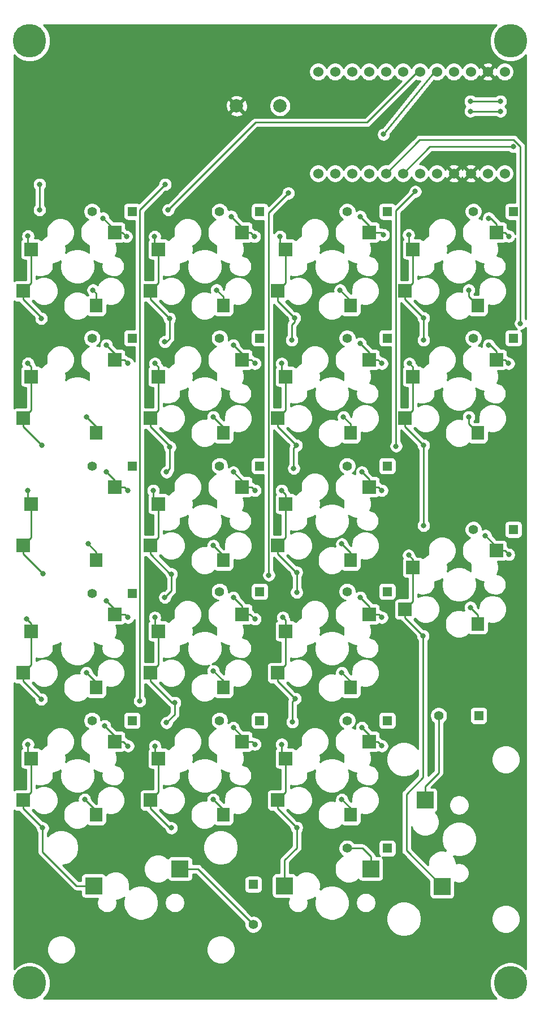
<source format=gbl>
G04 #@! TF.GenerationSoftware,KiCad,Pcbnew,(5.1.2-1)-1*
G04 #@! TF.CreationDate,2019-06-16T18:53:01+09:00*
G04 #@! TF.ProjectId,tenkey,74656e6b-6579-42e6-9b69-6361645f7063,rev?*
G04 #@! TF.SameCoordinates,Original*
G04 #@! TF.FileFunction,Copper,L2,Bot*
G04 #@! TF.FilePolarity,Positive*
%FSLAX46Y46*%
G04 Gerber Fmt 4.6, Leading zero omitted, Abs format (unit mm)*
G04 Created by KiCad (PCBNEW (5.1.2-1)-1) date 2019-06-16 18:53:01*
%MOMM*%
%LPD*%
G04 APERTURE LIST*
%ADD10C,5.000000*%
%ADD11R,2.550000X2.500000*%
%ADD12R,2.500000X2.550000*%
%ADD13C,2.000000*%
%ADD14R,1.397000X1.397000*%
%ADD15C,1.397000*%
%ADD16R,2.000000X2.000000*%
%ADD17R,1.900000X2.000000*%
%ADD18C,1.524000*%
%ADD19C,0.800000*%
%ADD20C,0.250000*%
%ADD21C,0.254000*%
G04 APERTURE END LIST*
D10*
X122000000Y-183450000D03*
X50000000Y-183450000D03*
X122000000Y-42450000D03*
X50000000Y-42450000D03*
D11*
X101092000Y-166370000D03*
X88165000Y-168910000D03*
D12*
X109220000Y-156083000D03*
X111760000Y-169010000D03*
D11*
X72517000Y-166370000D03*
X59590000Y-168910000D03*
D13*
X87500000Y-52200000D03*
X81000000Y-52200000D03*
D14*
X65350000Y-68000000D03*
D15*
X59350000Y-68000000D03*
X78450000Y-68000000D03*
D14*
X84450000Y-68000000D03*
X103550000Y-68000000D03*
D15*
X97550000Y-68000000D03*
D14*
X122450000Y-68000000D03*
D15*
X116450000Y-68000000D03*
D14*
X65350000Y-86960000D03*
D15*
X59350000Y-86960000D03*
X78450000Y-86960000D03*
D14*
X84450000Y-86960000D03*
D15*
X97550000Y-86960000D03*
D14*
X103550000Y-86960000D03*
D15*
X116450000Y-86960000D03*
D14*
X122450000Y-86960000D03*
X65350000Y-106080000D03*
D15*
X59350000Y-106080000D03*
X78450000Y-106080000D03*
D14*
X84450000Y-106080000D03*
X103550000Y-106080000D03*
D15*
X97550000Y-106080000D03*
X116450000Y-115600000D03*
D14*
X122450000Y-115600000D03*
X65350000Y-125130000D03*
D15*
X59350000Y-125130000D03*
X78450000Y-124876000D03*
D14*
X84450000Y-124876000D03*
X103550000Y-124876000D03*
D15*
X97550000Y-124876000D03*
X59350000Y-144180000D03*
D14*
X65350000Y-144180000D03*
X84450000Y-144180000D03*
D15*
X78450000Y-144180000D03*
X97550000Y-144180000D03*
D14*
X103550000Y-144180000D03*
X117250000Y-143450000D03*
D15*
X111250000Y-143450000D03*
X83500000Y-174700000D03*
D14*
X83500000Y-168700000D03*
X103550000Y-163300000D03*
D15*
X97550000Y-163300000D03*
D16*
X62750000Y-71120000D03*
X50250000Y-73660000D03*
D17*
X59950000Y-82100000D03*
D16*
X49050000Y-79900000D03*
X81800000Y-71120000D03*
X69300000Y-73660000D03*
D17*
X79000000Y-82100000D03*
D16*
X68100000Y-79900000D03*
X100850000Y-71120000D03*
X88350000Y-73660000D03*
D17*
X98050000Y-82100000D03*
D16*
X87150000Y-79900000D03*
X119900000Y-71120000D03*
X107400000Y-73660000D03*
D17*
X117100000Y-82100000D03*
D16*
X106200000Y-79900000D03*
X62750000Y-90170000D03*
X50250000Y-92710000D03*
D17*
X59950000Y-101150000D03*
D16*
X49050000Y-98950000D03*
X81800000Y-90170000D03*
X69300000Y-92710000D03*
D17*
X79000000Y-101150000D03*
D16*
X68100000Y-98950000D03*
X87150000Y-98950000D03*
D17*
X98050000Y-101150000D03*
D16*
X88350000Y-92710000D03*
X100850000Y-90170000D03*
X119900000Y-90170000D03*
X107400000Y-92710000D03*
D17*
X117100000Y-101150000D03*
D16*
X106200000Y-98950000D03*
X49050000Y-118000000D03*
D17*
X59950000Y-120200000D03*
D16*
X50250000Y-111760000D03*
X62750000Y-109220000D03*
X81800000Y-109220000D03*
X69300000Y-111760000D03*
D17*
X79000000Y-120200000D03*
D16*
X68100000Y-118000000D03*
X100850000Y-109220000D03*
X88350000Y-111760000D03*
D17*
X98050000Y-120200000D03*
D16*
X87150000Y-118000000D03*
X106200000Y-127525000D03*
D17*
X117100000Y-129725000D03*
D16*
X107400000Y-121285000D03*
X119900000Y-118745000D03*
X49050000Y-137050000D03*
D17*
X59950000Y-139250000D03*
D16*
X50250000Y-130810000D03*
X62750000Y-128270000D03*
X81800000Y-128270000D03*
X69300000Y-130810000D03*
D17*
X79000000Y-139250000D03*
D16*
X68100000Y-137050000D03*
X87150000Y-137050000D03*
D17*
X98050000Y-139250000D03*
D16*
X88350000Y-130810000D03*
X100850000Y-128270000D03*
X49050000Y-156100000D03*
D17*
X59950000Y-158300000D03*
D16*
X50250000Y-149860000D03*
X62750000Y-147320000D03*
X81800000Y-147320000D03*
X69300000Y-149860000D03*
D17*
X79000000Y-158300000D03*
D16*
X68100000Y-156100000D03*
X87150000Y-156100000D03*
D17*
X98050000Y-158300000D03*
D16*
X88350000Y-149860000D03*
X100850000Y-147320000D03*
D18*
X121140000Y-47088400D03*
X118600000Y-47088400D03*
X116060000Y-47088400D03*
X113520000Y-47088400D03*
X110980000Y-47088400D03*
X108440000Y-47088400D03*
X105900000Y-47088400D03*
X103360000Y-47088400D03*
X100820000Y-47088400D03*
X98280000Y-47088400D03*
X95740000Y-47088400D03*
X93200000Y-47088400D03*
X93200000Y-62308400D03*
X95740000Y-62308400D03*
X98280000Y-62308400D03*
X100820000Y-62308400D03*
X103360000Y-62308400D03*
X105900000Y-62308400D03*
X108440000Y-62308400D03*
X110980000Y-62308400D03*
X113520000Y-62308400D03*
X116060000Y-62308400D03*
X118600000Y-62308400D03*
X121140000Y-62308400D03*
D19*
X122450000Y-58300000D03*
X61000000Y-69000000D03*
X64500000Y-71750000D03*
X59500000Y-79750000D03*
X80187828Y-68750000D03*
X83680000Y-71750000D03*
X78000000Y-79750000D03*
X99500000Y-68750000D03*
X103000000Y-71500000D03*
X96500000Y-79750000D03*
X118750000Y-69000000D03*
X121750000Y-71720000D03*
X115750000Y-79750000D03*
X123500000Y-84750000D03*
X61500000Y-88000000D03*
X64750000Y-90750000D03*
X58500000Y-98750000D03*
X80500000Y-88000000D03*
X83750000Y-90750000D03*
X77500000Y-98750000D03*
X99500000Y-87750000D03*
X102750000Y-90750000D03*
X97000000Y-98750000D03*
X118750000Y-88000000D03*
X121730000Y-90750000D03*
X115750000Y-98750000D03*
X107750000Y-65000000D03*
X104874999Y-103125001D03*
X61500000Y-107000000D03*
X64750000Y-109750000D03*
X58750000Y-117750000D03*
X80500000Y-107000000D03*
X83750000Y-109750000D03*
X77500000Y-118000000D03*
X99750000Y-107000000D03*
X102750000Y-109750000D03*
X96750000Y-117750000D03*
X118250000Y-116500000D03*
X121750000Y-119345000D03*
X116000000Y-127250000D03*
X88750000Y-65250000D03*
X85824999Y-122425001D03*
X61500000Y-126250000D03*
X64750000Y-128750000D03*
X58500000Y-137000000D03*
X80500000Y-125750000D03*
X83750000Y-129000000D03*
X77500000Y-136750000D03*
X99500000Y-125750000D03*
X102750000Y-128750000D03*
X96750000Y-137000000D03*
X61250000Y-145000000D03*
X64750000Y-148000000D03*
X58250000Y-156000000D03*
X70297600Y-63952400D03*
X66500000Y-141250000D03*
X80500000Y-145250000D03*
X83750000Y-147750000D03*
X77500000Y-156000000D03*
X99750000Y-145250000D03*
X102750000Y-147970000D03*
X96750000Y-156000000D03*
X49750000Y-71670000D03*
X51750000Y-84000000D03*
X51500000Y-67750000D03*
X49750000Y-90720000D03*
X51850000Y-103000000D03*
X49750000Y-109750000D03*
X52000000Y-122200000D03*
X49570000Y-129000000D03*
X51750000Y-141000000D03*
X49750000Y-147750000D03*
X51950000Y-160250000D03*
X103000000Y-56450000D03*
X51500000Y-63950000D03*
X68720000Y-71750000D03*
X70950000Y-84000000D03*
X70750000Y-67750000D03*
X70250000Y-87500000D03*
X68770000Y-90750000D03*
X71000000Y-103250000D03*
X70500000Y-107000000D03*
X68500000Y-109750000D03*
X71250000Y-122250000D03*
X70250000Y-125750000D03*
X68750000Y-128750000D03*
X71750000Y-141500000D03*
X70500000Y-144500000D03*
X68750000Y-148000000D03*
X71250000Y-160250000D03*
X116000000Y-51500000D03*
X120500000Y-51500000D03*
X89675001Y-83925001D03*
X89250000Y-87250000D03*
X87750000Y-90750000D03*
X89950000Y-103000000D03*
X89550001Y-106449999D03*
X87750000Y-109750000D03*
X90000000Y-122000000D03*
X90000000Y-125000000D03*
X87920000Y-128750000D03*
X89750000Y-140900000D03*
X89350001Y-144399999D03*
X87750000Y-147750000D03*
X90000000Y-160200000D03*
X87500000Y-71750000D03*
X116000000Y-53000000D03*
X120500000Y-53000000D03*
X106750000Y-71500000D03*
X109000000Y-83950000D03*
X109000000Y-87250000D03*
X106870000Y-90750000D03*
X109000000Y-103000000D03*
X109000000Y-115000000D03*
X106750000Y-119445000D03*
X108925000Y-131500000D03*
D20*
X109900000Y-58308400D02*
X109900000Y-58300000D01*
X105900000Y-62308400D02*
X109900000Y-58308400D01*
X122450000Y-58300000D02*
X109900000Y-58300000D01*
X62750000Y-70750000D02*
X62750000Y-71120000D01*
X61000000Y-69000000D02*
X62750000Y-70750000D01*
X62750000Y-71120000D02*
X63120000Y-71120000D01*
X62750000Y-71120000D02*
X63880000Y-71120000D01*
X63880000Y-71120000D02*
X63880000Y-71130000D01*
X63880000Y-71130000D02*
X64500000Y-71750000D01*
X59950000Y-80200000D02*
X59950000Y-82100000D01*
X59500000Y-79750000D02*
X59950000Y-80200000D01*
X81800000Y-70362172D02*
X81800000Y-71120000D01*
X80187828Y-68750000D02*
X81800000Y-70362172D01*
X83050000Y-71120000D02*
X83680000Y-71750000D01*
X81800000Y-71120000D02*
X83050000Y-71120000D01*
X79000000Y-80750000D02*
X79000000Y-82100000D01*
X78000000Y-79750000D02*
X79000000Y-80750000D01*
X100850000Y-70100000D02*
X100850000Y-71120000D01*
X99500000Y-68750000D02*
X100850000Y-70100000D01*
X102620000Y-71120000D02*
X103000000Y-71500000D01*
X100850000Y-71120000D02*
X102620000Y-71120000D01*
X98050000Y-81300000D02*
X98050000Y-82100000D01*
X96500000Y-79750000D02*
X98050000Y-81300000D01*
X119900000Y-69870000D02*
X119030000Y-69000000D01*
X119030000Y-69000000D02*
X118750000Y-69000000D01*
X119900000Y-71120000D02*
X119900000Y-69870000D01*
X121150000Y-71120000D02*
X121750000Y-71720000D01*
X119900000Y-71120000D02*
X121150000Y-71120000D01*
X115750000Y-80315685D02*
X115750000Y-79750000D01*
X117100000Y-82050000D02*
X115750000Y-80700000D01*
X115750000Y-80700000D02*
X115750000Y-80315685D01*
X117100000Y-82100000D02*
X117100000Y-82050000D01*
X123500000Y-58276998D02*
X123500000Y-84750000D01*
X122473002Y-57250000D02*
X123500000Y-58276998D01*
X122473002Y-57250000D02*
X108418400Y-57250000D01*
X108418400Y-57250000D02*
X103360000Y-62308400D01*
X62750000Y-89250000D02*
X62750000Y-90170000D01*
X61500000Y-88000000D02*
X62750000Y-89250000D01*
X62750000Y-90170000D02*
X64170000Y-90170000D01*
X64170000Y-90170000D02*
X64750000Y-90750000D01*
X59950000Y-100200000D02*
X59950000Y-101150000D01*
X58500000Y-98750000D02*
X59950000Y-100200000D01*
X81800000Y-89300000D02*
X81800000Y-90170000D01*
X80500000Y-88000000D02*
X81800000Y-89300000D01*
X83170000Y-90170000D02*
X83750000Y-90750000D01*
X81800000Y-90170000D02*
X83170000Y-90170000D01*
X79000000Y-100250000D02*
X79000000Y-101150000D01*
X77500000Y-98750000D02*
X79000000Y-100250000D01*
X100850000Y-89100000D02*
X100850000Y-90170000D01*
X99500000Y-87750000D02*
X100850000Y-89100000D01*
X100850000Y-90170000D02*
X102170000Y-90170000D01*
X102170000Y-90170000D02*
X102750000Y-90750000D01*
X98050000Y-99800000D02*
X98050000Y-101150000D01*
X97000000Y-98750000D02*
X98050000Y-99800000D01*
X118980000Y-88000000D02*
X118750000Y-88000000D01*
X119900000Y-88920000D02*
X118980000Y-88000000D01*
X119900000Y-90170000D02*
X119900000Y-88920000D01*
X121150000Y-90170000D02*
X121730000Y-90750000D01*
X119900000Y-90170000D02*
X121150000Y-90170000D01*
X115750000Y-99315685D02*
X115750000Y-98750000D01*
X115750000Y-99750000D02*
X115750000Y-99315685D01*
X117100000Y-101100000D02*
X115750000Y-99750000D01*
X117100000Y-101150000D02*
X117100000Y-101100000D01*
X104874999Y-67875001D02*
X104874999Y-103125001D01*
X107750000Y-65000000D02*
X104874999Y-67875001D01*
X62750000Y-108250000D02*
X62750000Y-109220000D01*
X61500000Y-107000000D02*
X62750000Y-108250000D01*
X62750000Y-109220000D02*
X64220000Y-109220000D01*
X64220000Y-109220000D02*
X64750000Y-109750000D01*
X59950000Y-118950000D02*
X59950000Y-120200000D01*
X58750000Y-117750000D02*
X59950000Y-118950000D01*
X81800000Y-108300000D02*
X81800000Y-109220000D01*
X80500000Y-107000000D02*
X81800000Y-108300000D01*
X83220000Y-109220000D02*
X83750000Y-109750000D01*
X81800000Y-109220000D02*
X83220000Y-109220000D01*
X79000000Y-119500000D02*
X79000000Y-120200000D01*
X77500000Y-118000000D02*
X79000000Y-119500000D01*
X100850000Y-108100000D02*
X100850000Y-109220000D01*
X99750000Y-107000000D02*
X100850000Y-108100000D01*
X100850000Y-109220000D02*
X102220000Y-109220000D01*
X102220000Y-109220000D02*
X102750000Y-109750000D01*
X98050000Y-119050000D02*
X98050000Y-120200000D01*
X96750000Y-117750000D02*
X98050000Y-119050000D01*
X119900000Y-118150000D02*
X119900000Y-118745000D01*
X118250000Y-116500000D02*
X119900000Y-118150000D01*
X121150000Y-118745000D02*
X121750000Y-119345000D01*
X119900000Y-118745000D02*
X121150000Y-118745000D01*
X117100000Y-128350000D02*
X116000000Y-127250000D01*
X117100000Y-129725000D02*
X117100000Y-128350000D01*
X85824999Y-68175001D02*
X85824999Y-122425001D01*
X88750000Y-65250000D02*
X85824999Y-68175001D01*
X62750000Y-127500000D02*
X62750000Y-128270000D01*
X61500000Y-126250000D02*
X62750000Y-127500000D01*
X64270000Y-128270000D02*
X64750000Y-128750000D01*
X62750000Y-128270000D02*
X64270000Y-128270000D01*
X59950000Y-138450000D02*
X59950000Y-139250000D01*
X58500000Y-137000000D02*
X59950000Y-138450000D01*
X81800000Y-127050000D02*
X81800000Y-128270000D01*
X80500000Y-125750000D02*
X81800000Y-127050000D01*
X83020000Y-128270000D02*
X83750000Y-129000000D01*
X81800000Y-128270000D02*
X83020000Y-128270000D01*
X79000000Y-138250000D02*
X79000000Y-139250000D01*
X77500000Y-136750000D02*
X79000000Y-138250000D01*
X100850000Y-127100000D02*
X100850000Y-128270000D01*
X99500000Y-125750000D02*
X100850000Y-127100000D01*
X100850000Y-128270000D02*
X102270000Y-128270000D01*
X102270000Y-128270000D02*
X102750000Y-128750000D01*
X98050000Y-138300000D02*
X98050000Y-139250000D01*
X96750000Y-137000000D02*
X98050000Y-138300000D01*
X62750000Y-146500000D02*
X62750000Y-147320000D01*
X61250000Y-145000000D02*
X62750000Y-146500000D01*
X64070000Y-147320000D02*
X64750000Y-148000000D01*
X62750000Y-147320000D02*
X64070000Y-147320000D01*
X59950000Y-157700000D02*
X59950000Y-158300000D01*
X58250000Y-156000000D02*
X59950000Y-157700000D01*
X70297600Y-63952400D02*
X66500000Y-67750000D01*
X66500000Y-67750000D02*
X66500000Y-141250000D01*
X81800000Y-146550000D02*
X81800000Y-147320000D01*
X80500000Y-145250000D02*
X81800000Y-146550000D01*
X83320000Y-147320000D02*
X83750000Y-147750000D01*
X81800000Y-147320000D02*
X83320000Y-147320000D01*
X79000000Y-157500000D02*
X79000000Y-158300000D01*
X77500000Y-156000000D02*
X79000000Y-157500000D01*
X100850000Y-146350000D02*
X100850000Y-147320000D01*
X99750000Y-145250000D02*
X100850000Y-146350000D01*
X102100000Y-147320000D02*
X102750000Y-147970000D01*
X100850000Y-147320000D02*
X102100000Y-147320000D01*
X98050000Y-157300000D02*
X98050000Y-158300000D01*
X96750000Y-156000000D02*
X98050000Y-157300000D01*
X109220000Y-156083000D02*
X109220000Y-154006410D01*
X111250000Y-151976410D02*
X111250000Y-143450000D01*
X109220000Y-154006410D02*
X111250000Y-151976410D01*
X72275000Y-165525000D02*
X72275000Y-166370000D01*
X72275000Y-166370000D02*
X73620000Y-166370000D01*
X75170000Y-166370000D02*
X83500000Y-174700000D01*
X72517000Y-166370000D02*
X75170000Y-166370000D01*
X100850000Y-165350000D02*
X100850000Y-166370000D01*
X100850000Y-166370000D02*
X102120000Y-166370000D01*
X97550000Y-163300000D02*
X99850000Y-163300000D01*
X101092000Y-164542000D02*
X101092000Y-166370000D01*
X99850000Y-163300000D02*
X101092000Y-164542000D01*
X49750000Y-73160000D02*
X50250000Y-73660000D01*
X49750000Y-71670000D02*
X49750000Y-73160000D01*
X50250000Y-78700000D02*
X49050000Y-79900000D01*
X50250000Y-73660000D02*
X50250000Y-78700000D01*
X51750000Y-83850000D02*
X51750000Y-84000000D01*
X49050000Y-81150000D02*
X51750000Y-83850000D01*
X49050000Y-79900000D02*
X49050000Y-81150000D01*
X50250000Y-91220000D02*
X49750000Y-90720000D01*
X50250000Y-92710000D02*
X50250000Y-91220000D01*
X50250000Y-97750000D02*
X49050000Y-98950000D01*
X50250000Y-92710000D02*
X50250000Y-97750000D01*
X49050000Y-100200000D02*
X51850000Y-103000000D01*
X49050000Y-98950000D02*
X49050000Y-100200000D01*
X49750000Y-111260000D02*
X50250000Y-111760000D01*
X49750000Y-109750000D02*
X49750000Y-111260000D01*
X50250000Y-116800000D02*
X49050000Y-118000000D01*
X50250000Y-111760000D02*
X50250000Y-116800000D01*
X49050000Y-119250000D02*
X52000000Y-122200000D01*
X49050000Y-118000000D02*
X49050000Y-119250000D01*
X50250000Y-129680000D02*
X49570000Y-129000000D01*
X50250000Y-130810000D02*
X50250000Y-129680000D01*
X50250000Y-135850000D02*
X49050000Y-137050000D01*
X50250000Y-130810000D02*
X50250000Y-135850000D01*
X49050000Y-138300000D02*
X51750000Y-141000000D01*
X49050000Y-137050000D02*
X49050000Y-138300000D01*
X49750000Y-149360000D02*
X50250000Y-149860000D01*
X49750000Y-147750000D02*
X49750000Y-149360000D01*
X50250000Y-154900000D02*
X49050000Y-156100000D01*
X50250000Y-149860000D02*
X50250000Y-154900000D01*
X49050000Y-157350000D02*
X51950000Y-160250000D01*
X49050000Y-156100000D02*
X49050000Y-157350000D01*
X51950000Y-160450000D02*
X51950000Y-160250000D01*
X59250000Y-168385000D02*
X59775000Y-168910000D01*
X51950000Y-160815685D02*
X51950000Y-160250000D01*
X51950000Y-163839974D02*
X51950000Y-160815685D01*
X57020026Y-168910000D02*
X51950000Y-163839974D01*
X59590000Y-168910000D02*
X57020026Y-168910000D01*
X110634000Y-47088400D02*
X103000000Y-56450000D01*
X51500000Y-67750000D02*
X51500000Y-63950000D01*
X68720000Y-73080000D02*
X69300000Y-73660000D01*
X68720000Y-71750000D02*
X68720000Y-73080000D01*
X69300000Y-78700000D02*
X68100000Y-79900000D01*
X69300000Y-73660000D02*
X69300000Y-78700000D01*
X68100000Y-81150000D02*
X70950000Y-84000000D01*
X68100000Y-79900000D02*
X68100000Y-81150000D01*
X108094000Y-47088400D02*
X100500000Y-54682400D01*
X100500000Y-54682400D02*
X83817600Y-54682400D01*
X83817600Y-54682400D02*
X70750000Y-67750000D01*
X70950000Y-84000000D02*
X70950000Y-87050000D01*
X70500000Y-87500000D02*
X70250000Y-87500000D01*
X70950000Y-87050000D02*
X70500000Y-87500000D01*
X69300000Y-91280000D02*
X68770000Y-90750000D01*
X69300000Y-92710000D02*
X69300000Y-91280000D01*
X69300000Y-97750000D02*
X68100000Y-98950000D01*
X69300000Y-92710000D02*
X69300000Y-97750000D01*
X68100000Y-100200000D02*
X71000000Y-103100000D01*
X71000000Y-103100000D02*
X71000000Y-103250000D01*
X68100000Y-98950000D02*
X68100000Y-100200000D01*
X71000000Y-106500000D02*
X71000000Y-103250000D01*
X70500000Y-107000000D02*
X71000000Y-106500000D01*
X68500000Y-110960000D02*
X69300000Y-111760000D01*
X68500000Y-109750000D02*
X68500000Y-110960000D01*
X69300000Y-116800000D02*
X68100000Y-118000000D01*
X69300000Y-111760000D02*
X69300000Y-116800000D01*
X68100000Y-119250000D02*
X71100000Y-122250000D01*
X71100000Y-122250000D02*
X71250000Y-122250000D01*
X68100000Y-118000000D02*
X68100000Y-119250000D01*
X71250000Y-124750000D02*
X71250000Y-122250000D01*
X70250000Y-125750000D02*
X71250000Y-124750000D01*
X68750000Y-130260000D02*
X69300000Y-130810000D01*
X68750000Y-128750000D02*
X68750000Y-130260000D01*
X69300000Y-135850000D02*
X68100000Y-137050000D01*
X69300000Y-130810000D02*
X69300000Y-135850000D01*
X71300000Y-141500000D02*
X71750000Y-141500000D01*
X68100000Y-138300000D02*
X71300000Y-141500000D01*
X68100000Y-137050000D02*
X68100000Y-138300000D01*
X71750000Y-143250000D02*
X71750000Y-141500000D01*
X70500000Y-144500000D02*
X71750000Y-143250000D01*
X68750000Y-149310000D02*
X69300000Y-149860000D01*
X68750000Y-148000000D02*
X68750000Y-149310000D01*
X69300000Y-154900000D02*
X68100000Y-156100000D01*
X69300000Y-149860000D02*
X69300000Y-154900000D01*
X71000000Y-160250000D02*
X71250000Y-160250000D01*
X68100000Y-157350000D02*
X71000000Y-160250000D01*
X68100000Y-156100000D02*
X68100000Y-157350000D01*
X116000000Y-51500000D02*
X120500000Y-51500000D01*
X87150000Y-81400000D02*
X87150000Y-79900000D01*
X89675001Y-83925001D02*
X87150000Y-81400000D01*
X89675001Y-84490686D02*
X89250000Y-84915687D01*
X89675001Y-83925001D02*
X89675001Y-84490686D01*
X89250000Y-84915687D02*
X89250000Y-87250000D01*
X87750000Y-92110000D02*
X88350000Y-92710000D01*
X87750000Y-90750000D02*
X87750000Y-92110000D01*
X88350000Y-97750000D02*
X87150000Y-98950000D01*
X88350000Y-92710000D02*
X88350000Y-97750000D01*
X87150000Y-100200000D02*
X89950000Y-103000000D01*
X87150000Y-98950000D02*
X87150000Y-100200000D01*
X89550001Y-103399999D02*
X89550001Y-106449999D01*
X89950000Y-103000000D02*
X89550001Y-103399999D01*
X88350000Y-110350000D02*
X87750000Y-109750000D01*
X88350000Y-111760000D02*
X88350000Y-110350000D01*
X88350000Y-116800000D02*
X87150000Y-118000000D01*
X88350000Y-111760000D02*
X88350000Y-116800000D01*
X89900000Y-122000000D02*
X90000000Y-122000000D01*
X87150000Y-119250000D02*
X89900000Y-122000000D01*
X87150000Y-118000000D02*
X87150000Y-119250000D01*
X90000000Y-122000000D02*
X90000000Y-125000000D01*
X88350000Y-129180000D02*
X87920000Y-128750000D01*
X88350000Y-130810000D02*
X88350000Y-129180000D01*
X88350000Y-135850000D02*
X87150000Y-137050000D01*
X88350000Y-130810000D02*
X88350000Y-135850000D01*
X87150000Y-138300000D02*
X89750000Y-140900000D01*
X87150000Y-137050000D02*
X87150000Y-138300000D01*
X89350001Y-141299999D02*
X89350001Y-144399999D01*
X89750000Y-140900000D02*
X89350001Y-141299999D01*
X87750000Y-149260000D02*
X88350000Y-149860000D01*
X87750000Y-147750000D02*
X87750000Y-149260000D01*
X88350000Y-154900000D02*
X87150000Y-156100000D01*
X88350000Y-149860000D02*
X88350000Y-154900000D01*
X87150000Y-157350000D02*
X90000000Y-160200000D01*
X87150000Y-156100000D02*
X87150000Y-157350000D01*
X90000000Y-160200000D02*
X90000000Y-163250000D01*
X87500000Y-72810000D02*
X88350000Y-73660000D01*
X87500000Y-71750000D02*
X87500000Y-72810000D01*
X88350000Y-78700000D02*
X87150000Y-79900000D01*
X88350000Y-73660000D02*
X88350000Y-78700000D01*
X88165000Y-165085000D02*
X88165000Y-168910000D01*
X90000000Y-163250000D02*
X88165000Y-165085000D01*
X106750000Y-73010000D02*
X107400000Y-73660000D01*
X106750000Y-71500000D02*
X106750000Y-73010000D01*
X107400000Y-78700000D02*
X106200000Y-79900000D01*
X107400000Y-73660000D02*
X107400000Y-78700000D01*
X106200000Y-81150000D02*
X109000000Y-83950000D01*
X106200000Y-79900000D02*
X106200000Y-81150000D01*
X109000000Y-83950000D02*
X109000000Y-87250000D01*
X107400000Y-91280000D02*
X106870000Y-90750000D01*
X107400000Y-92710000D02*
X107400000Y-91280000D01*
X107400000Y-97750000D02*
X106200000Y-98950000D01*
X107400000Y-92710000D02*
X107400000Y-97750000D01*
X106200000Y-98950000D02*
X106200000Y-100200000D01*
X106200000Y-100200000D02*
X109000000Y-103000000D01*
X109000000Y-103000000D02*
X109000000Y-115000000D01*
X107400000Y-120095000D02*
X106750000Y-119445000D01*
X107400000Y-121285000D02*
X107400000Y-120095000D01*
X107400000Y-126325000D02*
X106200000Y-127525000D01*
X107400000Y-121285000D02*
X107400000Y-126325000D01*
X106200000Y-128775000D02*
X108925000Y-131500000D01*
X106200000Y-127525000D02*
X106200000Y-128775000D01*
X116000000Y-53000000D02*
X120500000Y-53000000D01*
X108925000Y-131500000D02*
X108925000Y-152700000D01*
X108925000Y-152700000D02*
X106425000Y-155200000D01*
X111760000Y-168985000D02*
X111760000Y-169010000D01*
X106425000Y-163650000D02*
X111760000Y-168985000D01*
X106425000Y-155200000D02*
X106425000Y-163650000D01*
D21*
G36*
X119564886Y-40451554D02*
G01*
X119221799Y-40965021D01*
X118985476Y-41535554D01*
X118865000Y-42141229D01*
X118865000Y-42758771D01*
X118985476Y-43364446D01*
X119221799Y-43934979D01*
X119564886Y-44448446D01*
X120001554Y-44885114D01*
X120515021Y-45228201D01*
X121085554Y-45464524D01*
X121691229Y-45585000D01*
X122308771Y-45585000D01*
X122914446Y-45464524D01*
X123484979Y-45228201D01*
X123998446Y-44885114D01*
X124340001Y-44543559D01*
X124340001Y-84144199D01*
X124303937Y-84090226D01*
X124260000Y-84046289D01*
X124260000Y-58314331D01*
X124263677Y-58276998D01*
X124249003Y-58128012D01*
X124205546Y-57984751D01*
X124134974Y-57852722D01*
X124063799Y-57765995D01*
X124040001Y-57736997D01*
X124011004Y-57713200D01*
X123036806Y-56739002D01*
X123013003Y-56709999D01*
X122897278Y-56615026D01*
X122765249Y-56544454D01*
X122621988Y-56500997D01*
X122510335Y-56490000D01*
X122510324Y-56490000D01*
X122473002Y-56486324D01*
X122435680Y-56490000D01*
X108455723Y-56490000D01*
X108418400Y-56486324D01*
X108381077Y-56490000D01*
X108381067Y-56490000D01*
X108269414Y-56500997D01*
X108126153Y-56544454D01*
X107994123Y-56615026D01*
X107922304Y-56673967D01*
X107878399Y-56709999D01*
X107854601Y-56738997D01*
X103651571Y-60942028D01*
X103497592Y-60911400D01*
X103222408Y-60911400D01*
X102952510Y-60965086D01*
X102698273Y-61070395D01*
X102469465Y-61223280D01*
X102274880Y-61417865D01*
X102121995Y-61646673D01*
X102090000Y-61723915D01*
X102058005Y-61646673D01*
X101905120Y-61417865D01*
X101710535Y-61223280D01*
X101481727Y-61070395D01*
X101227490Y-60965086D01*
X100957592Y-60911400D01*
X100682408Y-60911400D01*
X100412510Y-60965086D01*
X100158273Y-61070395D01*
X99929465Y-61223280D01*
X99734880Y-61417865D01*
X99581995Y-61646673D01*
X99550000Y-61723915D01*
X99518005Y-61646673D01*
X99365120Y-61417865D01*
X99170535Y-61223280D01*
X98941727Y-61070395D01*
X98687490Y-60965086D01*
X98417592Y-60911400D01*
X98142408Y-60911400D01*
X97872510Y-60965086D01*
X97618273Y-61070395D01*
X97389465Y-61223280D01*
X97194880Y-61417865D01*
X97041995Y-61646673D01*
X97010000Y-61723915D01*
X96978005Y-61646673D01*
X96825120Y-61417865D01*
X96630535Y-61223280D01*
X96401727Y-61070395D01*
X96147490Y-60965086D01*
X95877592Y-60911400D01*
X95602408Y-60911400D01*
X95332510Y-60965086D01*
X95078273Y-61070395D01*
X94849465Y-61223280D01*
X94654880Y-61417865D01*
X94501995Y-61646673D01*
X94470000Y-61723915D01*
X94438005Y-61646673D01*
X94285120Y-61417865D01*
X94090535Y-61223280D01*
X93861727Y-61070395D01*
X93607490Y-60965086D01*
X93337592Y-60911400D01*
X93062408Y-60911400D01*
X92792510Y-60965086D01*
X92538273Y-61070395D01*
X92309465Y-61223280D01*
X92114880Y-61417865D01*
X91961995Y-61646673D01*
X91856686Y-61900910D01*
X91803000Y-62170808D01*
X91803000Y-62445992D01*
X91856686Y-62715890D01*
X91961995Y-62970127D01*
X92114880Y-63198935D01*
X92309465Y-63393520D01*
X92538273Y-63546405D01*
X92792510Y-63651714D01*
X93062408Y-63705400D01*
X93337592Y-63705400D01*
X93607490Y-63651714D01*
X93861727Y-63546405D01*
X94090535Y-63393520D01*
X94285120Y-63198935D01*
X94438005Y-62970127D01*
X94470000Y-62892885D01*
X94501995Y-62970127D01*
X94654880Y-63198935D01*
X94849465Y-63393520D01*
X95078273Y-63546405D01*
X95332510Y-63651714D01*
X95602408Y-63705400D01*
X95877592Y-63705400D01*
X96147490Y-63651714D01*
X96401727Y-63546405D01*
X96630535Y-63393520D01*
X96825120Y-63198935D01*
X96978005Y-62970127D01*
X97010000Y-62892885D01*
X97041995Y-62970127D01*
X97194880Y-63198935D01*
X97389465Y-63393520D01*
X97618273Y-63546405D01*
X97872510Y-63651714D01*
X98142408Y-63705400D01*
X98417592Y-63705400D01*
X98687490Y-63651714D01*
X98941727Y-63546405D01*
X99170535Y-63393520D01*
X99365120Y-63198935D01*
X99518005Y-62970127D01*
X99550000Y-62892885D01*
X99581995Y-62970127D01*
X99734880Y-63198935D01*
X99929465Y-63393520D01*
X100158273Y-63546405D01*
X100412510Y-63651714D01*
X100682408Y-63705400D01*
X100957592Y-63705400D01*
X101227490Y-63651714D01*
X101481727Y-63546405D01*
X101710535Y-63393520D01*
X101905120Y-63198935D01*
X102058005Y-62970127D01*
X102090000Y-62892885D01*
X102121995Y-62970127D01*
X102274880Y-63198935D01*
X102469465Y-63393520D01*
X102698273Y-63546405D01*
X102952510Y-63651714D01*
X103222408Y-63705400D01*
X103497592Y-63705400D01*
X103767490Y-63651714D01*
X104021727Y-63546405D01*
X104250535Y-63393520D01*
X104445120Y-63198935D01*
X104598005Y-62970127D01*
X104630000Y-62892885D01*
X104661995Y-62970127D01*
X104814880Y-63198935D01*
X105009465Y-63393520D01*
X105238273Y-63546405D01*
X105492510Y-63651714D01*
X105762408Y-63705400D01*
X106037592Y-63705400D01*
X106307490Y-63651714D01*
X106561727Y-63546405D01*
X106790535Y-63393520D01*
X106985120Y-63198935D01*
X107138005Y-62970127D01*
X107170000Y-62892885D01*
X107201995Y-62970127D01*
X107354880Y-63198935D01*
X107549465Y-63393520D01*
X107778273Y-63546405D01*
X108032510Y-63651714D01*
X108302408Y-63705400D01*
X108577592Y-63705400D01*
X108847490Y-63651714D01*
X109101727Y-63546405D01*
X109330535Y-63393520D01*
X109525120Y-63198935D01*
X109678005Y-62970127D01*
X109710000Y-62892885D01*
X109741995Y-62970127D01*
X109894880Y-63198935D01*
X110089465Y-63393520D01*
X110318273Y-63546405D01*
X110572510Y-63651714D01*
X110842408Y-63705400D01*
X111117592Y-63705400D01*
X111387490Y-63651714D01*
X111641727Y-63546405D01*
X111870535Y-63393520D01*
X111990090Y-63273965D01*
X112734040Y-63273965D01*
X112801020Y-63514056D01*
X113050048Y-63631156D01*
X113317135Y-63697423D01*
X113592017Y-63710310D01*
X113864133Y-63669322D01*
X114123023Y-63576036D01*
X114238980Y-63514056D01*
X114305960Y-63273965D01*
X115274040Y-63273965D01*
X115341020Y-63514056D01*
X115590048Y-63631156D01*
X115857135Y-63697423D01*
X116132017Y-63710310D01*
X116404133Y-63669322D01*
X116663023Y-63576036D01*
X116778980Y-63514056D01*
X116845960Y-63273965D01*
X116060000Y-62488005D01*
X115274040Y-63273965D01*
X114305960Y-63273965D01*
X113520000Y-62488005D01*
X112734040Y-63273965D01*
X111990090Y-63273965D01*
X112065120Y-63198935D01*
X112218005Y-62970127D01*
X112247692Y-62898457D01*
X112252364Y-62911423D01*
X112314344Y-63027380D01*
X112554435Y-63094360D01*
X113340395Y-62308400D01*
X113699605Y-62308400D01*
X114485565Y-63094360D01*
X114725656Y-63027380D01*
X114787079Y-62896756D01*
X114792364Y-62911423D01*
X114854344Y-63027380D01*
X115094435Y-63094360D01*
X115880395Y-62308400D01*
X116239605Y-62308400D01*
X117025565Y-63094360D01*
X117265656Y-63027380D01*
X117329485Y-62891640D01*
X117361995Y-62970127D01*
X117514880Y-63198935D01*
X117709465Y-63393520D01*
X117938273Y-63546405D01*
X118192510Y-63651714D01*
X118462408Y-63705400D01*
X118737592Y-63705400D01*
X119007490Y-63651714D01*
X119261727Y-63546405D01*
X119490535Y-63393520D01*
X119685120Y-63198935D01*
X119838005Y-62970127D01*
X119870000Y-62892885D01*
X119901995Y-62970127D01*
X120054880Y-63198935D01*
X120249465Y-63393520D01*
X120478273Y-63546405D01*
X120732510Y-63651714D01*
X121002408Y-63705400D01*
X121277592Y-63705400D01*
X121547490Y-63651714D01*
X121801727Y-63546405D01*
X122030535Y-63393520D01*
X122225120Y-63198935D01*
X122378005Y-62970127D01*
X122483314Y-62715890D01*
X122537000Y-62445992D01*
X122537000Y-62170808D01*
X122483314Y-61900910D01*
X122378005Y-61646673D01*
X122225120Y-61417865D01*
X122030535Y-61223280D01*
X121801727Y-61070395D01*
X121547490Y-60965086D01*
X121277592Y-60911400D01*
X121002408Y-60911400D01*
X120732510Y-60965086D01*
X120478273Y-61070395D01*
X120249465Y-61223280D01*
X120054880Y-61417865D01*
X119901995Y-61646673D01*
X119870000Y-61723915D01*
X119838005Y-61646673D01*
X119685120Y-61417865D01*
X119490535Y-61223280D01*
X119261727Y-61070395D01*
X119007490Y-60965086D01*
X118737592Y-60911400D01*
X118462408Y-60911400D01*
X118192510Y-60965086D01*
X117938273Y-61070395D01*
X117709465Y-61223280D01*
X117514880Y-61417865D01*
X117361995Y-61646673D01*
X117332308Y-61718343D01*
X117327636Y-61705377D01*
X117265656Y-61589420D01*
X117025565Y-61522440D01*
X116239605Y-62308400D01*
X115880395Y-62308400D01*
X115094435Y-61522440D01*
X114854344Y-61589420D01*
X114792921Y-61720044D01*
X114787636Y-61705377D01*
X114725656Y-61589420D01*
X114485565Y-61522440D01*
X113699605Y-62308400D01*
X113340395Y-62308400D01*
X112554435Y-61522440D01*
X112314344Y-61589420D01*
X112250515Y-61725160D01*
X112218005Y-61646673D01*
X112065120Y-61417865D01*
X111990090Y-61342835D01*
X112734040Y-61342835D01*
X113520000Y-62128795D01*
X114305960Y-61342835D01*
X115274040Y-61342835D01*
X116060000Y-62128795D01*
X116845960Y-61342835D01*
X116778980Y-61102744D01*
X116529952Y-60985644D01*
X116262865Y-60919377D01*
X115987983Y-60906490D01*
X115715867Y-60947478D01*
X115456977Y-61040764D01*
X115341020Y-61102744D01*
X115274040Y-61342835D01*
X114305960Y-61342835D01*
X114238980Y-61102744D01*
X113989952Y-60985644D01*
X113722865Y-60919377D01*
X113447983Y-60906490D01*
X113175867Y-60947478D01*
X112916977Y-61040764D01*
X112801020Y-61102744D01*
X112734040Y-61342835D01*
X111990090Y-61342835D01*
X111870535Y-61223280D01*
X111641727Y-61070395D01*
X111387490Y-60965086D01*
X111117592Y-60911400D01*
X110842408Y-60911400D01*
X110572510Y-60965086D01*
X110318273Y-61070395D01*
X110089465Y-61223280D01*
X109894880Y-61417865D01*
X109741995Y-61646673D01*
X109710000Y-61723915D01*
X109678005Y-61646673D01*
X109525120Y-61417865D01*
X109330535Y-61223280D01*
X109101727Y-61070395D01*
X108847490Y-60965086D01*
X108577592Y-60911400D01*
X108371801Y-60911400D01*
X110223202Y-59060000D01*
X121746289Y-59060000D01*
X121790226Y-59103937D01*
X121959744Y-59217205D01*
X122148102Y-59295226D01*
X122348061Y-59335000D01*
X122551939Y-59335000D01*
X122740000Y-59297593D01*
X122740000Y-66663428D01*
X121751500Y-66663428D01*
X121627018Y-66675688D01*
X121507320Y-66711998D01*
X121397006Y-66770963D01*
X121300315Y-66850315D01*
X121220963Y-66947006D01*
X121161998Y-67057320D01*
X121125688Y-67177018D01*
X121113428Y-67301500D01*
X121113428Y-68698500D01*
X121125688Y-68822982D01*
X121161998Y-68942680D01*
X121220963Y-69052994D01*
X121300315Y-69149685D01*
X121397006Y-69229037D01*
X121507320Y-69288002D01*
X121627018Y-69324312D01*
X121751500Y-69336572D01*
X122740000Y-69336572D01*
X122740000Y-71405487D01*
X122667205Y-71229744D01*
X122553937Y-71060226D01*
X122409774Y-70916063D01*
X122240256Y-70802795D01*
X122051898Y-70724774D01*
X121851939Y-70685000D01*
X121789801Y-70685000D01*
X121713803Y-70609002D01*
X121690001Y-70579999D01*
X121574276Y-70485026D01*
X121538072Y-70465674D01*
X121538072Y-70120000D01*
X121525812Y-69995518D01*
X121489502Y-69875820D01*
X121430537Y-69765506D01*
X121351185Y-69668815D01*
X121254494Y-69589463D01*
X121144180Y-69530498D01*
X121024482Y-69494188D01*
X120900000Y-69481928D01*
X120554326Y-69481928D01*
X120534974Y-69445724D01*
X120440001Y-69329999D01*
X120411003Y-69306201D01*
X119704442Y-68599640D01*
X119667205Y-68509744D01*
X119553937Y-68340226D01*
X119409774Y-68196063D01*
X119240256Y-68082795D01*
X119051898Y-68004774D01*
X118851939Y-67965000D01*
X118648061Y-67965000D01*
X118448102Y-68004774D01*
X118259744Y-68082795D01*
X118090226Y-68196063D01*
X117946063Y-68340226D01*
X117832795Y-68509744D01*
X117754774Y-68698102D01*
X117715000Y-68898061D01*
X117715000Y-69101939D01*
X117730085Y-69177778D01*
X117462756Y-69067047D01*
X117300985Y-69034869D01*
X117485797Y-68850057D01*
X117631732Y-68631649D01*
X117732254Y-68388968D01*
X117783500Y-68131338D01*
X117783500Y-67868662D01*
X117732254Y-67611032D01*
X117631732Y-67368351D01*
X117485797Y-67149943D01*
X117300057Y-66964203D01*
X117081649Y-66818268D01*
X116838968Y-66717746D01*
X116581338Y-66666500D01*
X116318662Y-66666500D01*
X116061032Y-66717746D01*
X115818351Y-66818268D01*
X115599943Y-66964203D01*
X115414203Y-67149943D01*
X115268268Y-67368351D01*
X115167746Y-67611032D01*
X115116500Y-67868662D01*
X115116500Y-68131338D01*
X115167746Y-68388968D01*
X115268268Y-68631649D01*
X115414203Y-68850057D01*
X115599943Y-69035797D01*
X115818351Y-69181732D01*
X115879360Y-69207003D01*
X115828698Y-69227988D01*
X115479017Y-69461637D01*
X115181637Y-69759017D01*
X114947988Y-70108698D01*
X114787047Y-70497244D01*
X114705000Y-70909721D01*
X114705000Y-71330279D01*
X114787047Y-71742756D01*
X114947988Y-72131302D01*
X115181637Y-72480983D01*
X115479017Y-72778363D01*
X115828698Y-73012012D01*
X116044302Y-73101318D01*
X115975000Y-73449721D01*
X115975000Y-73870279D01*
X116044095Y-74217642D01*
X115979715Y-74153262D01*
X115548141Y-73864893D01*
X115068601Y-73666261D01*
X114559525Y-73565000D01*
X114040475Y-73565000D01*
X113531399Y-73666261D01*
X113051859Y-73864893D01*
X112620285Y-74153262D01*
X112555905Y-74217642D01*
X112625000Y-73870279D01*
X112625000Y-73449721D01*
X112555698Y-73101318D01*
X112771302Y-73012012D01*
X113120983Y-72778363D01*
X113418363Y-72480983D01*
X113652012Y-72131302D01*
X113812953Y-71742756D01*
X113895000Y-71330279D01*
X113895000Y-70909721D01*
X113812953Y-70497244D01*
X113652012Y-70108698D01*
X113418363Y-69759017D01*
X113120983Y-69461637D01*
X112771302Y-69227988D01*
X112382756Y-69067047D01*
X111970279Y-68985000D01*
X111549721Y-68985000D01*
X111137244Y-69067047D01*
X110748698Y-69227988D01*
X110399017Y-69461637D01*
X110101637Y-69759017D01*
X109867988Y-70108698D01*
X109707047Y-70497244D01*
X109625000Y-70909721D01*
X109625000Y-71330279D01*
X109694302Y-71678682D01*
X109478698Y-71767988D01*
X109129017Y-72001637D01*
X108883033Y-72247621D01*
X108851185Y-72208815D01*
X108754494Y-72129463D01*
X108644180Y-72070498D01*
X108524482Y-72034188D01*
X108400000Y-72021928D01*
X107646043Y-72021928D01*
X107667205Y-71990256D01*
X107745226Y-71801898D01*
X107785000Y-71601939D01*
X107785000Y-71398061D01*
X107745226Y-71198102D01*
X107667205Y-71009744D01*
X107553937Y-70840226D01*
X107409774Y-70696063D01*
X107240256Y-70582795D01*
X107051898Y-70504774D01*
X106851939Y-70465000D01*
X106648061Y-70465000D01*
X106448102Y-70504774D01*
X106259744Y-70582795D01*
X106090226Y-70696063D01*
X105946063Y-70840226D01*
X105832795Y-71009744D01*
X105754774Y-71198102D01*
X105715000Y-71398061D01*
X105715000Y-71601939D01*
X105754774Y-71801898D01*
X105832795Y-71990256D01*
X105946063Y-72159774D01*
X105974239Y-72187950D01*
X105948815Y-72208815D01*
X105869463Y-72305506D01*
X105810498Y-72415820D01*
X105774188Y-72535518D01*
X105761928Y-72660000D01*
X105761928Y-74660000D01*
X105774188Y-74784482D01*
X105810498Y-74904180D01*
X105869463Y-75014494D01*
X105948815Y-75111185D01*
X106045506Y-75190537D01*
X106155820Y-75249502D01*
X106275518Y-75285812D01*
X106400000Y-75298072D01*
X106640000Y-75298072D01*
X106640001Y-78261928D01*
X105634999Y-78261928D01*
X105634999Y-68189802D01*
X107789803Y-66035000D01*
X107851939Y-66035000D01*
X108051898Y-65995226D01*
X108240256Y-65917205D01*
X108409774Y-65803937D01*
X108553937Y-65659774D01*
X108667205Y-65490256D01*
X108745226Y-65301898D01*
X108785000Y-65101939D01*
X108785000Y-64898061D01*
X108745226Y-64698102D01*
X108667205Y-64509744D01*
X108553937Y-64340226D01*
X108409774Y-64196063D01*
X108240256Y-64082795D01*
X108051898Y-64004774D01*
X107851939Y-63965000D01*
X107648061Y-63965000D01*
X107448102Y-64004774D01*
X107259744Y-64082795D01*
X107090226Y-64196063D01*
X106946063Y-64340226D01*
X106832795Y-64509744D01*
X106754774Y-64698102D01*
X106715000Y-64898061D01*
X106715000Y-64960197D01*
X104756119Y-66919080D01*
X104699685Y-66850315D01*
X104602994Y-66770963D01*
X104492680Y-66711998D01*
X104372982Y-66675688D01*
X104248500Y-66663428D01*
X102851500Y-66663428D01*
X102727018Y-66675688D01*
X102607320Y-66711998D01*
X102497006Y-66770963D01*
X102400315Y-66850315D01*
X102320963Y-66947006D01*
X102261998Y-67057320D01*
X102225688Y-67177018D01*
X102213428Y-67301500D01*
X102213428Y-68698500D01*
X102225688Y-68822982D01*
X102261998Y-68942680D01*
X102320963Y-69052994D01*
X102400315Y-69149685D01*
X102497006Y-69229037D01*
X102607320Y-69288002D01*
X102727018Y-69324312D01*
X102851500Y-69336572D01*
X104114999Y-69336572D01*
X104115000Y-85623428D01*
X102851500Y-85623428D01*
X102727018Y-85635688D01*
X102607320Y-85671998D01*
X102497006Y-85730963D01*
X102400315Y-85810315D01*
X102320963Y-85907006D01*
X102261998Y-86017320D01*
X102225688Y-86137018D01*
X102213428Y-86261500D01*
X102213428Y-87658500D01*
X102225688Y-87782982D01*
X102261998Y-87902680D01*
X102320963Y-88012994D01*
X102400315Y-88109685D01*
X102497006Y-88189037D01*
X102607320Y-88248002D01*
X102727018Y-88284312D01*
X102851500Y-88296572D01*
X104115000Y-88296572D01*
X104115000Y-102421289D01*
X104071062Y-102465227D01*
X103957794Y-102634745D01*
X103879773Y-102823103D01*
X103839999Y-103023062D01*
X103839999Y-103226940D01*
X103879773Y-103426899D01*
X103957794Y-103615257D01*
X104071062Y-103784775D01*
X104215225Y-103928938D01*
X104384743Y-104042206D01*
X104573101Y-104120227D01*
X104773060Y-104160001D01*
X104976938Y-104160001D01*
X105176897Y-104120227D01*
X105365255Y-104042206D01*
X105534773Y-103928938D01*
X105678936Y-103784775D01*
X105792204Y-103615257D01*
X105870225Y-103426899D01*
X105909999Y-103226940D01*
X105909999Y-103023062D01*
X105870225Y-102823103D01*
X105792204Y-102634745D01*
X105678936Y-102465227D01*
X105634999Y-102421290D01*
X105634999Y-100709537D01*
X105660000Y-100740001D01*
X105688998Y-100763799D01*
X107965000Y-103039802D01*
X107965000Y-103101939D01*
X108004774Y-103301898D01*
X108082795Y-103490256D01*
X108196063Y-103659774D01*
X108240000Y-103703711D01*
X108240001Y-114296288D01*
X108196063Y-114340226D01*
X108082795Y-114509744D01*
X108004774Y-114698102D01*
X107965000Y-114898061D01*
X107965000Y-115101939D01*
X108004774Y-115301898D01*
X108082795Y-115490256D01*
X108196063Y-115659774D01*
X108340226Y-115803937D01*
X108509744Y-115917205D01*
X108698102Y-115995226D01*
X108898061Y-116035000D01*
X109101939Y-116035000D01*
X109301898Y-115995226D01*
X109490256Y-115917205D01*
X109659774Y-115803937D01*
X109803937Y-115659774D01*
X109917205Y-115490256D01*
X109995226Y-115301898D01*
X110035000Y-115101939D01*
X110035000Y-114898061D01*
X109995226Y-114698102D01*
X109917205Y-114509744D01*
X109803937Y-114340226D01*
X109760000Y-114296289D01*
X109760000Y-103703711D01*
X109803937Y-103659774D01*
X109917205Y-103490256D01*
X109995226Y-103301898D01*
X110035000Y-103101939D01*
X110035000Y-102898061D01*
X109995226Y-102698102D01*
X109917205Y-102509744D01*
X109803937Y-102340226D01*
X109659774Y-102196063D01*
X109490256Y-102082795D01*
X109301898Y-102004774D01*
X109101939Y-101965000D01*
X109039802Y-101965000D01*
X107554958Y-100480156D01*
X107651185Y-100401185D01*
X107687540Y-100356886D01*
X107939017Y-100608363D01*
X108288698Y-100842012D01*
X108677244Y-101002953D01*
X109089721Y-101085000D01*
X109510279Y-101085000D01*
X109922756Y-101002953D01*
X110075411Y-100939721D01*
X112165000Y-100939721D01*
X112165000Y-101360279D01*
X112247047Y-101772756D01*
X112407988Y-102161302D01*
X112641637Y-102510983D01*
X112939017Y-102808363D01*
X113288698Y-103042012D01*
X113677244Y-103202953D01*
X114089721Y-103285000D01*
X114510279Y-103285000D01*
X114922756Y-103202953D01*
X115311302Y-103042012D01*
X115660983Y-102808363D01*
X115791828Y-102677518D01*
X115795506Y-102680537D01*
X115905820Y-102739502D01*
X116025518Y-102775812D01*
X116150000Y-102788072D01*
X118050000Y-102788072D01*
X118174482Y-102775812D01*
X118294180Y-102739502D01*
X118404494Y-102680537D01*
X118501185Y-102601185D01*
X118580537Y-102504494D01*
X118639502Y-102394180D01*
X118675812Y-102274482D01*
X118688072Y-102150000D01*
X118688072Y-101005107D01*
X119089721Y-101085000D01*
X119510279Y-101085000D01*
X119922756Y-101002953D01*
X120311302Y-100842012D01*
X120660983Y-100608363D01*
X120958363Y-100310983D01*
X121192012Y-99961302D01*
X121352953Y-99572756D01*
X121435000Y-99160279D01*
X121435000Y-98739721D01*
X121352953Y-98327244D01*
X121192012Y-97938698D01*
X120958363Y-97589017D01*
X120660983Y-97291637D01*
X120311302Y-97057988D01*
X119922756Y-96897047D01*
X119510279Y-96815000D01*
X119089721Y-96815000D01*
X118677244Y-96897047D01*
X118288698Y-97057988D01*
X117939017Y-97291637D01*
X117641637Y-97589017D01*
X117407988Y-97938698D01*
X117247047Y-98327244D01*
X117165000Y-98739721D01*
X117165000Y-99160279D01*
X117234948Y-99511928D01*
X116586729Y-99511928D01*
X116519256Y-99444455D01*
X116553937Y-99409774D01*
X116667205Y-99240256D01*
X116745226Y-99051898D01*
X116785000Y-98851939D01*
X116785000Y-98648061D01*
X116745226Y-98448102D01*
X116667205Y-98259744D01*
X116553937Y-98090226D01*
X116409774Y-97946063D01*
X116240256Y-97832795D01*
X116051898Y-97754774D01*
X115851939Y-97715000D01*
X115648061Y-97715000D01*
X115448102Y-97754774D01*
X115259744Y-97832795D01*
X115090226Y-97946063D01*
X114946063Y-98090226D01*
X114832795Y-98259744D01*
X114754774Y-98448102D01*
X114715000Y-98648061D01*
X114715000Y-98851939D01*
X114754774Y-99051898D01*
X114760071Y-99064687D01*
X114510279Y-99015000D01*
X114089721Y-99015000D01*
X113677244Y-99097047D01*
X113288698Y-99257988D01*
X112939017Y-99491637D01*
X112641637Y-99789017D01*
X112407988Y-100138698D01*
X112247047Y-100527244D01*
X112165000Y-100939721D01*
X110075411Y-100939721D01*
X110311302Y-100842012D01*
X110660983Y-100608363D01*
X110958363Y-100310983D01*
X111192012Y-99961302D01*
X111352953Y-99572756D01*
X111435000Y-99160279D01*
X111435000Y-98739721D01*
X111352953Y-98327244D01*
X111192012Y-97938698D01*
X110958363Y-97589017D01*
X110660983Y-97291637D01*
X110311302Y-97057988D01*
X109922756Y-96897047D01*
X109510279Y-96815000D01*
X109089721Y-96815000D01*
X108677244Y-96897047D01*
X108288698Y-97057988D01*
X108160000Y-97143981D01*
X108160000Y-96700495D01*
X108337673Y-96774089D01*
X108643891Y-96835000D01*
X108956109Y-96835000D01*
X109262327Y-96774089D01*
X109356697Y-96735000D01*
X109366260Y-96735000D01*
X109653158Y-96677932D01*
X109923411Y-96565990D01*
X110166632Y-96403475D01*
X110373475Y-96196632D01*
X110535990Y-95953411D01*
X110647932Y-95683158D01*
X110705000Y-95396260D01*
X110705000Y-95103740D01*
X110653533Y-94845000D01*
X110700279Y-94845000D01*
X111112756Y-94762953D01*
X111501302Y-94602012D01*
X111798578Y-94403379D01*
X111766261Y-94481399D01*
X111665000Y-94990475D01*
X111665000Y-95509525D01*
X111766261Y-96018601D01*
X111964893Y-96498141D01*
X112253262Y-96929715D01*
X112620285Y-97296738D01*
X113051859Y-97585107D01*
X113531399Y-97783739D01*
X114040475Y-97885000D01*
X114559525Y-97885000D01*
X115068601Y-97783739D01*
X115548141Y-97585107D01*
X115979715Y-97296738D01*
X116346738Y-96929715D01*
X116635107Y-96498141D01*
X116833739Y-96018601D01*
X116935000Y-95509525D01*
X116935000Y-94990475D01*
X116833739Y-94481399D01*
X116801422Y-94403379D01*
X117098698Y-94602012D01*
X117487244Y-94762953D01*
X117899721Y-94845000D01*
X117946467Y-94845000D01*
X117895000Y-95103740D01*
X117895000Y-95396260D01*
X117952068Y-95683158D01*
X118064010Y-95953411D01*
X118226525Y-96196632D01*
X118433368Y-96403475D01*
X118676589Y-96565990D01*
X118946842Y-96677932D01*
X119233740Y-96735000D01*
X119243303Y-96735000D01*
X119337673Y-96774089D01*
X119643891Y-96835000D01*
X119956109Y-96835000D01*
X120262327Y-96774089D01*
X120550779Y-96654609D01*
X120810379Y-96481150D01*
X121031150Y-96260379D01*
X121204609Y-96000779D01*
X121324089Y-95712327D01*
X121385000Y-95406109D01*
X121385000Y-95093891D01*
X121324089Y-94787673D01*
X121204609Y-94499221D01*
X121031150Y-94239621D01*
X120810379Y-94018850D01*
X120550779Y-93845391D01*
X120262327Y-93725911D01*
X120020064Y-93677721D01*
X120162953Y-93332756D01*
X120245000Y-92920279D01*
X120245000Y-92499721D01*
X120162953Y-92087244D01*
X120047316Y-91808072D01*
X120900000Y-91808072D01*
X121024482Y-91795812D01*
X121144180Y-91759502D01*
X121254494Y-91700537D01*
X121276538Y-91682446D01*
X121428102Y-91745226D01*
X121628061Y-91785000D01*
X121831939Y-91785000D01*
X122031898Y-91745226D01*
X122220256Y-91667205D01*
X122389774Y-91553937D01*
X122533937Y-91409774D01*
X122647205Y-91240256D01*
X122725226Y-91051898D01*
X122765000Y-90851939D01*
X122765000Y-90648061D01*
X122725226Y-90448102D01*
X122647205Y-90259744D01*
X122533937Y-90090226D01*
X122389774Y-89946063D01*
X122220256Y-89832795D01*
X122031898Y-89754774D01*
X121831939Y-89715000D01*
X121769801Y-89715000D01*
X121713803Y-89659002D01*
X121690001Y-89629999D01*
X121574276Y-89535026D01*
X121538072Y-89515674D01*
X121538072Y-89170000D01*
X121525812Y-89045518D01*
X121489502Y-88925820D01*
X121430537Y-88815506D01*
X121351185Y-88718815D01*
X121254494Y-88639463D01*
X121144180Y-88580498D01*
X121024482Y-88544188D01*
X120900000Y-88531928D01*
X120554326Y-88531928D01*
X120534974Y-88495724D01*
X120509781Y-88465026D01*
X120463799Y-88408996D01*
X120463795Y-88408992D01*
X120440001Y-88379999D01*
X120411008Y-88356205D01*
X119739797Y-87684996D01*
X119667205Y-87509744D01*
X119553937Y-87340226D01*
X119409774Y-87196063D01*
X119240256Y-87082795D01*
X119051898Y-87004774D01*
X118851939Y-86965000D01*
X118648061Y-86965000D01*
X118448102Y-87004774D01*
X118259744Y-87082795D01*
X118090226Y-87196063D01*
X117946063Y-87340226D01*
X117832795Y-87509744D01*
X117754774Y-87698102D01*
X117715000Y-87898061D01*
X117715000Y-88101939D01*
X117740924Y-88232268D01*
X117462756Y-88117047D01*
X117197545Y-88064293D01*
X117300057Y-87995797D01*
X117485797Y-87810057D01*
X117631732Y-87591649D01*
X117732254Y-87348968D01*
X117783500Y-87091338D01*
X117783500Y-86828662D01*
X117732254Y-86571032D01*
X117631732Y-86328351D01*
X117485797Y-86109943D01*
X117300057Y-85924203D01*
X117081649Y-85778268D01*
X116838968Y-85677746D01*
X116581338Y-85626500D01*
X116318662Y-85626500D01*
X116061032Y-85677746D01*
X115818351Y-85778268D01*
X115599943Y-85924203D01*
X115414203Y-86109943D01*
X115268268Y-86328351D01*
X115167746Y-86571032D01*
X115116500Y-86828662D01*
X115116500Y-87091338D01*
X115167746Y-87348968D01*
X115268268Y-87591649D01*
X115414203Y-87810057D01*
X115599943Y-87995797D01*
X115818351Y-88141732D01*
X115988000Y-88212003D01*
X115828698Y-88277988D01*
X115479017Y-88511637D01*
X115181637Y-88809017D01*
X114947988Y-89158698D01*
X114787047Y-89547244D01*
X114705000Y-89959721D01*
X114705000Y-90380279D01*
X114787047Y-90792756D01*
X114947988Y-91181302D01*
X115181637Y-91530983D01*
X115479017Y-91828363D01*
X115828698Y-92062012D01*
X116044302Y-92151318D01*
X115975000Y-92499721D01*
X115975000Y-92920279D01*
X116044095Y-93267642D01*
X115979715Y-93203262D01*
X115548141Y-92914893D01*
X115068601Y-92716261D01*
X114559525Y-92615000D01*
X114040475Y-92615000D01*
X113531399Y-92716261D01*
X113051859Y-92914893D01*
X112620285Y-93203262D01*
X112555905Y-93267642D01*
X112625000Y-92920279D01*
X112625000Y-92499721D01*
X112555698Y-92151318D01*
X112771302Y-92062012D01*
X113120983Y-91828363D01*
X113418363Y-91530983D01*
X113652012Y-91181302D01*
X113812953Y-90792756D01*
X113895000Y-90380279D01*
X113895000Y-89959721D01*
X113812953Y-89547244D01*
X113652012Y-89158698D01*
X113418363Y-88809017D01*
X113120983Y-88511637D01*
X112771302Y-88277988D01*
X112382756Y-88117047D01*
X111970279Y-88035000D01*
X111549721Y-88035000D01*
X111137244Y-88117047D01*
X110748698Y-88277988D01*
X110399017Y-88511637D01*
X110101637Y-88809017D01*
X109867988Y-89158698D01*
X109707047Y-89547244D01*
X109625000Y-89959721D01*
X109625000Y-90380279D01*
X109694302Y-90728682D01*
X109478698Y-90817988D01*
X109129017Y-91051637D01*
X108883033Y-91297621D01*
X108851185Y-91258815D01*
X108754494Y-91179463D01*
X108644180Y-91120498D01*
X108524482Y-91084188D01*
X108400000Y-91071928D01*
X108131080Y-91071928D01*
X108105546Y-90987753D01*
X108034974Y-90855724D01*
X107940001Y-90739999D01*
X107911002Y-90716200D01*
X107905000Y-90710198D01*
X107905000Y-90648061D01*
X107865226Y-90448102D01*
X107787205Y-90259744D01*
X107673937Y-90090226D01*
X107529774Y-89946063D01*
X107360256Y-89832795D01*
X107171898Y-89754774D01*
X106971939Y-89715000D01*
X106768061Y-89715000D01*
X106568102Y-89754774D01*
X106379744Y-89832795D01*
X106210226Y-89946063D01*
X106066063Y-90090226D01*
X105952795Y-90259744D01*
X105874774Y-90448102D01*
X105835000Y-90648061D01*
X105835000Y-90851939D01*
X105874774Y-91051898D01*
X105952795Y-91240256D01*
X105959394Y-91250133D01*
X105948815Y-91258815D01*
X105869463Y-91355506D01*
X105810498Y-91465820D01*
X105774188Y-91585518D01*
X105761928Y-91710000D01*
X105761928Y-93710000D01*
X105774188Y-93834482D01*
X105810498Y-93954180D01*
X105869463Y-94064494D01*
X105948815Y-94161185D01*
X106045506Y-94240537D01*
X106155820Y-94299502D01*
X106275518Y-94335812D01*
X106400000Y-94348072D01*
X106640000Y-94348072D01*
X106640001Y-97311928D01*
X105634999Y-97311928D01*
X105634999Y-81659537D01*
X105660000Y-81690001D01*
X105688998Y-81713799D01*
X107965000Y-83989802D01*
X107965000Y-84051939D01*
X108004774Y-84251898D01*
X108082795Y-84440256D01*
X108196063Y-84609774D01*
X108240000Y-84653711D01*
X108240001Y-86546288D01*
X108196063Y-86590226D01*
X108082795Y-86759744D01*
X108004774Y-86948102D01*
X107965000Y-87148061D01*
X107965000Y-87351939D01*
X108004774Y-87551898D01*
X108082795Y-87740256D01*
X108196063Y-87909774D01*
X108340226Y-88053937D01*
X108509744Y-88167205D01*
X108698102Y-88245226D01*
X108898061Y-88285000D01*
X109101939Y-88285000D01*
X109301898Y-88245226D01*
X109490256Y-88167205D01*
X109659774Y-88053937D01*
X109803937Y-87909774D01*
X109917205Y-87740256D01*
X109995226Y-87551898D01*
X110035000Y-87351939D01*
X110035000Y-87148061D01*
X109995226Y-86948102D01*
X109917205Y-86759744D01*
X109803937Y-86590226D01*
X109760000Y-86546289D01*
X109760000Y-84653711D01*
X109803937Y-84609774D01*
X109917205Y-84440256D01*
X109995226Y-84251898D01*
X110035000Y-84051939D01*
X110035000Y-83848061D01*
X109995226Y-83648102D01*
X109917205Y-83459744D01*
X109803937Y-83290226D01*
X109659774Y-83146063D01*
X109490256Y-83032795D01*
X109301898Y-82954774D01*
X109101939Y-82915000D01*
X109039802Y-82915000D01*
X107554958Y-81430156D01*
X107651185Y-81351185D01*
X107687540Y-81306886D01*
X107939017Y-81558363D01*
X108288698Y-81792012D01*
X108677244Y-81952953D01*
X109089721Y-82035000D01*
X109510279Y-82035000D01*
X109922756Y-81952953D01*
X110075411Y-81889721D01*
X112165000Y-81889721D01*
X112165000Y-82310279D01*
X112247047Y-82722756D01*
X112407988Y-83111302D01*
X112641637Y-83460983D01*
X112939017Y-83758363D01*
X113288698Y-83992012D01*
X113677244Y-84152953D01*
X114089721Y-84235000D01*
X114510279Y-84235000D01*
X114922756Y-84152953D01*
X115311302Y-83992012D01*
X115660983Y-83758363D01*
X115791828Y-83627518D01*
X115795506Y-83630537D01*
X115905820Y-83689502D01*
X116025518Y-83725812D01*
X116150000Y-83738072D01*
X118050000Y-83738072D01*
X118174482Y-83725812D01*
X118294180Y-83689502D01*
X118404494Y-83630537D01*
X118501185Y-83551185D01*
X118580537Y-83454494D01*
X118639502Y-83344180D01*
X118675812Y-83224482D01*
X118688072Y-83100000D01*
X118688072Y-81955107D01*
X119089721Y-82035000D01*
X119510279Y-82035000D01*
X119922756Y-81952953D01*
X120311302Y-81792012D01*
X120660983Y-81558363D01*
X120958363Y-81260983D01*
X121192012Y-80911302D01*
X121352953Y-80522756D01*
X121435000Y-80110279D01*
X121435000Y-79689721D01*
X121352953Y-79277244D01*
X121192012Y-78888698D01*
X120958363Y-78539017D01*
X120660983Y-78241637D01*
X120311302Y-78007988D01*
X119922756Y-77847047D01*
X119510279Y-77765000D01*
X119089721Y-77765000D01*
X118677244Y-77847047D01*
X118288698Y-78007988D01*
X117939017Y-78241637D01*
X117641637Y-78539017D01*
X117407988Y-78888698D01*
X117247047Y-79277244D01*
X117165000Y-79689721D01*
X117165000Y-80110279D01*
X117234948Y-80461928D01*
X116586729Y-80461928D01*
X116544256Y-80419455D01*
X116553937Y-80409774D01*
X116667205Y-80240256D01*
X116745226Y-80051898D01*
X116785000Y-79851939D01*
X116785000Y-79648061D01*
X116745226Y-79448102D01*
X116667205Y-79259744D01*
X116553937Y-79090226D01*
X116409774Y-78946063D01*
X116240256Y-78832795D01*
X116051898Y-78754774D01*
X115851939Y-78715000D01*
X115648061Y-78715000D01*
X115448102Y-78754774D01*
X115259744Y-78832795D01*
X115090226Y-78946063D01*
X114946063Y-79090226D01*
X114832795Y-79259744D01*
X114754774Y-79448102D01*
X114715000Y-79648061D01*
X114715000Y-79851939D01*
X114746849Y-80012057D01*
X114510279Y-79965000D01*
X114089721Y-79965000D01*
X113677244Y-80047047D01*
X113288698Y-80207988D01*
X112939017Y-80441637D01*
X112641637Y-80739017D01*
X112407988Y-81088698D01*
X112247047Y-81477244D01*
X112165000Y-81889721D01*
X110075411Y-81889721D01*
X110311302Y-81792012D01*
X110660983Y-81558363D01*
X110958363Y-81260983D01*
X111192012Y-80911302D01*
X111352953Y-80522756D01*
X111435000Y-80110279D01*
X111435000Y-79689721D01*
X111352953Y-79277244D01*
X111192012Y-78888698D01*
X110958363Y-78539017D01*
X110660983Y-78241637D01*
X110311302Y-78007988D01*
X109922756Y-77847047D01*
X109510279Y-77765000D01*
X109089721Y-77765000D01*
X108677244Y-77847047D01*
X108288698Y-78007988D01*
X108160000Y-78093981D01*
X108160000Y-77650495D01*
X108337673Y-77724089D01*
X108643891Y-77785000D01*
X108956109Y-77785000D01*
X109262327Y-77724089D01*
X109356697Y-77685000D01*
X109366260Y-77685000D01*
X109653158Y-77627932D01*
X109923411Y-77515990D01*
X110166632Y-77353475D01*
X110373475Y-77146632D01*
X110535990Y-76903411D01*
X110647932Y-76633158D01*
X110705000Y-76346260D01*
X110705000Y-76053740D01*
X110653533Y-75795000D01*
X110700279Y-75795000D01*
X111112756Y-75712953D01*
X111501302Y-75552012D01*
X111798578Y-75353379D01*
X111766261Y-75431399D01*
X111665000Y-75940475D01*
X111665000Y-76459525D01*
X111766261Y-76968601D01*
X111964893Y-77448141D01*
X112253262Y-77879715D01*
X112620285Y-78246738D01*
X113051859Y-78535107D01*
X113531399Y-78733739D01*
X114040475Y-78835000D01*
X114559525Y-78835000D01*
X115068601Y-78733739D01*
X115548141Y-78535107D01*
X115979715Y-78246738D01*
X116346738Y-77879715D01*
X116635107Y-77448141D01*
X116833739Y-76968601D01*
X116935000Y-76459525D01*
X116935000Y-75940475D01*
X116833739Y-75431399D01*
X116801422Y-75353379D01*
X117098698Y-75552012D01*
X117487244Y-75712953D01*
X117899721Y-75795000D01*
X117946467Y-75795000D01*
X117895000Y-76053740D01*
X117895000Y-76346260D01*
X117952068Y-76633158D01*
X118064010Y-76903411D01*
X118226525Y-77146632D01*
X118433368Y-77353475D01*
X118676589Y-77515990D01*
X118946842Y-77627932D01*
X119233740Y-77685000D01*
X119243303Y-77685000D01*
X119337673Y-77724089D01*
X119643891Y-77785000D01*
X119956109Y-77785000D01*
X120262327Y-77724089D01*
X120550779Y-77604609D01*
X120810379Y-77431150D01*
X121031150Y-77210379D01*
X121204609Y-76950779D01*
X121324089Y-76662327D01*
X121385000Y-76356109D01*
X121385000Y-76043891D01*
X121324089Y-75737673D01*
X121204609Y-75449221D01*
X121031150Y-75189621D01*
X120810379Y-74968850D01*
X120550779Y-74795391D01*
X120262327Y-74675911D01*
X120020064Y-74627721D01*
X120162953Y-74282756D01*
X120245000Y-73870279D01*
X120245000Y-73449721D01*
X120162953Y-73037244D01*
X120047316Y-72758072D01*
X120900000Y-72758072D01*
X121024482Y-72745812D01*
X121144180Y-72709502D01*
X121254494Y-72650537D01*
X121267051Y-72640232D01*
X121448102Y-72715226D01*
X121648061Y-72755000D01*
X121851939Y-72755000D01*
X122051898Y-72715226D01*
X122240256Y-72637205D01*
X122409774Y-72523937D01*
X122553937Y-72379774D01*
X122667205Y-72210256D01*
X122740001Y-72034513D01*
X122740001Y-84046288D01*
X122696063Y-84090226D01*
X122582795Y-84259744D01*
X122504774Y-84448102D01*
X122465000Y-84648061D01*
X122465000Y-84851939D01*
X122504774Y-85051898D01*
X122582795Y-85240256D01*
X122696063Y-85409774D01*
X122840226Y-85553937D01*
X122944227Y-85623428D01*
X121751500Y-85623428D01*
X121627018Y-85635688D01*
X121507320Y-85671998D01*
X121397006Y-85730963D01*
X121300315Y-85810315D01*
X121220963Y-85907006D01*
X121161998Y-86017320D01*
X121125688Y-86137018D01*
X121113428Y-86261500D01*
X121113428Y-87658500D01*
X121125688Y-87782982D01*
X121161998Y-87902680D01*
X121220963Y-88012994D01*
X121300315Y-88109685D01*
X121397006Y-88189037D01*
X121507320Y-88248002D01*
X121627018Y-88284312D01*
X121751500Y-88296572D01*
X123148500Y-88296572D01*
X123272982Y-88284312D01*
X123392680Y-88248002D01*
X123502994Y-88189037D01*
X123599685Y-88109685D01*
X123679037Y-88012994D01*
X123738002Y-87902680D01*
X123774312Y-87782982D01*
X123786572Y-87658500D01*
X123786572Y-86261500D01*
X123774312Y-86137018D01*
X123738002Y-86017320D01*
X123679037Y-85907006D01*
X123599685Y-85810315D01*
X123568838Y-85785000D01*
X123601939Y-85785000D01*
X123801898Y-85745226D01*
X123990256Y-85667205D01*
X124159774Y-85553937D01*
X124303937Y-85409774D01*
X124340001Y-85355801D01*
X124340000Y-181356440D01*
X123998446Y-181014886D01*
X123484979Y-180671799D01*
X122914446Y-180435476D01*
X122308771Y-180315000D01*
X121691229Y-180315000D01*
X121085554Y-180435476D01*
X120515021Y-180671799D01*
X120001554Y-181014886D01*
X119564886Y-181451554D01*
X119221799Y-181965021D01*
X118985476Y-182535554D01*
X118865000Y-183141229D01*
X118865000Y-183758771D01*
X118985476Y-184364446D01*
X119221799Y-184934979D01*
X119564886Y-185448446D01*
X119906440Y-185790000D01*
X52093560Y-185790000D01*
X52435114Y-185448446D01*
X52778201Y-184934979D01*
X53014524Y-184364446D01*
X53135000Y-183758771D01*
X53135000Y-183141229D01*
X53014524Y-182535554D01*
X52778201Y-181965021D01*
X52435114Y-181451554D01*
X51998446Y-181014886D01*
X51484979Y-180671799D01*
X50914446Y-180435476D01*
X50308771Y-180315000D01*
X49691229Y-180315000D01*
X49085554Y-180435476D01*
X48515021Y-180671799D01*
X48001554Y-181014886D01*
X47660000Y-181356440D01*
X47660000Y-178222357D01*
X52578000Y-178222357D01*
X52578000Y-178647643D01*
X52660970Y-179064757D01*
X52823719Y-179457670D01*
X53059996Y-179811282D01*
X53360718Y-180112004D01*
X53714330Y-180348281D01*
X54107243Y-180511030D01*
X54524357Y-180594000D01*
X54949643Y-180594000D01*
X55366757Y-180511030D01*
X55759670Y-180348281D01*
X56113282Y-180112004D01*
X56414004Y-179811282D01*
X56650281Y-179457670D01*
X56813030Y-179064757D01*
X56896000Y-178647643D01*
X56896000Y-178222357D01*
X76454000Y-178222357D01*
X76454000Y-178647643D01*
X76536970Y-179064757D01*
X76699719Y-179457670D01*
X76935996Y-179811282D01*
X77236718Y-180112004D01*
X77590330Y-180348281D01*
X77983243Y-180511030D01*
X78400357Y-180594000D01*
X78825643Y-180594000D01*
X79242757Y-180511030D01*
X79635670Y-180348281D01*
X79989282Y-180112004D01*
X80290004Y-179811282D01*
X80526281Y-179457670D01*
X80689030Y-179064757D01*
X80772000Y-178647643D01*
X80772000Y-178222357D01*
X80689030Y-177805243D01*
X80526281Y-177412330D01*
X80290004Y-177058718D01*
X79989282Y-176757996D01*
X79635670Y-176521719D01*
X79242757Y-176358970D01*
X78825643Y-176276000D01*
X78400357Y-176276000D01*
X77983243Y-176358970D01*
X77590330Y-176521719D01*
X77236718Y-176757996D01*
X76935996Y-177058718D01*
X76699719Y-177412330D01*
X76536970Y-177805243D01*
X76454000Y-178222357D01*
X56896000Y-178222357D01*
X56813030Y-177805243D01*
X56650281Y-177412330D01*
X56414004Y-177058718D01*
X56113282Y-176757996D01*
X55759670Y-176521719D01*
X55366757Y-176358970D01*
X54949643Y-176276000D01*
X54524357Y-176276000D01*
X54107243Y-176358970D01*
X53714330Y-176521719D01*
X53360718Y-176757996D01*
X53059996Y-177058718D01*
X52823719Y-177412330D01*
X52660970Y-177805243D01*
X52578000Y-178222357D01*
X47660000Y-178222357D01*
X47660000Y-157601398D01*
X47695506Y-157630537D01*
X47805820Y-157689502D01*
X47925518Y-157725812D01*
X48050000Y-157738072D01*
X48395674Y-157738072D01*
X48415026Y-157774276D01*
X48468966Y-157840001D01*
X48510000Y-157890001D01*
X48538998Y-157913799D01*
X50915000Y-160289802D01*
X50915000Y-160351939D01*
X50954774Y-160551898D01*
X51032795Y-160740256D01*
X51146063Y-160909774D01*
X51190001Y-160953712D01*
X51190000Y-163802651D01*
X51186324Y-163839974D01*
X51190000Y-163877296D01*
X51190000Y-163877306D01*
X51200997Y-163988959D01*
X51240057Y-164117724D01*
X51244454Y-164132220D01*
X51315026Y-164264250D01*
X51332034Y-164284974D01*
X51409999Y-164379975D01*
X51439003Y-164403778D01*
X56456227Y-169421003D01*
X56480025Y-169450001D01*
X56509023Y-169473799D01*
X56595750Y-169544974D01*
X56727779Y-169615546D01*
X56871040Y-169659003D01*
X57020026Y-169673677D01*
X57057359Y-169670000D01*
X57676928Y-169670000D01*
X57676928Y-170160000D01*
X57689188Y-170284482D01*
X57725498Y-170404180D01*
X57784463Y-170514494D01*
X57863815Y-170611185D01*
X57960506Y-170690537D01*
X58070820Y-170749502D01*
X58190518Y-170785812D01*
X58315000Y-170798072D01*
X60230626Y-170798072D01*
X60143029Y-171009549D01*
X60085000Y-171301278D01*
X60085000Y-171598722D01*
X60143029Y-171890451D01*
X60256856Y-172165253D01*
X60422107Y-172412569D01*
X60632431Y-172622893D01*
X60879747Y-172788144D01*
X61154549Y-172901971D01*
X61446278Y-172960000D01*
X61743722Y-172960000D01*
X62035451Y-172901971D01*
X62310253Y-172788144D01*
X62557569Y-172622893D01*
X62767893Y-172412569D01*
X62933144Y-172165253D01*
X63046971Y-171890451D01*
X63105000Y-171598722D01*
X63105000Y-171301278D01*
X63054023Y-171045000D01*
X63075279Y-171045000D01*
X63487756Y-170962953D01*
X63876302Y-170802012D01*
X64182708Y-170597279D01*
X64147127Y-170683178D01*
X64046100Y-171191076D01*
X64046100Y-171708924D01*
X64147127Y-172216822D01*
X64345299Y-172695251D01*
X64633000Y-173125826D01*
X64999174Y-173492000D01*
X65429749Y-173779701D01*
X65908178Y-173977873D01*
X66416076Y-174078900D01*
X66933924Y-174078900D01*
X67441822Y-173977873D01*
X67920251Y-173779701D01*
X68350826Y-173492000D01*
X68717000Y-173125826D01*
X69004701Y-172695251D01*
X69202873Y-172216822D01*
X69303900Y-171708924D01*
X69303900Y-171301278D01*
X70245000Y-171301278D01*
X70245000Y-171598722D01*
X70303029Y-171890451D01*
X70416856Y-172165253D01*
X70582107Y-172412569D01*
X70792431Y-172622893D01*
X71039747Y-172788144D01*
X71314549Y-172901971D01*
X71606278Y-172960000D01*
X71903722Y-172960000D01*
X72195451Y-172901971D01*
X72470253Y-172788144D01*
X72717569Y-172622893D01*
X72927893Y-172412569D01*
X73093144Y-172165253D01*
X73206971Y-171890451D01*
X73265000Y-171598722D01*
X73265000Y-171301278D01*
X73206971Y-171009549D01*
X73093144Y-170734747D01*
X72927893Y-170487431D01*
X72717569Y-170277107D01*
X72470253Y-170111856D01*
X72195451Y-169998029D01*
X71903722Y-169940000D01*
X71606278Y-169940000D01*
X71314549Y-169998029D01*
X71039747Y-170111856D01*
X70792431Y-170277107D01*
X70582107Y-170487431D01*
X70416856Y-170734747D01*
X70303029Y-171009549D01*
X70245000Y-171301278D01*
X69303900Y-171301278D01*
X69303900Y-171191076D01*
X69202873Y-170683178D01*
X69004701Y-170204749D01*
X68717000Y-169774174D01*
X68350826Y-169408000D01*
X67920251Y-169120299D01*
X67441822Y-168922127D01*
X66933924Y-168821100D01*
X66416076Y-168821100D01*
X65908178Y-168922127D01*
X65429749Y-169120299D01*
X64999174Y-169408000D01*
X64928763Y-169478411D01*
X65000000Y-169120279D01*
X65000000Y-168699721D01*
X64917953Y-168287244D01*
X64757012Y-167898698D01*
X64523363Y-167549017D01*
X64225983Y-167251637D01*
X63876302Y-167017988D01*
X63487756Y-166857047D01*
X63075279Y-166775000D01*
X62654721Y-166775000D01*
X62242244Y-166857047D01*
X61853698Y-167017988D01*
X61504017Y-167251637D01*
X61414560Y-167341094D01*
X61395537Y-167305506D01*
X61316185Y-167208815D01*
X61219494Y-167129463D01*
X61109180Y-167070498D01*
X60989482Y-167034188D01*
X60865000Y-167021928D01*
X58315000Y-167021928D01*
X58190518Y-167034188D01*
X58070820Y-167070498D01*
X57960506Y-167129463D01*
X57863815Y-167208815D01*
X57784463Y-167305506D01*
X57725498Y-167415820D01*
X57689188Y-167535518D01*
X57676928Y-167660000D01*
X57676928Y-168150000D01*
X57334828Y-168150000D01*
X55344549Y-166159721D01*
X67080000Y-166159721D01*
X67080000Y-166580279D01*
X67162047Y-166992756D01*
X67322988Y-167381302D01*
X67556637Y-167730983D01*
X67854017Y-168028363D01*
X68203698Y-168262012D01*
X68592244Y-168422953D01*
X69004721Y-168505000D01*
X69425279Y-168505000D01*
X69837756Y-168422953D01*
X70226302Y-168262012D01*
X70575983Y-168028363D01*
X70683035Y-167921311D01*
X70711463Y-167974494D01*
X70790815Y-168071185D01*
X70887506Y-168150537D01*
X70997820Y-168209502D01*
X71117518Y-168245812D01*
X71242000Y-168258072D01*
X73792000Y-168258072D01*
X73916482Y-168245812D01*
X74036180Y-168209502D01*
X74146494Y-168150537D01*
X74243185Y-168071185D01*
X74322537Y-167974494D01*
X74381502Y-167864180D01*
X74417812Y-167744482D01*
X74430072Y-167620000D01*
X74430072Y-167130000D01*
X74855199Y-167130000D01*
X82187630Y-174462432D01*
X82166500Y-174568662D01*
X82166500Y-174831338D01*
X82217746Y-175088968D01*
X82318268Y-175331649D01*
X82464203Y-175550057D01*
X82649943Y-175735797D01*
X82868351Y-175881732D01*
X83111032Y-175982254D01*
X83368662Y-176033500D01*
X83631338Y-176033500D01*
X83888968Y-175982254D01*
X84131649Y-175881732D01*
X84350057Y-175735797D01*
X84535797Y-175550057D01*
X84681732Y-175331649D01*
X84782254Y-175088968D01*
X84833500Y-174831338D01*
X84833500Y-174568662D01*
X84782254Y-174311032D01*
X84681732Y-174068351D01*
X84535797Y-173849943D01*
X84350057Y-173664203D01*
X84131649Y-173518268D01*
X83888968Y-173417746D01*
X83631338Y-173366500D01*
X83368662Y-173366500D01*
X83262432Y-173387630D01*
X77876302Y-168001500D01*
X82163428Y-168001500D01*
X82163428Y-169398500D01*
X82175688Y-169522982D01*
X82211998Y-169642680D01*
X82270963Y-169752994D01*
X82350315Y-169849685D01*
X82447006Y-169929037D01*
X82557320Y-169988002D01*
X82677018Y-170024312D01*
X82801500Y-170036572D01*
X84198500Y-170036572D01*
X84322982Y-170024312D01*
X84442680Y-169988002D01*
X84552994Y-169929037D01*
X84649685Y-169849685D01*
X84729037Y-169752994D01*
X84788002Y-169642680D01*
X84824312Y-169522982D01*
X84836572Y-169398500D01*
X84836572Y-168001500D01*
X84824312Y-167877018D01*
X84788002Y-167757320D01*
X84729037Y-167647006D01*
X84649685Y-167550315D01*
X84552994Y-167470963D01*
X84442680Y-167411998D01*
X84322982Y-167375688D01*
X84198500Y-167363428D01*
X82801500Y-167363428D01*
X82677018Y-167375688D01*
X82557320Y-167411998D01*
X82447006Y-167470963D01*
X82350315Y-167550315D01*
X82270963Y-167647006D01*
X82211998Y-167757320D01*
X82175688Y-167877018D01*
X82163428Y-168001500D01*
X77876302Y-168001500D01*
X75733804Y-165859003D01*
X75710001Y-165829999D01*
X75594276Y-165735026D01*
X75462247Y-165664454D01*
X75318986Y-165620997D01*
X75207333Y-165610000D01*
X75207322Y-165610000D01*
X75170000Y-165606324D01*
X75132678Y-165610000D01*
X74430072Y-165610000D01*
X74430072Y-165120000D01*
X74417812Y-164995518D01*
X74381502Y-164875820D01*
X74322537Y-164765506D01*
X74243185Y-164668815D01*
X74146494Y-164589463D01*
X74036180Y-164530498D01*
X73916482Y-164494188D01*
X73792000Y-164481928D01*
X71242000Y-164481928D01*
X71117518Y-164494188D01*
X70997820Y-164530498D01*
X70887506Y-164589463D01*
X70790815Y-164668815D01*
X70711463Y-164765506D01*
X70683035Y-164818689D01*
X70575983Y-164711637D01*
X70226302Y-164477988D01*
X69837756Y-164317047D01*
X69425279Y-164235000D01*
X69004721Y-164235000D01*
X68592244Y-164317047D01*
X68203698Y-164477988D01*
X67854017Y-164711637D01*
X67556637Y-165009017D01*
X67322988Y-165358698D01*
X67162047Y-165747244D01*
X67080000Y-166159721D01*
X55344549Y-166159721D01*
X55006603Y-165821776D01*
X55503822Y-165722873D01*
X55982251Y-165524701D01*
X56412826Y-165237000D01*
X56779000Y-164870826D01*
X57066701Y-164440251D01*
X57264873Y-163961822D01*
X57365900Y-163453924D01*
X57365900Y-162936076D01*
X75984100Y-162936076D01*
X75984100Y-163453924D01*
X76085127Y-163961822D01*
X76283299Y-164440251D01*
X76571000Y-164870826D01*
X76937174Y-165237000D01*
X77367749Y-165524701D01*
X77846178Y-165722873D01*
X78354076Y-165823900D01*
X78871924Y-165823900D01*
X79379822Y-165722873D01*
X79858251Y-165524701D01*
X80288826Y-165237000D01*
X80655000Y-164870826D01*
X80942701Y-164440251D01*
X81140873Y-163961822D01*
X81241900Y-163453924D01*
X81241900Y-162936076D01*
X81140873Y-162428178D01*
X80942701Y-161949749D01*
X80655000Y-161519174D01*
X80288826Y-161153000D01*
X79858251Y-160865299D01*
X79379822Y-160667127D01*
X78871924Y-160566100D01*
X78354076Y-160566100D01*
X77846178Y-160667127D01*
X77367749Y-160865299D01*
X76937174Y-161153000D01*
X76571000Y-161519174D01*
X76283299Y-161949749D01*
X76085127Y-162428178D01*
X75984100Y-162936076D01*
X57365900Y-162936076D01*
X57264873Y-162428178D01*
X57066701Y-161949749D01*
X56779000Y-161519174D01*
X56412826Y-161153000D01*
X55982251Y-160865299D01*
X55503822Y-160667127D01*
X54995924Y-160566100D01*
X54478076Y-160566100D01*
X53970178Y-160667127D01*
X53491749Y-160865299D01*
X53061174Y-161153000D01*
X52710000Y-161504174D01*
X52710000Y-160953711D01*
X52753937Y-160909774D01*
X52867205Y-160740256D01*
X52945226Y-160551898D01*
X52985000Y-160351939D01*
X52985000Y-160148061D01*
X52945226Y-159948102D01*
X52867205Y-159759744D01*
X52753937Y-159590226D01*
X52609774Y-159446063D01*
X52440256Y-159332795D01*
X52251898Y-159254774D01*
X52051939Y-159215000D01*
X51989802Y-159215000D01*
X50404958Y-157630156D01*
X50501185Y-157551185D01*
X50537540Y-157506886D01*
X50789017Y-157758363D01*
X51138698Y-157992012D01*
X51527244Y-158152953D01*
X51939721Y-158235000D01*
X52360279Y-158235000D01*
X52772756Y-158152953D01*
X52925411Y-158089721D01*
X55015000Y-158089721D01*
X55015000Y-158510279D01*
X55097047Y-158922756D01*
X55257988Y-159311302D01*
X55491637Y-159660983D01*
X55789017Y-159958363D01*
X56138698Y-160192012D01*
X56527244Y-160352953D01*
X56939721Y-160435000D01*
X57360279Y-160435000D01*
X57772756Y-160352953D01*
X58161302Y-160192012D01*
X58510983Y-159958363D01*
X58641828Y-159827518D01*
X58645506Y-159830537D01*
X58755820Y-159889502D01*
X58875518Y-159925812D01*
X59000000Y-159938072D01*
X60900000Y-159938072D01*
X61024482Y-159925812D01*
X61144180Y-159889502D01*
X61254494Y-159830537D01*
X61351185Y-159751185D01*
X61430537Y-159654494D01*
X61489502Y-159544180D01*
X61525812Y-159424482D01*
X61538072Y-159300000D01*
X61538072Y-158155107D01*
X61939721Y-158235000D01*
X62360279Y-158235000D01*
X62772756Y-158152953D01*
X63161302Y-157992012D01*
X63510983Y-157758363D01*
X63808363Y-157460983D01*
X64042012Y-157111302D01*
X64202953Y-156722756D01*
X64285000Y-156310279D01*
X64285000Y-155889721D01*
X64202953Y-155477244D01*
X64046694Y-155100000D01*
X66461928Y-155100000D01*
X66461928Y-157100000D01*
X66474188Y-157224482D01*
X66510498Y-157344180D01*
X66569463Y-157454494D01*
X66648815Y-157551185D01*
X66745506Y-157630537D01*
X66855820Y-157689502D01*
X66975518Y-157725812D01*
X67100000Y-157738072D01*
X67445674Y-157738072D01*
X67465026Y-157774276D01*
X67518966Y-157840001D01*
X67560000Y-157890001D01*
X67588998Y-157913799D01*
X70274345Y-160599147D01*
X70332795Y-160740256D01*
X70446063Y-160909774D01*
X70590226Y-161053937D01*
X70759744Y-161167205D01*
X70948102Y-161245226D01*
X71148061Y-161285000D01*
X71351939Y-161285000D01*
X71551898Y-161245226D01*
X71740256Y-161167205D01*
X71909774Y-161053937D01*
X72053937Y-160909774D01*
X72167205Y-160740256D01*
X72245226Y-160551898D01*
X72285000Y-160351939D01*
X72285000Y-160148061D01*
X72245226Y-159948102D01*
X72167205Y-159759744D01*
X72053937Y-159590226D01*
X71909774Y-159446063D01*
X71740256Y-159332795D01*
X71551898Y-159254774D01*
X71351939Y-159215000D01*
X71148061Y-159215000D01*
X71057763Y-159232961D01*
X69454958Y-157630156D01*
X69551185Y-157551185D01*
X69587540Y-157506886D01*
X69839017Y-157758363D01*
X70188698Y-157992012D01*
X70577244Y-158152953D01*
X70989721Y-158235000D01*
X71410279Y-158235000D01*
X71822756Y-158152953D01*
X71975411Y-158089721D01*
X74065000Y-158089721D01*
X74065000Y-158510279D01*
X74147047Y-158922756D01*
X74307988Y-159311302D01*
X74541637Y-159660983D01*
X74839017Y-159958363D01*
X75188698Y-160192012D01*
X75577244Y-160352953D01*
X75989721Y-160435000D01*
X76410279Y-160435000D01*
X76822756Y-160352953D01*
X77211302Y-160192012D01*
X77560983Y-159958363D01*
X77691828Y-159827518D01*
X77695506Y-159830537D01*
X77805820Y-159889502D01*
X77925518Y-159925812D01*
X78050000Y-159938072D01*
X79950000Y-159938072D01*
X80074482Y-159925812D01*
X80194180Y-159889502D01*
X80304494Y-159830537D01*
X80401185Y-159751185D01*
X80480537Y-159654494D01*
X80539502Y-159544180D01*
X80575812Y-159424482D01*
X80588072Y-159300000D01*
X80588072Y-158155107D01*
X80989721Y-158235000D01*
X81410279Y-158235000D01*
X81822756Y-158152953D01*
X82211302Y-157992012D01*
X82560983Y-157758363D01*
X82858363Y-157460983D01*
X83092012Y-157111302D01*
X83252953Y-156722756D01*
X83335000Y-156310279D01*
X83335000Y-155889721D01*
X83252953Y-155477244D01*
X83096694Y-155100000D01*
X85511928Y-155100000D01*
X85511928Y-157100000D01*
X85524188Y-157224482D01*
X85560498Y-157344180D01*
X85619463Y-157454494D01*
X85698815Y-157551185D01*
X85795506Y-157630537D01*
X85905820Y-157689502D01*
X86025518Y-157725812D01*
X86150000Y-157738072D01*
X86495674Y-157738072D01*
X86515026Y-157774276D01*
X86568966Y-157840001D01*
X86610000Y-157890001D01*
X86638998Y-157913799D01*
X88965000Y-160239802D01*
X88965000Y-160301939D01*
X89004774Y-160501898D01*
X89082795Y-160690256D01*
X89196063Y-160859774D01*
X89240000Y-160903711D01*
X89240001Y-162935197D01*
X87654003Y-164521196D01*
X87624999Y-164544999D01*
X87594425Y-164582254D01*
X87530026Y-164660724D01*
X87468411Y-164775997D01*
X87459454Y-164792754D01*
X87415997Y-164936015D01*
X87405000Y-165047668D01*
X87405000Y-165047678D01*
X87401324Y-165085000D01*
X87405000Y-165122323D01*
X87405001Y-167021928D01*
X86890000Y-167021928D01*
X86765518Y-167034188D01*
X86645820Y-167070498D01*
X86535506Y-167129463D01*
X86438815Y-167208815D01*
X86359463Y-167305506D01*
X86300498Y-167415820D01*
X86264188Y-167535518D01*
X86251928Y-167660000D01*
X86251928Y-170160000D01*
X86264188Y-170284482D01*
X86300498Y-170404180D01*
X86359463Y-170514494D01*
X86438815Y-170611185D01*
X86535506Y-170690537D01*
X86645820Y-170749502D01*
X86765518Y-170785812D01*
X86890000Y-170798072D01*
X88805626Y-170798072D01*
X88718029Y-171009549D01*
X88660000Y-171301278D01*
X88660000Y-171598722D01*
X88718029Y-171890451D01*
X88831856Y-172165253D01*
X88997107Y-172412569D01*
X89207431Y-172622893D01*
X89454747Y-172788144D01*
X89729549Y-172901971D01*
X90021278Y-172960000D01*
X90318722Y-172960000D01*
X90610451Y-172901971D01*
X90885253Y-172788144D01*
X91132569Y-172622893D01*
X91342893Y-172412569D01*
X91508144Y-172165253D01*
X91621971Y-171890451D01*
X91680000Y-171598722D01*
X91680000Y-171301278D01*
X91629023Y-171045000D01*
X91650279Y-171045000D01*
X92062756Y-170962953D01*
X92451302Y-170802012D01*
X92757708Y-170597279D01*
X92722127Y-170683178D01*
X92621100Y-171191076D01*
X92621100Y-171708924D01*
X92722127Y-172216822D01*
X92920299Y-172695251D01*
X93208000Y-173125826D01*
X93574174Y-173492000D01*
X94004749Y-173779701D01*
X94483178Y-173977873D01*
X94991076Y-174078900D01*
X95508924Y-174078900D01*
X96016822Y-173977873D01*
X96495251Y-173779701D01*
X96758092Y-173604076D01*
X103416100Y-173604076D01*
X103416100Y-174121924D01*
X103517127Y-174629822D01*
X103715299Y-175108251D01*
X104003000Y-175538826D01*
X104369174Y-175905000D01*
X104799749Y-176192701D01*
X105278178Y-176390873D01*
X105786076Y-176491900D01*
X106303924Y-176491900D01*
X106811822Y-176390873D01*
X107290251Y-176192701D01*
X107720826Y-175905000D01*
X108087000Y-175538826D01*
X108374701Y-175108251D01*
X108572873Y-174629822D01*
X108673900Y-174121924D01*
X108673900Y-173650357D01*
X119126000Y-173650357D01*
X119126000Y-174075643D01*
X119208970Y-174492757D01*
X119371719Y-174885670D01*
X119607996Y-175239282D01*
X119908718Y-175540004D01*
X120262330Y-175776281D01*
X120655243Y-175939030D01*
X121072357Y-176022000D01*
X121497643Y-176022000D01*
X121914757Y-175939030D01*
X122307670Y-175776281D01*
X122661282Y-175540004D01*
X122962004Y-175239282D01*
X123198281Y-174885670D01*
X123361030Y-174492757D01*
X123444000Y-174075643D01*
X123444000Y-173650357D01*
X123361030Y-173233243D01*
X123198281Y-172840330D01*
X122962004Y-172486718D01*
X122661282Y-172185996D01*
X122307670Y-171949719D01*
X121914757Y-171786970D01*
X121497643Y-171704000D01*
X121072357Y-171704000D01*
X120655243Y-171786970D01*
X120262330Y-171949719D01*
X119908718Y-172185996D01*
X119607996Y-172486718D01*
X119371719Y-172840330D01*
X119208970Y-173233243D01*
X119126000Y-173650357D01*
X108673900Y-173650357D01*
X108673900Y-173604076D01*
X108572873Y-173096178D01*
X108374701Y-172617749D01*
X108087000Y-172187174D01*
X107720826Y-171821000D01*
X107290251Y-171533299D01*
X106811822Y-171335127D01*
X106303924Y-171234100D01*
X105786076Y-171234100D01*
X105278178Y-171335127D01*
X104799749Y-171533299D01*
X104369174Y-171821000D01*
X104003000Y-172187174D01*
X103715299Y-172617749D01*
X103517127Y-173096178D01*
X103416100Y-173604076D01*
X96758092Y-173604076D01*
X96925826Y-173492000D01*
X97292000Y-173125826D01*
X97579701Y-172695251D01*
X97777873Y-172216822D01*
X97878900Y-171708924D01*
X97878900Y-171301278D01*
X98820000Y-171301278D01*
X98820000Y-171598722D01*
X98878029Y-171890451D01*
X98991856Y-172165253D01*
X99157107Y-172412569D01*
X99367431Y-172622893D01*
X99614747Y-172788144D01*
X99889549Y-172901971D01*
X100181278Y-172960000D01*
X100478722Y-172960000D01*
X100770451Y-172901971D01*
X101045253Y-172788144D01*
X101292569Y-172622893D01*
X101502893Y-172412569D01*
X101668144Y-172165253D01*
X101781971Y-171890451D01*
X101840000Y-171598722D01*
X101840000Y-171301278D01*
X101781971Y-171009549D01*
X101668144Y-170734747D01*
X101502893Y-170487431D01*
X101292569Y-170277107D01*
X101045253Y-170111856D01*
X100770451Y-169998029D01*
X100478722Y-169940000D01*
X100181278Y-169940000D01*
X99889549Y-169998029D01*
X99614747Y-170111856D01*
X99367431Y-170277107D01*
X99157107Y-170487431D01*
X98991856Y-170734747D01*
X98878029Y-171009549D01*
X98820000Y-171301278D01*
X97878900Y-171301278D01*
X97878900Y-171191076D01*
X97777873Y-170683178D01*
X97579701Y-170204749D01*
X97292000Y-169774174D01*
X96925826Y-169408000D01*
X96495251Y-169120299D01*
X96016822Y-168922127D01*
X95508924Y-168821100D01*
X94991076Y-168821100D01*
X94483178Y-168922127D01*
X94004749Y-169120299D01*
X93574174Y-169408000D01*
X93503763Y-169478411D01*
X93575000Y-169120279D01*
X93575000Y-168699721D01*
X93492953Y-168287244D01*
X93332012Y-167898698D01*
X93098363Y-167549017D01*
X92800983Y-167251637D01*
X92451302Y-167017988D01*
X92062756Y-166857047D01*
X91650279Y-166775000D01*
X91229721Y-166775000D01*
X90817244Y-166857047D01*
X90428698Y-167017988D01*
X90079017Y-167251637D01*
X89989560Y-167341094D01*
X89970537Y-167305506D01*
X89891185Y-167208815D01*
X89794494Y-167129463D01*
X89684180Y-167070498D01*
X89564482Y-167034188D01*
X89440000Y-167021928D01*
X88925000Y-167021928D01*
X88925000Y-166159721D01*
X95655000Y-166159721D01*
X95655000Y-166580279D01*
X95737047Y-166992756D01*
X95897988Y-167381302D01*
X96131637Y-167730983D01*
X96429017Y-168028363D01*
X96778698Y-168262012D01*
X97167244Y-168422953D01*
X97579721Y-168505000D01*
X98000279Y-168505000D01*
X98412756Y-168422953D01*
X98801302Y-168262012D01*
X99150983Y-168028363D01*
X99258035Y-167921311D01*
X99286463Y-167974494D01*
X99365815Y-168071185D01*
X99462506Y-168150537D01*
X99572820Y-168209502D01*
X99692518Y-168245812D01*
X99817000Y-168258072D01*
X102367000Y-168258072D01*
X102491482Y-168245812D01*
X102611180Y-168209502D01*
X102721494Y-168150537D01*
X102818185Y-168071185D01*
X102897537Y-167974494D01*
X102956502Y-167864180D01*
X102992812Y-167744482D01*
X103005072Y-167620000D01*
X103005072Y-165120000D01*
X102992812Y-164995518D01*
X102956502Y-164875820D01*
X102897537Y-164765506D01*
X102818185Y-164668815D01*
X102768995Y-164628446D01*
X102851500Y-164636572D01*
X104248500Y-164636572D01*
X104372982Y-164624312D01*
X104492680Y-164588002D01*
X104602994Y-164529037D01*
X104699685Y-164449685D01*
X104779037Y-164352994D01*
X104838002Y-164242680D01*
X104874312Y-164122982D01*
X104886572Y-163998500D01*
X104886572Y-162601500D01*
X104874312Y-162477018D01*
X104838002Y-162357320D01*
X104779037Y-162247006D01*
X104699685Y-162150315D01*
X104602994Y-162070963D01*
X104492680Y-162011998D01*
X104372982Y-161975688D01*
X104248500Y-161963428D01*
X102851500Y-161963428D01*
X102727018Y-161975688D01*
X102607320Y-162011998D01*
X102497006Y-162070963D01*
X102400315Y-162150315D01*
X102320963Y-162247006D01*
X102261998Y-162357320D01*
X102225688Y-162477018D01*
X102213428Y-162601500D01*
X102213428Y-163998500D01*
X102225688Y-164122982D01*
X102261998Y-164242680D01*
X102320963Y-164352994D01*
X102400315Y-164449685D01*
X102449505Y-164490054D01*
X102367000Y-164481928D01*
X101849760Y-164481928D01*
X101841003Y-164393014D01*
X101797546Y-164249753D01*
X101726974Y-164117724D01*
X101632001Y-164001999D01*
X101603004Y-163978202D01*
X100413804Y-162789003D01*
X100390001Y-162759999D01*
X100274276Y-162665026D01*
X100142247Y-162594454D01*
X99998986Y-162550997D01*
X99887333Y-162540000D01*
X99887322Y-162540000D01*
X99850000Y-162536324D01*
X99812678Y-162540000D01*
X98645971Y-162540000D01*
X98585797Y-162449943D01*
X98400057Y-162264203D01*
X98181649Y-162118268D01*
X97938968Y-162017746D01*
X97681338Y-161966500D01*
X97418662Y-161966500D01*
X97161032Y-162017746D01*
X96918351Y-162118268D01*
X96699943Y-162264203D01*
X96514203Y-162449943D01*
X96368268Y-162668351D01*
X96267746Y-162911032D01*
X96216500Y-163168662D01*
X96216500Y-163431338D01*
X96267746Y-163688968D01*
X96368268Y-163931649D01*
X96514203Y-164150057D01*
X96699943Y-164335797D01*
X96861449Y-164443711D01*
X96778698Y-164477988D01*
X96429017Y-164711637D01*
X96131637Y-165009017D01*
X95897988Y-165358698D01*
X95737047Y-165747244D01*
X95655000Y-166159721D01*
X88925000Y-166159721D01*
X88925000Y-165399801D01*
X90511003Y-163813799D01*
X90540001Y-163790001D01*
X90593940Y-163724276D01*
X90634974Y-163674277D01*
X90705546Y-163542247D01*
X90718053Y-163501015D01*
X90749003Y-163398986D01*
X90760000Y-163287333D01*
X90760000Y-163287323D01*
X90763676Y-163250000D01*
X90760000Y-163212677D01*
X90760000Y-160903711D01*
X90803937Y-160859774D01*
X90917205Y-160690256D01*
X90995226Y-160501898D01*
X91035000Y-160301939D01*
X91035000Y-160098061D01*
X90995226Y-159898102D01*
X90917205Y-159709744D01*
X90803937Y-159540226D01*
X90659774Y-159396063D01*
X90490256Y-159282795D01*
X90301898Y-159204774D01*
X90101939Y-159165000D01*
X90039802Y-159165000D01*
X88504958Y-157630156D01*
X88601185Y-157551185D01*
X88637540Y-157506886D01*
X88889017Y-157758363D01*
X89238698Y-157992012D01*
X89627244Y-158152953D01*
X90039721Y-158235000D01*
X90460279Y-158235000D01*
X90872756Y-158152953D01*
X91025411Y-158089721D01*
X93115000Y-158089721D01*
X93115000Y-158510279D01*
X93197047Y-158922756D01*
X93357988Y-159311302D01*
X93591637Y-159660983D01*
X93889017Y-159958363D01*
X94238698Y-160192012D01*
X94627244Y-160352953D01*
X95039721Y-160435000D01*
X95460279Y-160435000D01*
X95872756Y-160352953D01*
X96261302Y-160192012D01*
X96610983Y-159958363D01*
X96741828Y-159827518D01*
X96745506Y-159830537D01*
X96855820Y-159889502D01*
X96975518Y-159925812D01*
X97100000Y-159938072D01*
X99000000Y-159938072D01*
X99124482Y-159925812D01*
X99244180Y-159889502D01*
X99354494Y-159830537D01*
X99451185Y-159751185D01*
X99530537Y-159654494D01*
X99589502Y-159544180D01*
X99625812Y-159424482D01*
X99638072Y-159300000D01*
X99638072Y-158155107D01*
X100039721Y-158235000D01*
X100460279Y-158235000D01*
X100872756Y-158152953D01*
X101261302Y-157992012D01*
X101610983Y-157758363D01*
X101908363Y-157460983D01*
X102142012Y-157111302D01*
X102302953Y-156722756D01*
X102385000Y-156310279D01*
X102385000Y-155889721D01*
X102302953Y-155477244D01*
X102142012Y-155088698D01*
X101908363Y-154739017D01*
X101610983Y-154441637D01*
X101261302Y-154207988D01*
X100872756Y-154047047D01*
X100460279Y-153965000D01*
X100039721Y-153965000D01*
X99627244Y-154047047D01*
X99238698Y-154207988D01*
X98889017Y-154441637D01*
X98591637Y-154739017D01*
X98357988Y-155088698D01*
X98197047Y-155477244D01*
X98115000Y-155889721D01*
X98115000Y-156290198D01*
X97785000Y-155960199D01*
X97785000Y-155898061D01*
X97745226Y-155698102D01*
X97667205Y-155509744D01*
X97553937Y-155340226D01*
X97409774Y-155196063D01*
X97240256Y-155082795D01*
X97051898Y-155004774D01*
X96851939Y-154965000D01*
X96648061Y-154965000D01*
X96448102Y-155004774D01*
X96259744Y-155082795D01*
X96090226Y-155196063D01*
X95946063Y-155340226D01*
X95832795Y-155509744D01*
X95754774Y-155698102D01*
X95715000Y-155898061D01*
X95715000Y-156101939D01*
X95738554Y-156220352D01*
X95460279Y-156165000D01*
X95039721Y-156165000D01*
X94627244Y-156247047D01*
X94238698Y-156407988D01*
X93889017Y-156641637D01*
X93591637Y-156939017D01*
X93357988Y-157288698D01*
X93197047Y-157677244D01*
X93115000Y-158089721D01*
X91025411Y-158089721D01*
X91261302Y-157992012D01*
X91610983Y-157758363D01*
X91908363Y-157460983D01*
X92142012Y-157111302D01*
X92302953Y-156722756D01*
X92385000Y-156310279D01*
X92385000Y-155889721D01*
X92302953Y-155477244D01*
X92142012Y-155088698D01*
X91908363Y-154739017D01*
X91610983Y-154441637D01*
X91261302Y-154207988D01*
X90872756Y-154047047D01*
X90460279Y-153965000D01*
X90039721Y-153965000D01*
X89627244Y-154047047D01*
X89238698Y-154207988D01*
X89110000Y-154293981D01*
X89110000Y-153850495D01*
X89287673Y-153924089D01*
X89593891Y-153985000D01*
X89906109Y-153985000D01*
X90212327Y-153924089D01*
X90306697Y-153885000D01*
X90316260Y-153885000D01*
X90603158Y-153827932D01*
X90873411Y-153715990D01*
X91116632Y-153553475D01*
X91323475Y-153346632D01*
X91485990Y-153103411D01*
X91597932Y-152833158D01*
X91655000Y-152546260D01*
X91655000Y-152253740D01*
X91603533Y-151995000D01*
X91650279Y-151995000D01*
X92062756Y-151912953D01*
X92451302Y-151752012D01*
X92748578Y-151553379D01*
X92716261Y-151631399D01*
X92615000Y-152140475D01*
X92615000Y-152659525D01*
X92716261Y-153168601D01*
X92914893Y-153648141D01*
X93203262Y-154079715D01*
X93570285Y-154446738D01*
X94001859Y-154735107D01*
X94481399Y-154933739D01*
X94990475Y-155035000D01*
X95509525Y-155035000D01*
X96018601Y-154933739D01*
X96498141Y-154735107D01*
X96929715Y-154446738D01*
X97296738Y-154079715D01*
X97585107Y-153648141D01*
X97783739Y-153168601D01*
X97885000Y-152659525D01*
X97885000Y-152140475D01*
X97783739Y-151631399D01*
X97751422Y-151553379D01*
X98048698Y-151752012D01*
X98437244Y-151912953D01*
X98849721Y-151995000D01*
X98896467Y-151995000D01*
X98845000Y-152253740D01*
X98845000Y-152546260D01*
X98902068Y-152833158D01*
X99014010Y-153103411D01*
X99176525Y-153346632D01*
X99383368Y-153553475D01*
X99626589Y-153715990D01*
X99896842Y-153827932D01*
X100183740Y-153885000D01*
X100193303Y-153885000D01*
X100287673Y-153924089D01*
X100593891Y-153985000D01*
X100906109Y-153985000D01*
X101212327Y-153924089D01*
X101500779Y-153804609D01*
X101760379Y-153631150D01*
X101981150Y-153410379D01*
X102154609Y-153150779D01*
X102274089Y-152862327D01*
X102335000Y-152556109D01*
X102335000Y-152243891D01*
X102274089Y-151937673D01*
X102154609Y-151649221D01*
X101981150Y-151389621D01*
X101760379Y-151168850D01*
X101500779Y-150995391D01*
X101212327Y-150875911D01*
X100970064Y-150827721D01*
X101112953Y-150482756D01*
X101195000Y-150070279D01*
X101195000Y-149728076D01*
X103416100Y-149728076D01*
X103416100Y-150245924D01*
X103517127Y-150753822D01*
X103715299Y-151232251D01*
X104003000Y-151662826D01*
X104369174Y-152029000D01*
X104799749Y-152316701D01*
X105278178Y-152514873D01*
X105786076Y-152615900D01*
X106303924Y-152615900D01*
X106811822Y-152514873D01*
X107290251Y-152316701D01*
X107720826Y-152029000D01*
X108087000Y-151662826D01*
X108165001Y-151546089D01*
X108165001Y-152385197D01*
X105914003Y-154636196D01*
X105884999Y-154659999D01*
X105829871Y-154727174D01*
X105790026Y-154775724D01*
X105723598Y-154900001D01*
X105719454Y-154907754D01*
X105675997Y-155051015D01*
X105665000Y-155162668D01*
X105665000Y-155162678D01*
X105661324Y-155200000D01*
X105665000Y-155237322D01*
X105665001Y-163612668D01*
X105661324Y-163650000D01*
X105675998Y-163798985D01*
X105719454Y-163942246D01*
X105790026Y-164074276D01*
X105837580Y-164132220D01*
X105885000Y-164190001D01*
X105913998Y-164213799D01*
X109871928Y-168171730D01*
X109871928Y-170285000D01*
X109884188Y-170409482D01*
X109920498Y-170529180D01*
X109979463Y-170639494D01*
X110058815Y-170736185D01*
X110155506Y-170815537D01*
X110265820Y-170874502D01*
X110385518Y-170910812D01*
X110510000Y-170923072D01*
X113010000Y-170923072D01*
X113134482Y-170910812D01*
X113254180Y-170874502D01*
X113364494Y-170815537D01*
X113461185Y-170736185D01*
X113540537Y-170639494D01*
X113599502Y-170529180D01*
X113635812Y-170409482D01*
X113648072Y-170285000D01*
X113648072Y-168369374D01*
X113859549Y-168456971D01*
X114151278Y-168515000D01*
X114448722Y-168515000D01*
X114740451Y-168456971D01*
X115015253Y-168343144D01*
X115262569Y-168177893D01*
X115472893Y-167967569D01*
X115638144Y-167720253D01*
X115751971Y-167445451D01*
X115810000Y-167153722D01*
X115810000Y-166856278D01*
X115751971Y-166564549D01*
X115638144Y-166289747D01*
X115472893Y-166042431D01*
X115262569Y-165832107D01*
X115015253Y-165666856D01*
X114740451Y-165553029D01*
X114448722Y-165495000D01*
X114151278Y-165495000D01*
X113895000Y-165545977D01*
X113895000Y-165524721D01*
X113812953Y-165112244D01*
X113652012Y-164723698D01*
X113447279Y-164417292D01*
X113533178Y-164452873D01*
X114041076Y-164553900D01*
X114558924Y-164553900D01*
X115066822Y-164452873D01*
X115545251Y-164254701D01*
X115975826Y-163967000D01*
X116342000Y-163600826D01*
X116629701Y-163170251D01*
X116827873Y-162691822D01*
X116928900Y-162183924D01*
X116928900Y-161666076D01*
X116827873Y-161158178D01*
X116629701Y-160679749D01*
X116342000Y-160249174D01*
X115975826Y-159883000D01*
X115545251Y-159595299D01*
X115066822Y-159397127D01*
X114558924Y-159296100D01*
X114041076Y-159296100D01*
X113533178Y-159397127D01*
X113054749Y-159595299D01*
X112624174Y-159883000D01*
X112258000Y-160249174D01*
X111970299Y-160679749D01*
X111772127Y-161158178D01*
X111671100Y-161666076D01*
X111671100Y-162183924D01*
X111772127Y-162691822D01*
X111970299Y-163170251D01*
X112258000Y-163600826D01*
X112328411Y-163671237D01*
X111970279Y-163600000D01*
X111549721Y-163600000D01*
X111137244Y-163682047D01*
X110748698Y-163842988D01*
X110399017Y-164076637D01*
X110101637Y-164374017D01*
X109867988Y-164723698D01*
X109707047Y-165112244D01*
X109625000Y-165524721D01*
X109625000Y-165775199D01*
X107185000Y-163335199D01*
X107185000Y-160051098D01*
X107327988Y-160396302D01*
X107561637Y-160745983D01*
X107859017Y-161043363D01*
X108208698Y-161277012D01*
X108597244Y-161437953D01*
X109009721Y-161520000D01*
X109430279Y-161520000D01*
X109842756Y-161437953D01*
X110231302Y-161277012D01*
X110580983Y-161043363D01*
X110878363Y-160745983D01*
X111112012Y-160396302D01*
X111272953Y-160007756D01*
X111355000Y-159595279D01*
X111355000Y-159174721D01*
X111272953Y-158762244D01*
X111112012Y-158373698D01*
X110878363Y-158024017D01*
X110771311Y-157916965D01*
X110824494Y-157888537D01*
X110921185Y-157809185D01*
X111000537Y-157712494D01*
X111059502Y-157602180D01*
X111095812Y-157482482D01*
X111108072Y-157358000D01*
X111108072Y-156696278D01*
X112790000Y-156696278D01*
X112790000Y-156993722D01*
X112848029Y-157285451D01*
X112961856Y-157560253D01*
X113127107Y-157807569D01*
X113337431Y-158017893D01*
X113584747Y-158183144D01*
X113859549Y-158296971D01*
X114151278Y-158355000D01*
X114448722Y-158355000D01*
X114740451Y-158296971D01*
X115015253Y-158183144D01*
X115262569Y-158017893D01*
X115472893Y-157807569D01*
X115638144Y-157560253D01*
X115751971Y-157285451D01*
X115810000Y-156993722D01*
X115810000Y-156696278D01*
X115751971Y-156404549D01*
X115638144Y-156129747D01*
X115472893Y-155882431D01*
X115262569Y-155672107D01*
X115015253Y-155506856D01*
X114740451Y-155393029D01*
X114448722Y-155335000D01*
X114151278Y-155335000D01*
X113859549Y-155393029D01*
X113584747Y-155506856D01*
X113337431Y-155672107D01*
X113127107Y-155882431D01*
X112961856Y-156129747D01*
X112848029Y-156404549D01*
X112790000Y-156696278D01*
X111108072Y-156696278D01*
X111108072Y-154808000D01*
X111095812Y-154683518D01*
X111059502Y-154563820D01*
X111000537Y-154453506D01*
X110921185Y-154356815D01*
X110824494Y-154277463D01*
X110714180Y-154218498D01*
X110594482Y-154182188D01*
X110470000Y-154169928D01*
X110131283Y-154169928D01*
X111761004Y-152540208D01*
X111790001Y-152516411D01*
X111884974Y-152400686D01*
X111955546Y-152268657D01*
X111999003Y-152125396D01*
X112010000Y-152013743D01*
X112010000Y-152013742D01*
X112013677Y-151976410D01*
X112010000Y-151939077D01*
X112010000Y-149774357D01*
X119126000Y-149774357D01*
X119126000Y-150199643D01*
X119208970Y-150616757D01*
X119371719Y-151009670D01*
X119607996Y-151363282D01*
X119908718Y-151664004D01*
X120262330Y-151900281D01*
X120655243Y-152063030D01*
X121072357Y-152146000D01*
X121497643Y-152146000D01*
X121914757Y-152063030D01*
X122307670Y-151900281D01*
X122661282Y-151664004D01*
X122962004Y-151363282D01*
X123198281Y-151009670D01*
X123361030Y-150616757D01*
X123444000Y-150199643D01*
X123444000Y-149774357D01*
X123361030Y-149357243D01*
X123198281Y-148964330D01*
X122962004Y-148610718D01*
X122661282Y-148309996D01*
X122307670Y-148073719D01*
X121914757Y-147910970D01*
X121497643Y-147828000D01*
X121072357Y-147828000D01*
X120655243Y-147910970D01*
X120262330Y-148073719D01*
X119908718Y-148309996D01*
X119607996Y-148610718D01*
X119371719Y-148964330D01*
X119208970Y-149357243D01*
X119126000Y-149774357D01*
X112010000Y-149774357D01*
X112010000Y-144545971D01*
X112100057Y-144485797D01*
X112285797Y-144300057D01*
X112431732Y-144081649D01*
X112532254Y-143838968D01*
X112583500Y-143581338D01*
X112583500Y-143318662D01*
X112532254Y-143061032D01*
X112431732Y-142818351D01*
X112387064Y-142751500D01*
X115913428Y-142751500D01*
X115913428Y-144148500D01*
X115925688Y-144272982D01*
X115961998Y-144392680D01*
X116020963Y-144502994D01*
X116100315Y-144599685D01*
X116197006Y-144679037D01*
X116307320Y-144738002D01*
X116427018Y-144774312D01*
X116551500Y-144786572D01*
X117948500Y-144786572D01*
X118072982Y-144774312D01*
X118192680Y-144738002D01*
X118302994Y-144679037D01*
X118399685Y-144599685D01*
X118479037Y-144502994D01*
X118538002Y-144392680D01*
X118574312Y-144272982D01*
X118586572Y-144148500D01*
X118586572Y-142751500D01*
X118574312Y-142627018D01*
X118538002Y-142507320D01*
X118479037Y-142397006D01*
X118399685Y-142300315D01*
X118302994Y-142220963D01*
X118192680Y-142161998D01*
X118072982Y-142125688D01*
X117948500Y-142113428D01*
X116551500Y-142113428D01*
X116427018Y-142125688D01*
X116307320Y-142161998D01*
X116197006Y-142220963D01*
X116100315Y-142300315D01*
X116020963Y-142397006D01*
X115961998Y-142507320D01*
X115925688Y-142627018D01*
X115913428Y-142751500D01*
X112387064Y-142751500D01*
X112285797Y-142599943D01*
X112100057Y-142414203D01*
X111881649Y-142268268D01*
X111638968Y-142167746D01*
X111381338Y-142116500D01*
X111118662Y-142116500D01*
X110861032Y-142167746D01*
X110618351Y-142268268D01*
X110399943Y-142414203D01*
X110214203Y-142599943D01*
X110068268Y-142818351D01*
X109967746Y-143061032D01*
X109916500Y-143318662D01*
X109916500Y-143581338D01*
X109967746Y-143838968D01*
X110068268Y-144081649D01*
X110214203Y-144300057D01*
X110399943Y-144485797D01*
X110490001Y-144545972D01*
X110490000Y-151661608D01*
X109685000Y-152466609D01*
X109685000Y-132203711D01*
X109728937Y-132159774D01*
X109842205Y-131990256D01*
X109920226Y-131801898D01*
X109960000Y-131601939D01*
X109960000Y-131398061D01*
X109920226Y-131198102D01*
X109842205Y-131009744D01*
X109728937Y-130840226D01*
X109584774Y-130696063D01*
X109415256Y-130582795D01*
X109226898Y-130504774D01*
X109026939Y-130465000D01*
X108964802Y-130465000D01*
X107554958Y-129055156D01*
X107651185Y-128976185D01*
X107687540Y-128931886D01*
X107939017Y-129183363D01*
X108288698Y-129417012D01*
X108677244Y-129577953D01*
X109089721Y-129660000D01*
X109510279Y-129660000D01*
X109922756Y-129577953D01*
X110075411Y-129514721D01*
X112165000Y-129514721D01*
X112165000Y-129935279D01*
X112247047Y-130347756D01*
X112407988Y-130736302D01*
X112641637Y-131085983D01*
X112939017Y-131383363D01*
X113288698Y-131617012D01*
X113677244Y-131777953D01*
X114089721Y-131860000D01*
X114510279Y-131860000D01*
X114922756Y-131777953D01*
X115311302Y-131617012D01*
X115660983Y-131383363D01*
X115791828Y-131252518D01*
X115795506Y-131255537D01*
X115905820Y-131314502D01*
X116025518Y-131350812D01*
X116150000Y-131363072D01*
X118050000Y-131363072D01*
X118174482Y-131350812D01*
X118294180Y-131314502D01*
X118404494Y-131255537D01*
X118501185Y-131176185D01*
X118580537Y-131079494D01*
X118639502Y-130969180D01*
X118675812Y-130849482D01*
X118688072Y-130725000D01*
X118688072Y-129580107D01*
X119089721Y-129660000D01*
X119510279Y-129660000D01*
X119922756Y-129577953D01*
X120311302Y-129417012D01*
X120660983Y-129183363D01*
X120958363Y-128885983D01*
X121192012Y-128536302D01*
X121352953Y-128147756D01*
X121435000Y-127735279D01*
X121435000Y-127314721D01*
X121352953Y-126902244D01*
X121192012Y-126513698D01*
X120958363Y-126164017D01*
X120660983Y-125866637D01*
X120311302Y-125632988D01*
X119922756Y-125472047D01*
X119510279Y-125390000D01*
X119089721Y-125390000D01*
X118677244Y-125472047D01*
X118288698Y-125632988D01*
X117939017Y-125866637D01*
X117641637Y-126164017D01*
X117407988Y-126513698D01*
X117247047Y-126902244D01*
X117165000Y-127314721D01*
X117165000Y-127340198D01*
X117035000Y-127210199D01*
X117035000Y-127148061D01*
X116995226Y-126948102D01*
X116917205Y-126759744D01*
X116803937Y-126590226D01*
X116659774Y-126446063D01*
X116490256Y-126332795D01*
X116301898Y-126254774D01*
X116101939Y-126215000D01*
X115898061Y-126215000D01*
X115698102Y-126254774D01*
X115509744Y-126332795D01*
X115340226Y-126446063D01*
X115196063Y-126590226D01*
X115082795Y-126759744D01*
X115004774Y-126948102D01*
X114965000Y-127148061D01*
X114965000Y-127351939D01*
X115004774Y-127551898D01*
X115081836Y-127737940D01*
X114922756Y-127672047D01*
X114510279Y-127590000D01*
X114089721Y-127590000D01*
X113677244Y-127672047D01*
X113288698Y-127832988D01*
X112939017Y-128066637D01*
X112641637Y-128364017D01*
X112407988Y-128713698D01*
X112247047Y-129102244D01*
X112165000Y-129514721D01*
X110075411Y-129514721D01*
X110311302Y-129417012D01*
X110660983Y-129183363D01*
X110958363Y-128885983D01*
X111192012Y-128536302D01*
X111352953Y-128147756D01*
X111435000Y-127735279D01*
X111435000Y-127314721D01*
X111352953Y-126902244D01*
X111192012Y-126513698D01*
X110958363Y-126164017D01*
X110660983Y-125866637D01*
X110311302Y-125632988D01*
X109922756Y-125472047D01*
X109510279Y-125390000D01*
X109089721Y-125390000D01*
X108677244Y-125472047D01*
X108288698Y-125632988D01*
X108160000Y-125718981D01*
X108160000Y-125275495D01*
X108337673Y-125349089D01*
X108643891Y-125410000D01*
X108956109Y-125410000D01*
X109262327Y-125349089D01*
X109356697Y-125310000D01*
X109366260Y-125310000D01*
X109653158Y-125252932D01*
X109923411Y-125140990D01*
X110166632Y-124978475D01*
X110373475Y-124771632D01*
X110535990Y-124528411D01*
X110647932Y-124258158D01*
X110705000Y-123971260D01*
X110705000Y-123678740D01*
X110653533Y-123420000D01*
X110700279Y-123420000D01*
X111112756Y-123337953D01*
X111501302Y-123177012D01*
X111798578Y-122978379D01*
X111766261Y-123056399D01*
X111665000Y-123565475D01*
X111665000Y-124084525D01*
X111766261Y-124593601D01*
X111964893Y-125073141D01*
X112253262Y-125504715D01*
X112620285Y-125871738D01*
X113051859Y-126160107D01*
X113531399Y-126358739D01*
X114040475Y-126460000D01*
X114559525Y-126460000D01*
X115068601Y-126358739D01*
X115548141Y-126160107D01*
X115979715Y-125871738D01*
X116346738Y-125504715D01*
X116635107Y-125073141D01*
X116833739Y-124593601D01*
X116935000Y-124084525D01*
X116935000Y-123565475D01*
X116833739Y-123056399D01*
X116801422Y-122978379D01*
X117098698Y-123177012D01*
X117487244Y-123337953D01*
X117899721Y-123420000D01*
X117946467Y-123420000D01*
X117895000Y-123678740D01*
X117895000Y-123971260D01*
X117952068Y-124258158D01*
X118064010Y-124528411D01*
X118226525Y-124771632D01*
X118433368Y-124978475D01*
X118676589Y-125140990D01*
X118946842Y-125252932D01*
X119233740Y-125310000D01*
X119243303Y-125310000D01*
X119337673Y-125349089D01*
X119643891Y-125410000D01*
X119956109Y-125410000D01*
X120262327Y-125349089D01*
X120550779Y-125229609D01*
X120810379Y-125056150D01*
X121031150Y-124835379D01*
X121204609Y-124575779D01*
X121324089Y-124287327D01*
X121385000Y-123981109D01*
X121385000Y-123668891D01*
X121324089Y-123362673D01*
X121204609Y-123074221D01*
X121031150Y-122814621D01*
X120810379Y-122593850D01*
X120550779Y-122420391D01*
X120262327Y-122300911D01*
X120020064Y-122252721D01*
X120162953Y-121907756D01*
X120245000Y-121495279D01*
X120245000Y-121074721D01*
X120162953Y-120662244D01*
X120047316Y-120383072D01*
X120900000Y-120383072D01*
X121024482Y-120370812D01*
X121144180Y-120334502D01*
X121254494Y-120275537D01*
X121267051Y-120265232D01*
X121448102Y-120340226D01*
X121648061Y-120380000D01*
X121851939Y-120380000D01*
X122051898Y-120340226D01*
X122240256Y-120262205D01*
X122409774Y-120148937D01*
X122553937Y-120004774D01*
X122667205Y-119835256D01*
X122745226Y-119646898D01*
X122785000Y-119446939D01*
X122785000Y-119243061D01*
X122745226Y-119043102D01*
X122667205Y-118854744D01*
X122553937Y-118685226D01*
X122409774Y-118541063D01*
X122240256Y-118427795D01*
X122051898Y-118349774D01*
X121851939Y-118310000D01*
X121789801Y-118310000D01*
X121713803Y-118234002D01*
X121690001Y-118204999D01*
X121574276Y-118110026D01*
X121538072Y-118090674D01*
X121538072Y-117745000D01*
X121525812Y-117620518D01*
X121489502Y-117500820D01*
X121430537Y-117390506D01*
X121351185Y-117293815D01*
X121254494Y-117214463D01*
X121144180Y-117155498D01*
X121024482Y-117119188D01*
X120900000Y-117106928D01*
X119931730Y-117106928D01*
X119285000Y-116460198D01*
X119285000Y-116398061D01*
X119245226Y-116198102D01*
X119167205Y-116009744D01*
X119053937Y-115840226D01*
X118909774Y-115696063D01*
X118740256Y-115582795D01*
X118551898Y-115504774D01*
X118351939Y-115465000D01*
X118148061Y-115465000D01*
X117948102Y-115504774D01*
X117783500Y-115572955D01*
X117783500Y-115468662D01*
X117732254Y-115211032D01*
X117631732Y-114968351D01*
X117587064Y-114901500D01*
X121113428Y-114901500D01*
X121113428Y-116298500D01*
X121125688Y-116422982D01*
X121161998Y-116542680D01*
X121220963Y-116652994D01*
X121300315Y-116749685D01*
X121397006Y-116829037D01*
X121507320Y-116888002D01*
X121627018Y-116924312D01*
X121751500Y-116936572D01*
X123148500Y-116936572D01*
X123272982Y-116924312D01*
X123392680Y-116888002D01*
X123502994Y-116829037D01*
X123599685Y-116749685D01*
X123679037Y-116652994D01*
X123738002Y-116542680D01*
X123774312Y-116422982D01*
X123786572Y-116298500D01*
X123786572Y-114901500D01*
X123774312Y-114777018D01*
X123738002Y-114657320D01*
X123679037Y-114547006D01*
X123599685Y-114450315D01*
X123502994Y-114370963D01*
X123392680Y-114311998D01*
X123272982Y-114275688D01*
X123148500Y-114263428D01*
X121751500Y-114263428D01*
X121627018Y-114275688D01*
X121507320Y-114311998D01*
X121397006Y-114370963D01*
X121300315Y-114450315D01*
X121220963Y-114547006D01*
X121161998Y-114657320D01*
X121125688Y-114777018D01*
X121113428Y-114901500D01*
X117587064Y-114901500D01*
X117485797Y-114749943D01*
X117300057Y-114564203D01*
X117081649Y-114418268D01*
X116838968Y-114317746D01*
X116581338Y-114266500D01*
X116318662Y-114266500D01*
X116061032Y-114317746D01*
X115818351Y-114418268D01*
X115599943Y-114564203D01*
X115414203Y-114749943D01*
X115268268Y-114968351D01*
X115167746Y-115211032D01*
X115116500Y-115468662D01*
X115116500Y-115731338D01*
X115167746Y-115988968D01*
X115268268Y-116231649D01*
X115414203Y-116450057D01*
X115599943Y-116635797D01*
X115818351Y-116781732D01*
X115909538Y-116819503D01*
X115828698Y-116852988D01*
X115479017Y-117086637D01*
X115181637Y-117384017D01*
X114947988Y-117733698D01*
X114787047Y-118122244D01*
X114705000Y-118534721D01*
X114705000Y-118955279D01*
X114787047Y-119367756D01*
X114947988Y-119756302D01*
X115181637Y-120105983D01*
X115479017Y-120403363D01*
X115828698Y-120637012D01*
X116044302Y-120726318D01*
X115975000Y-121074721D01*
X115975000Y-121495279D01*
X116044095Y-121842642D01*
X115979715Y-121778262D01*
X115548141Y-121489893D01*
X115068601Y-121291261D01*
X114559525Y-121190000D01*
X114040475Y-121190000D01*
X113531399Y-121291261D01*
X113051859Y-121489893D01*
X112620285Y-121778262D01*
X112555905Y-121842642D01*
X112625000Y-121495279D01*
X112625000Y-121074721D01*
X112555698Y-120726318D01*
X112771302Y-120637012D01*
X113120983Y-120403363D01*
X113418363Y-120105983D01*
X113652012Y-119756302D01*
X113812953Y-119367756D01*
X113895000Y-118955279D01*
X113895000Y-118534721D01*
X113812953Y-118122244D01*
X113652012Y-117733698D01*
X113418363Y-117384017D01*
X113120983Y-117086637D01*
X112771302Y-116852988D01*
X112382756Y-116692047D01*
X111970279Y-116610000D01*
X111549721Y-116610000D01*
X111137244Y-116692047D01*
X110748698Y-116852988D01*
X110399017Y-117086637D01*
X110101637Y-117384017D01*
X109867988Y-117733698D01*
X109707047Y-118122244D01*
X109625000Y-118534721D01*
X109625000Y-118955279D01*
X109694302Y-119303682D01*
X109478698Y-119392988D01*
X109129017Y-119626637D01*
X108883033Y-119872621D01*
X108851185Y-119833815D01*
X108754494Y-119754463D01*
X108644180Y-119695498D01*
X108524482Y-119659188D01*
X108400000Y-119646928D01*
X108015445Y-119646928D01*
X107940001Y-119554999D01*
X107911002Y-119531200D01*
X107785000Y-119405198D01*
X107785000Y-119343061D01*
X107745226Y-119143102D01*
X107667205Y-118954744D01*
X107553937Y-118785226D01*
X107409774Y-118641063D01*
X107240256Y-118527795D01*
X107051898Y-118449774D01*
X106851939Y-118410000D01*
X106648061Y-118410000D01*
X106448102Y-118449774D01*
X106259744Y-118527795D01*
X106090226Y-118641063D01*
X105946063Y-118785226D01*
X105832795Y-118954744D01*
X105754774Y-119143102D01*
X105715000Y-119343061D01*
X105715000Y-119546939D01*
X105754774Y-119746898D01*
X105832795Y-119935256D01*
X105851756Y-119963633D01*
X105810498Y-120040820D01*
X105774188Y-120160518D01*
X105761928Y-120285000D01*
X105761928Y-122285000D01*
X105774188Y-122409482D01*
X105810498Y-122529180D01*
X105869463Y-122639494D01*
X105948815Y-122736185D01*
X106045506Y-122815537D01*
X106155820Y-122874502D01*
X106275518Y-122910812D01*
X106400000Y-122923072D01*
X106640000Y-122923072D01*
X106640001Y-125886928D01*
X105200000Y-125886928D01*
X105075518Y-125899188D01*
X104955820Y-125935498D01*
X104845506Y-125994463D01*
X104748815Y-126073815D01*
X104669463Y-126170506D01*
X104610498Y-126280820D01*
X104574188Y-126400518D01*
X104561928Y-126525000D01*
X104561928Y-128525000D01*
X104574188Y-128649482D01*
X104610498Y-128769180D01*
X104669463Y-128879494D01*
X104748815Y-128976185D01*
X104845506Y-129055537D01*
X104955820Y-129114502D01*
X105075518Y-129150812D01*
X105200000Y-129163072D01*
X105545674Y-129163072D01*
X105565026Y-129199276D01*
X105630835Y-129279463D01*
X105660000Y-129315001D01*
X105688998Y-129338799D01*
X107890000Y-131539802D01*
X107890000Y-131601939D01*
X107929774Y-131801898D01*
X108007795Y-131990256D01*
X108121063Y-132159774D01*
X108165000Y-132203711D01*
X108165001Y-148427910D01*
X108087000Y-148311174D01*
X107720826Y-147945000D01*
X107290251Y-147657299D01*
X106811822Y-147459127D01*
X106303924Y-147358100D01*
X105786076Y-147358100D01*
X105278178Y-147459127D01*
X104799749Y-147657299D01*
X104369174Y-147945000D01*
X104003000Y-148311174D01*
X103715299Y-148741749D01*
X103517127Y-149220178D01*
X103416100Y-149728076D01*
X101195000Y-149728076D01*
X101195000Y-149649721D01*
X101112953Y-149237244D01*
X100997316Y-148958072D01*
X101850000Y-148958072D01*
X101974482Y-148945812D01*
X102094180Y-148909502D01*
X102204494Y-148850537D01*
X102204661Y-148850400D01*
X102259744Y-148887205D01*
X102448102Y-148965226D01*
X102648061Y-149005000D01*
X102851939Y-149005000D01*
X103051898Y-148965226D01*
X103240256Y-148887205D01*
X103409774Y-148773937D01*
X103553937Y-148629774D01*
X103667205Y-148460256D01*
X103745226Y-148271898D01*
X103785000Y-148071939D01*
X103785000Y-147868061D01*
X103745226Y-147668102D01*
X103667205Y-147479744D01*
X103553937Y-147310226D01*
X103409774Y-147166063D01*
X103240256Y-147052795D01*
X103051898Y-146974774D01*
X102851939Y-146935000D01*
X102789801Y-146935000D01*
X102663803Y-146809002D01*
X102640001Y-146779999D01*
X102524276Y-146685026D01*
X102488072Y-146665674D01*
X102488072Y-146320000D01*
X102475812Y-146195518D01*
X102439502Y-146075820D01*
X102380537Y-145965506D01*
X102301185Y-145868815D01*
X102204494Y-145789463D01*
X102094180Y-145730498D01*
X101974482Y-145694188D01*
X101850000Y-145681928D01*
X101256730Y-145681928D01*
X100785000Y-145210199D01*
X100785000Y-145148061D01*
X100745226Y-144948102D01*
X100667205Y-144759744D01*
X100553937Y-144590226D01*
X100409774Y-144446063D01*
X100240256Y-144332795D01*
X100051898Y-144254774D01*
X99851939Y-144215000D01*
X99648061Y-144215000D01*
X99448102Y-144254774D01*
X99259744Y-144332795D01*
X99090226Y-144446063D01*
X98946063Y-144590226D01*
X98832795Y-144759744D01*
X98754774Y-144948102D01*
X98715000Y-145148061D01*
X98715000Y-145351939D01*
X98723736Y-145395859D01*
X98412756Y-145267047D01*
X98343864Y-145253344D01*
X98400057Y-145215797D01*
X98585797Y-145030057D01*
X98731732Y-144811649D01*
X98832254Y-144568968D01*
X98883500Y-144311338D01*
X98883500Y-144048662D01*
X98832254Y-143791032D01*
X98731732Y-143548351D01*
X98687064Y-143481500D01*
X102213428Y-143481500D01*
X102213428Y-144878500D01*
X102225688Y-145002982D01*
X102261998Y-145122680D01*
X102320963Y-145232994D01*
X102400315Y-145329685D01*
X102497006Y-145409037D01*
X102607320Y-145468002D01*
X102727018Y-145504312D01*
X102851500Y-145516572D01*
X104248500Y-145516572D01*
X104372982Y-145504312D01*
X104492680Y-145468002D01*
X104602994Y-145409037D01*
X104699685Y-145329685D01*
X104779037Y-145232994D01*
X104838002Y-145122680D01*
X104874312Y-145002982D01*
X104886572Y-144878500D01*
X104886572Y-143481500D01*
X104874312Y-143357018D01*
X104838002Y-143237320D01*
X104779037Y-143127006D01*
X104699685Y-143030315D01*
X104602994Y-142950963D01*
X104492680Y-142891998D01*
X104372982Y-142855688D01*
X104248500Y-142843428D01*
X102851500Y-142843428D01*
X102727018Y-142855688D01*
X102607320Y-142891998D01*
X102497006Y-142950963D01*
X102400315Y-143030315D01*
X102320963Y-143127006D01*
X102261998Y-143237320D01*
X102225688Y-143357018D01*
X102213428Y-143481500D01*
X98687064Y-143481500D01*
X98585797Y-143329943D01*
X98400057Y-143144203D01*
X98181649Y-142998268D01*
X97938968Y-142897746D01*
X97681338Y-142846500D01*
X97418662Y-142846500D01*
X97161032Y-142897746D01*
X96918351Y-142998268D01*
X96699943Y-143144203D01*
X96514203Y-143329943D01*
X96368268Y-143548351D01*
X96267746Y-143791032D01*
X96216500Y-144048662D01*
X96216500Y-144311338D01*
X96267746Y-144568968D01*
X96368268Y-144811649D01*
X96514203Y-145030057D01*
X96699943Y-145215797D01*
X96918351Y-145361732D01*
X96928503Y-145365937D01*
X96778698Y-145427988D01*
X96429017Y-145661637D01*
X96131637Y-145959017D01*
X95897988Y-146308698D01*
X95737047Y-146697244D01*
X95655000Y-147109721D01*
X95655000Y-147530279D01*
X95737047Y-147942756D01*
X95897988Y-148331302D01*
X96131637Y-148680983D01*
X96429017Y-148978363D01*
X96778698Y-149212012D01*
X96994302Y-149301318D01*
X96925000Y-149649721D01*
X96925000Y-150070279D01*
X96994095Y-150417642D01*
X96929715Y-150353262D01*
X96498141Y-150064893D01*
X96018601Y-149866261D01*
X95509525Y-149765000D01*
X94990475Y-149765000D01*
X94481399Y-149866261D01*
X94001859Y-150064893D01*
X93570285Y-150353262D01*
X93505905Y-150417642D01*
X93575000Y-150070279D01*
X93575000Y-149649721D01*
X93505698Y-149301318D01*
X93721302Y-149212012D01*
X94070983Y-148978363D01*
X94368363Y-148680983D01*
X94602012Y-148331302D01*
X94762953Y-147942756D01*
X94845000Y-147530279D01*
X94845000Y-147109721D01*
X94762953Y-146697244D01*
X94602012Y-146308698D01*
X94368363Y-145959017D01*
X94070983Y-145661637D01*
X93721302Y-145427988D01*
X93332756Y-145267047D01*
X92920279Y-145185000D01*
X92499721Y-145185000D01*
X92087244Y-145267047D01*
X91698698Y-145427988D01*
X91349017Y-145661637D01*
X91051637Y-145959017D01*
X90817988Y-146308698D01*
X90657047Y-146697244D01*
X90575000Y-147109721D01*
X90575000Y-147530279D01*
X90644302Y-147878682D01*
X90428698Y-147967988D01*
X90079017Y-148201637D01*
X89833033Y-148447621D01*
X89801185Y-148408815D01*
X89704494Y-148329463D01*
X89594180Y-148270498D01*
X89474482Y-148234188D01*
X89350000Y-148221928D01*
X88674797Y-148221928D01*
X88745226Y-148051898D01*
X88785000Y-147851939D01*
X88785000Y-147648061D01*
X88745226Y-147448102D01*
X88667205Y-147259744D01*
X88553937Y-147090226D01*
X88409774Y-146946063D01*
X88240256Y-146832795D01*
X88051898Y-146754774D01*
X87851939Y-146715000D01*
X87648061Y-146715000D01*
X87448102Y-146754774D01*
X87259744Y-146832795D01*
X87090226Y-146946063D01*
X86946063Y-147090226D01*
X86832795Y-147259744D01*
X86754774Y-147448102D01*
X86715000Y-147648061D01*
X86715000Y-147851939D01*
X86754774Y-148051898D01*
X86832795Y-148240256D01*
X86928916Y-148384112D01*
X86898815Y-148408815D01*
X86819463Y-148505506D01*
X86760498Y-148615820D01*
X86724188Y-148735518D01*
X86711928Y-148860000D01*
X86711928Y-150860000D01*
X86724188Y-150984482D01*
X86760498Y-151104180D01*
X86819463Y-151214494D01*
X86898815Y-151311185D01*
X86995506Y-151390537D01*
X87105820Y-151449502D01*
X87225518Y-151485812D01*
X87350000Y-151498072D01*
X87590000Y-151498072D01*
X87590001Y-154461928D01*
X86150000Y-154461928D01*
X86025518Y-154474188D01*
X85905820Y-154510498D01*
X85795506Y-154569463D01*
X85698815Y-154648815D01*
X85619463Y-154745506D01*
X85560498Y-154855820D01*
X85524188Y-154975518D01*
X85511928Y-155100000D01*
X83096694Y-155100000D01*
X83092012Y-155088698D01*
X82858363Y-154739017D01*
X82560983Y-154441637D01*
X82211302Y-154207988D01*
X81822756Y-154047047D01*
X81410279Y-153965000D01*
X80989721Y-153965000D01*
X80577244Y-154047047D01*
X80188698Y-154207988D01*
X79839017Y-154441637D01*
X79541637Y-154739017D01*
X79307988Y-155088698D01*
X79147047Y-155477244D01*
X79065000Y-155889721D01*
X79065000Y-156310279D01*
X79109675Y-156534873D01*
X78535000Y-155960199D01*
X78535000Y-155898061D01*
X78495226Y-155698102D01*
X78417205Y-155509744D01*
X78303937Y-155340226D01*
X78159774Y-155196063D01*
X77990256Y-155082795D01*
X77801898Y-155004774D01*
X77601939Y-154965000D01*
X77398061Y-154965000D01*
X77198102Y-155004774D01*
X77009744Y-155082795D01*
X76840226Y-155196063D01*
X76696063Y-155340226D01*
X76582795Y-155509744D01*
X76504774Y-155698102D01*
X76465000Y-155898061D01*
X76465000Y-156101939D01*
X76480315Y-156178931D01*
X76410279Y-156165000D01*
X75989721Y-156165000D01*
X75577244Y-156247047D01*
X75188698Y-156407988D01*
X74839017Y-156641637D01*
X74541637Y-156939017D01*
X74307988Y-157288698D01*
X74147047Y-157677244D01*
X74065000Y-158089721D01*
X71975411Y-158089721D01*
X72211302Y-157992012D01*
X72560983Y-157758363D01*
X72858363Y-157460983D01*
X73092012Y-157111302D01*
X73252953Y-156722756D01*
X73335000Y-156310279D01*
X73335000Y-155889721D01*
X73252953Y-155477244D01*
X73092012Y-155088698D01*
X72858363Y-154739017D01*
X72560983Y-154441637D01*
X72211302Y-154207988D01*
X71822756Y-154047047D01*
X71410279Y-153965000D01*
X70989721Y-153965000D01*
X70577244Y-154047047D01*
X70188698Y-154207988D01*
X70060000Y-154293981D01*
X70060000Y-153850495D01*
X70237673Y-153924089D01*
X70543891Y-153985000D01*
X70856109Y-153985000D01*
X71162327Y-153924089D01*
X71256697Y-153885000D01*
X71266260Y-153885000D01*
X71553158Y-153827932D01*
X71823411Y-153715990D01*
X72066632Y-153553475D01*
X72273475Y-153346632D01*
X72435990Y-153103411D01*
X72547932Y-152833158D01*
X72605000Y-152546260D01*
X72605000Y-152253740D01*
X72553533Y-151995000D01*
X72600279Y-151995000D01*
X73012756Y-151912953D01*
X73401302Y-151752012D01*
X73698578Y-151553379D01*
X73666261Y-151631399D01*
X73565000Y-152140475D01*
X73565000Y-152659525D01*
X73666261Y-153168601D01*
X73864893Y-153648141D01*
X74153262Y-154079715D01*
X74520285Y-154446738D01*
X74951859Y-154735107D01*
X75431399Y-154933739D01*
X75940475Y-155035000D01*
X76459525Y-155035000D01*
X76968601Y-154933739D01*
X77448141Y-154735107D01*
X77879715Y-154446738D01*
X78246738Y-154079715D01*
X78535107Y-153648141D01*
X78733739Y-153168601D01*
X78835000Y-152659525D01*
X78835000Y-152140475D01*
X78733739Y-151631399D01*
X78701422Y-151553379D01*
X78998698Y-151752012D01*
X79387244Y-151912953D01*
X79799721Y-151995000D01*
X79846467Y-151995000D01*
X79795000Y-152253740D01*
X79795000Y-152546260D01*
X79852068Y-152833158D01*
X79964010Y-153103411D01*
X80126525Y-153346632D01*
X80333368Y-153553475D01*
X80576589Y-153715990D01*
X80846842Y-153827932D01*
X81133740Y-153885000D01*
X81143303Y-153885000D01*
X81237673Y-153924089D01*
X81543891Y-153985000D01*
X81856109Y-153985000D01*
X82162327Y-153924089D01*
X82450779Y-153804609D01*
X82710379Y-153631150D01*
X82931150Y-153410379D01*
X83104609Y-153150779D01*
X83224089Y-152862327D01*
X83285000Y-152556109D01*
X83285000Y-152243891D01*
X83224089Y-151937673D01*
X83104609Y-151649221D01*
X82931150Y-151389621D01*
X82710379Y-151168850D01*
X82450779Y-150995391D01*
X82162327Y-150875911D01*
X81920064Y-150827721D01*
X82062953Y-150482756D01*
X82145000Y-150070279D01*
X82145000Y-149649721D01*
X82062953Y-149237244D01*
X81947316Y-148958072D01*
X82800000Y-148958072D01*
X82924482Y-148945812D01*
X83044180Y-148909502D01*
X83154494Y-148850537D01*
X83251185Y-148771185D01*
X83317041Y-148690939D01*
X83448102Y-148745226D01*
X83648061Y-148785000D01*
X83851939Y-148785000D01*
X84051898Y-148745226D01*
X84240256Y-148667205D01*
X84409774Y-148553937D01*
X84553937Y-148409774D01*
X84667205Y-148240256D01*
X84745226Y-148051898D01*
X84785000Y-147851939D01*
X84785000Y-147648061D01*
X84745226Y-147448102D01*
X84667205Y-147259744D01*
X84553937Y-147090226D01*
X84409774Y-146946063D01*
X84240256Y-146832795D01*
X84051898Y-146754774D01*
X83851939Y-146715000D01*
X83780799Y-146715000D01*
X83744276Y-146685026D01*
X83612247Y-146614454D01*
X83468986Y-146570997D01*
X83438072Y-146567952D01*
X83438072Y-146320000D01*
X83425812Y-146195518D01*
X83389502Y-146075820D01*
X83330537Y-145965506D01*
X83251185Y-145868815D01*
X83154494Y-145789463D01*
X83044180Y-145730498D01*
X82924482Y-145694188D01*
X82800000Y-145681928D01*
X82006730Y-145681928D01*
X81535000Y-145210199D01*
X81535000Y-145148061D01*
X81495226Y-144948102D01*
X81417205Y-144759744D01*
X81303937Y-144590226D01*
X81159774Y-144446063D01*
X80990256Y-144332795D01*
X80801898Y-144254774D01*
X80601939Y-144215000D01*
X80398061Y-144215000D01*
X80198102Y-144254774D01*
X80009744Y-144332795D01*
X79840226Y-144446063D01*
X79735962Y-144550327D01*
X79783500Y-144311338D01*
X79783500Y-144048662D01*
X79732254Y-143791032D01*
X79631732Y-143548351D01*
X79587064Y-143481500D01*
X83113428Y-143481500D01*
X83113428Y-144878500D01*
X83125688Y-145002982D01*
X83161998Y-145122680D01*
X83220963Y-145232994D01*
X83300315Y-145329685D01*
X83397006Y-145409037D01*
X83507320Y-145468002D01*
X83627018Y-145504312D01*
X83751500Y-145516572D01*
X85148500Y-145516572D01*
X85272982Y-145504312D01*
X85392680Y-145468002D01*
X85502994Y-145409037D01*
X85599685Y-145329685D01*
X85679037Y-145232994D01*
X85738002Y-145122680D01*
X85774312Y-145002982D01*
X85786572Y-144878500D01*
X85786572Y-143481500D01*
X85774312Y-143357018D01*
X85738002Y-143237320D01*
X85679037Y-143127006D01*
X85599685Y-143030315D01*
X85502994Y-142950963D01*
X85392680Y-142891998D01*
X85272982Y-142855688D01*
X85148500Y-142843428D01*
X83751500Y-142843428D01*
X83627018Y-142855688D01*
X83507320Y-142891998D01*
X83397006Y-142950963D01*
X83300315Y-143030315D01*
X83220963Y-143127006D01*
X83161998Y-143237320D01*
X83125688Y-143357018D01*
X83113428Y-143481500D01*
X79587064Y-143481500D01*
X79485797Y-143329943D01*
X79300057Y-143144203D01*
X79081649Y-142998268D01*
X78838968Y-142897746D01*
X78581338Y-142846500D01*
X78318662Y-142846500D01*
X78061032Y-142897746D01*
X77818351Y-142998268D01*
X77599943Y-143144203D01*
X77414203Y-143329943D01*
X77268268Y-143548351D01*
X77167746Y-143791032D01*
X77116500Y-144048662D01*
X77116500Y-144311338D01*
X77167746Y-144568968D01*
X77268268Y-144811649D01*
X77414203Y-145030057D01*
X77599943Y-145215797D01*
X77818351Y-145361732D01*
X77853503Y-145376292D01*
X77728698Y-145427988D01*
X77379017Y-145661637D01*
X77081637Y-145959017D01*
X76847988Y-146308698D01*
X76687047Y-146697244D01*
X76605000Y-147109721D01*
X76605000Y-147530279D01*
X76687047Y-147942756D01*
X76847988Y-148331302D01*
X77081637Y-148680983D01*
X77379017Y-148978363D01*
X77728698Y-149212012D01*
X77944302Y-149301318D01*
X77875000Y-149649721D01*
X77875000Y-150070279D01*
X77944095Y-150417642D01*
X77879715Y-150353262D01*
X77448141Y-150064893D01*
X76968601Y-149866261D01*
X76459525Y-149765000D01*
X75940475Y-149765000D01*
X75431399Y-149866261D01*
X74951859Y-150064893D01*
X74520285Y-150353262D01*
X74455905Y-150417642D01*
X74525000Y-150070279D01*
X74525000Y-149649721D01*
X74455698Y-149301318D01*
X74671302Y-149212012D01*
X75020983Y-148978363D01*
X75318363Y-148680983D01*
X75552012Y-148331302D01*
X75712953Y-147942756D01*
X75795000Y-147530279D01*
X75795000Y-147109721D01*
X75712953Y-146697244D01*
X75552012Y-146308698D01*
X75318363Y-145959017D01*
X75020983Y-145661637D01*
X74671302Y-145427988D01*
X74282756Y-145267047D01*
X73870279Y-145185000D01*
X73449721Y-145185000D01*
X73037244Y-145267047D01*
X72648698Y-145427988D01*
X72299017Y-145661637D01*
X72001637Y-145959017D01*
X71767988Y-146308698D01*
X71607047Y-146697244D01*
X71525000Y-147109721D01*
X71525000Y-147530279D01*
X71594302Y-147878682D01*
X71378698Y-147967988D01*
X71029017Y-148201637D01*
X70783033Y-148447621D01*
X70751185Y-148408815D01*
X70654494Y-148329463D01*
X70544180Y-148270498D01*
X70424482Y-148234188D01*
X70300000Y-148221928D01*
X69761133Y-148221928D01*
X69785000Y-148101939D01*
X69785000Y-147898061D01*
X69745226Y-147698102D01*
X69667205Y-147509744D01*
X69553937Y-147340226D01*
X69409774Y-147196063D01*
X69240256Y-147082795D01*
X69051898Y-147004774D01*
X68851939Y-146965000D01*
X68648061Y-146965000D01*
X68448102Y-147004774D01*
X68259744Y-147082795D01*
X68090226Y-147196063D01*
X67946063Y-147340226D01*
X67832795Y-147509744D01*
X67754774Y-147698102D01*
X67715000Y-147898061D01*
X67715000Y-148101939D01*
X67754774Y-148301898D01*
X67815750Y-148449105D01*
X67769463Y-148505506D01*
X67710498Y-148615820D01*
X67674188Y-148735518D01*
X67661928Y-148860000D01*
X67661928Y-150860000D01*
X67674188Y-150984482D01*
X67710498Y-151104180D01*
X67769463Y-151214494D01*
X67848815Y-151311185D01*
X67945506Y-151390537D01*
X68055820Y-151449502D01*
X68175518Y-151485812D01*
X68300000Y-151498072D01*
X68540000Y-151498072D01*
X68540001Y-154461928D01*
X67100000Y-154461928D01*
X66975518Y-154474188D01*
X66855820Y-154510498D01*
X66745506Y-154569463D01*
X66648815Y-154648815D01*
X66569463Y-154745506D01*
X66510498Y-154855820D01*
X66474188Y-154975518D01*
X66461928Y-155100000D01*
X64046694Y-155100000D01*
X64042012Y-155088698D01*
X63808363Y-154739017D01*
X63510983Y-154441637D01*
X63161302Y-154207988D01*
X62772756Y-154047047D01*
X62360279Y-153965000D01*
X61939721Y-153965000D01*
X61527244Y-154047047D01*
X61138698Y-154207988D01*
X60789017Y-154441637D01*
X60491637Y-154739017D01*
X60257988Y-155088698D01*
X60097047Y-155477244D01*
X60015000Y-155889721D01*
X60015000Y-156310279D01*
X60084948Y-156661928D01*
X59986730Y-156661928D01*
X59285000Y-155960199D01*
X59285000Y-155898061D01*
X59245226Y-155698102D01*
X59167205Y-155509744D01*
X59053937Y-155340226D01*
X58909774Y-155196063D01*
X58740256Y-155082795D01*
X58551898Y-155004774D01*
X58351939Y-154965000D01*
X58148061Y-154965000D01*
X57948102Y-155004774D01*
X57759744Y-155082795D01*
X57590226Y-155196063D01*
X57446063Y-155340226D01*
X57332795Y-155509744D01*
X57254774Y-155698102D01*
X57215000Y-155898061D01*
X57215000Y-156101939D01*
X57227544Y-156165000D01*
X56939721Y-156165000D01*
X56527244Y-156247047D01*
X56138698Y-156407988D01*
X55789017Y-156641637D01*
X55491637Y-156939017D01*
X55257988Y-157288698D01*
X55097047Y-157677244D01*
X55015000Y-158089721D01*
X52925411Y-158089721D01*
X53161302Y-157992012D01*
X53510983Y-157758363D01*
X53808363Y-157460983D01*
X54042012Y-157111302D01*
X54202953Y-156722756D01*
X54285000Y-156310279D01*
X54285000Y-155889721D01*
X54202953Y-155477244D01*
X54042012Y-155088698D01*
X53808363Y-154739017D01*
X53510983Y-154441637D01*
X53161302Y-154207988D01*
X52772756Y-154047047D01*
X52360279Y-153965000D01*
X51939721Y-153965000D01*
X51527244Y-154047047D01*
X51138698Y-154207988D01*
X51010000Y-154293981D01*
X51010000Y-153850495D01*
X51187673Y-153924089D01*
X51493891Y-153985000D01*
X51806109Y-153985000D01*
X52112327Y-153924089D01*
X52206697Y-153885000D01*
X52216260Y-153885000D01*
X52503158Y-153827932D01*
X52773411Y-153715990D01*
X53016632Y-153553475D01*
X53223475Y-153346632D01*
X53385990Y-153103411D01*
X53497932Y-152833158D01*
X53555000Y-152546260D01*
X53555000Y-152253740D01*
X53503533Y-151995000D01*
X53550279Y-151995000D01*
X53962756Y-151912953D01*
X54351302Y-151752012D01*
X54648578Y-151553379D01*
X54616261Y-151631399D01*
X54515000Y-152140475D01*
X54515000Y-152659525D01*
X54616261Y-153168601D01*
X54814893Y-153648141D01*
X55103262Y-154079715D01*
X55470285Y-154446738D01*
X55901859Y-154735107D01*
X56381399Y-154933739D01*
X56890475Y-155035000D01*
X57409525Y-155035000D01*
X57918601Y-154933739D01*
X58398141Y-154735107D01*
X58829715Y-154446738D01*
X59196738Y-154079715D01*
X59485107Y-153648141D01*
X59683739Y-153168601D01*
X59785000Y-152659525D01*
X59785000Y-152140475D01*
X59683739Y-151631399D01*
X59651422Y-151553379D01*
X59948698Y-151752012D01*
X60337244Y-151912953D01*
X60749721Y-151995000D01*
X60796467Y-151995000D01*
X60745000Y-152253740D01*
X60745000Y-152546260D01*
X60802068Y-152833158D01*
X60914010Y-153103411D01*
X61076525Y-153346632D01*
X61283368Y-153553475D01*
X61526589Y-153715990D01*
X61796842Y-153827932D01*
X62083740Y-153885000D01*
X62093303Y-153885000D01*
X62187673Y-153924089D01*
X62493891Y-153985000D01*
X62806109Y-153985000D01*
X63112327Y-153924089D01*
X63400779Y-153804609D01*
X63660379Y-153631150D01*
X63881150Y-153410379D01*
X64054609Y-153150779D01*
X64174089Y-152862327D01*
X64235000Y-152556109D01*
X64235000Y-152243891D01*
X64174089Y-151937673D01*
X64054609Y-151649221D01*
X63881150Y-151389621D01*
X63660379Y-151168850D01*
X63400779Y-150995391D01*
X63112327Y-150875911D01*
X62870064Y-150827721D01*
X63012953Y-150482756D01*
X63095000Y-150070279D01*
X63095000Y-149649721D01*
X63012953Y-149237244D01*
X62897316Y-148958072D01*
X63750000Y-148958072D01*
X63874482Y-148945812D01*
X63994180Y-148909502D01*
X64104494Y-148850537D01*
X64129390Y-148830105D01*
X64259744Y-148917205D01*
X64448102Y-148995226D01*
X64648061Y-149035000D01*
X64851939Y-149035000D01*
X65051898Y-148995226D01*
X65240256Y-148917205D01*
X65409774Y-148803937D01*
X65553937Y-148659774D01*
X65667205Y-148490256D01*
X65745226Y-148301898D01*
X65785000Y-148101939D01*
X65785000Y-147898061D01*
X65745226Y-147698102D01*
X65667205Y-147509744D01*
X65553937Y-147340226D01*
X65409774Y-147196063D01*
X65240256Y-147082795D01*
X65051898Y-147004774D01*
X64851939Y-146965000D01*
X64789801Y-146965000D01*
X64633803Y-146809002D01*
X64610001Y-146779999D01*
X64494276Y-146685026D01*
X64388072Y-146628258D01*
X64388072Y-146320000D01*
X64375812Y-146195518D01*
X64339502Y-146075820D01*
X64280537Y-145965506D01*
X64201185Y-145868815D01*
X64104494Y-145789463D01*
X63994180Y-145730498D01*
X63874482Y-145694188D01*
X63750000Y-145681928D01*
X63006730Y-145681928D01*
X62285000Y-144960199D01*
X62285000Y-144898061D01*
X62245226Y-144698102D01*
X62167205Y-144509744D01*
X62053937Y-144340226D01*
X61909774Y-144196063D01*
X61740256Y-144082795D01*
X61551898Y-144004774D01*
X61351939Y-143965000D01*
X61148061Y-143965000D01*
X60948102Y-144004774D01*
X60759744Y-144082795D01*
X60683500Y-144133739D01*
X60683500Y-144048662D01*
X60632254Y-143791032D01*
X60531732Y-143548351D01*
X60487064Y-143481500D01*
X64013428Y-143481500D01*
X64013428Y-144878500D01*
X64025688Y-145002982D01*
X64061998Y-145122680D01*
X64120963Y-145232994D01*
X64200315Y-145329685D01*
X64297006Y-145409037D01*
X64407320Y-145468002D01*
X64527018Y-145504312D01*
X64651500Y-145516572D01*
X66048500Y-145516572D01*
X66172982Y-145504312D01*
X66292680Y-145468002D01*
X66402994Y-145409037D01*
X66499685Y-145329685D01*
X66579037Y-145232994D01*
X66638002Y-145122680D01*
X66674312Y-145002982D01*
X66686572Y-144878500D01*
X66686572Y-143481500D01*
X66674312Y-143357018D01*
X66638002Y-143237320D01*
X66579037Y-143127006D01*
X66499685Y-143030315D01*
X66402994Y-142950963D01*
X66292680Y-142891998D01*
X66172982Y-142855688D01*
X66048500Y-142843428D01*
X64651500Y-142843428D01*
X64527018Y-142855688D01*
X64407320Y-142891998D01*
X64297006Y-142950963D01*
X64200315Y-143030315D01*
X64120963Y-143127006D01*
X64061998Y-143237320D01*
X64025688Y-143357018D01*
X64013428Y-143481500D01*
X60487064Y-143481500D01*
X60385797Y-143329943D01*
X60200057Y-143144203D01*
X59981649Y-142998268D01*
X59738968Y-142897746D01*
X59481338Y-142846500D01*
X59218662Y-142846500D01*
X58961032Y-142897746D01*
X58718351Y-142998268D01*
X58499943Y-143144203D01*
X58314203Y-143329943D01*
X58168268Y-143548351D01*
X58067746Y-143791032D01*
X58016500Y-144048662D01*
X58016500Y-144311338D01*
X58067746Y-144568968D01*
X58168268Y-144811649D01*
X58314203Y-145030057D01*
X58499943Y-145215797D01*
X58718351Y-145361732D01*
X58778503Y-145386648D01*
X58678698Y-145427988D01*
X58329017Y-145661637D01*
X58031637Y-145959017D01*
X57797988Y-146308698D01*
X57637047Y-146697244D01*
X57555000Y-147109721D01*
X57555000Y-147530279D01*
X57637047Y-147942756D01*
X57797988Y-148331302D01*
X58031637Y-148680983D01*
X58329017Y-148978363D01*
X58678698Y-149212012D01*
X58894302Y-149301318D01*
X58825000Y-149649721D01*
X58825000Y-150070279D01*
X58894095Y-150417642D01*
X58829715Y-150353262D01*
X58398141Y-150064893D01*
X57918601Y-149866261D01*
X57409525Y-149765000D01*
X56890475Y-149765000D01*
X56381399Y-149866261D01*
X55901859Y-150064893D01*
X55470285Y-150353262D01*
X55405905Y-150417642D01*
X55475000Y-150070279D01*
X55475000Y-149649721D01*
X55405698Y-149301318D01*
X55621302Y-149212012D01*
X55970983Y-148978363D01*
X56268363Y-148680983D01*
X56502012Y-148331302D01*
X56662953Y-147942756D01*
X56745000Y-147530279D01*
X56745000Y-147109721D01*
X56662953Y-146697244D01*
X56502012Y-146308698D01*
X56268363Y-145959017D01*
X55970983Y-145661637D01*
X55621302Y-145427988D01*
X55232756Y-145267047D01*
X54820279Y-145185000D01*
X54399721Y-145185000D01*
X53987244Y-145267047D01*
X53598698Y-145427988D01*
X53249017Y-145661637D01*
X52951637Y-145959017D01*
X52717988Y-146308698D01*
X52557047Y-146697244D01*
X52475000Y-147109721D01*
X52475000Y-147530279D01*
X52544302Y-147878682D01*
X52328698Y-147967988D01*
X51979017Y-148201637D01*
X51733033Y-148447621D01*
X51701185Y-148408815D01*
X51604494Y-148329463D01*
X51494180Y-148270498D01*
X51374482Y-148234188D01*
X51250000Y-148221928D01*
X50674797Y-148221928D01*
X50745226Y-148051898D01*
X50785000Y-147851939D01*
X50785000Y-147648061D01*
X50745226Y-147448102D01*
X50667205Y-147259744D01*
X50553937Y-147090226D01*
X50409774Y-146946063D01*
X50240256Y-146832795D01*
X50051898Y-146754774D01*
X49851939Y-146715000D01*
X49648061Y-146715000D01*
X49448102Y-146754774D01*
X49259744Y-146832795D01*
X49090226Y-146946063D01*
X48946063Y-147090226D01*
X48832795Y-147259744D01*
X48754774Y-147448102D01*
X48715000Y-147648061D01*
X48715000Y-147851939D01*
X48754774Y-148051898D01*
X48832795Y-148240256D01*
X48893501Y-148331109D01*
X48798815Y-148408815D01*
X48719463Y-148505506D01*
X48660498Y-148615820D01*
X48624188Y-148735518D01*
X48611928Y-148860000D01*
X48611928Y-150860000D01*
X48624188Y-150984482D01*
X48660498Y-151104180D01*
X48719463Y-151214494D01*
X48798815Y-151311185D01*
X48895506Y-151390537D01*
X49005820Y-151449502D01*
X49125518Y-151485812D01*
X49250000Y-151498072D01*
X49490000Y-151498072D01*
X49490001Y-154461928D01*
X48050000Y-154461928D01*
X47925518Y-154474188D01*
X47805820Y-154510498D01*
X47695506Y-154569463D01*
X47660000Y-154598602D01*
X47660000Y-138551398D01*
X47695506Y-138580537D01*
X47805820Y-138639502D01*
X47925518Y-138675812D01*
X48050000Y-138688072D01*
X48395674Y-138688072D01*
X48415026Y-138724276D01*
X48468965Y-138790000D01*
X48510000Y-138840001D01*
X48538998Y-138863799D01*
X50715000Y-141039802D01*
X50715000Y-141101939D01*
X50754774Y-141301898D01*
X50832795Y-141490256D01*
X50946063Y-141659774D01*
X51090226Y-141803937D01*
X51259744Y-141917205D01*
X51448102Y-141995226D01*
X51648061Y-142035000D01*
X51851939Y-142035000D01*
X52051898Y-141995226D01*
X52240256Y-141917205D01*
X52409774Y-141803937D01*
X52553937Y-141659774D01*
X52667205Y-141490256D01*
X52745226Y-141301898D01*
X52785000Y-141101939D01*
X52785000Y-140898061D01*
X52745226Y-140698102D01*
X52667205Y-140509744D01*
X52553937Y-140340226D01*
X52409774Y-140196063D01*
X52240256Y-140082795D01*
X52051898Y-140004774D01*
X51851939Y-139965000D01*
X51789802Y-139965000D01*
X50404958Y-138580156D01*
X50501185Y-138501185D01*
X50537540Y-138456886D01*
X50789017Y-138708363D01*
X51138698Y-138942012D01*
X51527244Y-139102953D01*
X51939721Y-139185000D01*
X52360279Y-139185000D01*
X52772756Y-139102953D01*
X52925411Y-139039721D01*
X55015000Y-139039721D01*
X55015000Y-139460279D01*
X55097047Y-139872756D01*
X55257988Y-140261302D01*
X55491637Y-140610983D01*
X55789017Y-140908363D01*
X56138698Y-141142012D01*
X56527244Y-141302953D01*
X56939721Y-141385000D01*
X57360279Y-141385000D01*
X57772756Y-141302953D01*
X58161302Y-141142012D01*
X58510983Y-140908363D01*
X58641828Y-140777518D01*
X58645506Y-140780537D01*
X58755820Y-140839502D01*
X58875518Y-140875812D01*
X59000000Y-140888072D01*
X60900000Y-140888072D01*
X61024482Y-140875812D01*
X61144180Y-140839502D01*
X61254494Y-140780537D01*
X61351185Y-140701185D01*
X61430537Y-140604494D01*
X61489502Y-140494180D01*
X61525812Y-140374482D01*
X61538072Y-140250000D01*
X61538072Y-139105107D01*
X61939721Y-139185000D01*
X62360279Y-139185000D01*
X62772756Y-139102953D01*
X63161302Y-138942012D01*
X63510983Y-138708363D01*
X63808363Y-138410983D01*
X64042012Y-138061302D01*
X64202953Y-137672756D01*
X64285000Y-137260279D01*
X64285000Y-136839721D01*
X64202953Y-136427244D01*
X64042012Y-136038698D01*
X63808363Y-135689017D01*
X63510983Y-135391637D01*
X63161302Y-135157988D01*
X62772756Y-134997047D01*
X62360279Y-134915000D01*
X61939721Y-134915000D01*
X61527244Y-134997047D01*
X61138698Y-135157988D01*
X60789017Y-135391637D01*
X60491637Y-135689017D01*
X60257988Y-136038698D01*
X60097047Y-136427244D01*
X60015000Y-136839721D01*
X60015000Y-137260279D01*
X60059675Y-137484873D01*
X59535000Y-136960199D01*
X59535000Y-136898061D01*
X59495226Y-136698102D01*
X59417205Y-136509744D01*
X59303937Y-136340226D01*
X59159774Y-136196063D01*
X58990256Y-136082795D01*
X58801898Y-136004774D01*
X58601939Y-135965000D01*
X58398061Y-135965000D01*
X58198102Y-136004774D01*
X58009744Y-136082795D01*
X57840226Y-136196063D01*
X57696063Y-136340226D01*
X57582795Y-136509744D01*
X57504774Y-136698102D01*
X57465000Y-136898061D01*
X57465000Y-137101939D01*
X57472019Y-137137227D01*
X57360279Y-137115000D01*
X56939721Y-137115000D01*
X56527244Y-137197047D01*
X56138698Y-137357988D01*
X55789017Y-137591637D01*
X55491637Y-137889017D01*
X55257988Y-138238698D01*
X55097047Y-138627244D01*
X55015000Y-139039721D01*
X52925411Y-139039721D01*
X53161302Y-138942012D01*
X53510983Y-138708363D01*
X53808363Y-138410983D01*
X54042012Y-138061302D01*
X54202953Y-137672756D01*
X54285000Y-137260279D01*
X54285000Y-136839721D01*
X54202953Y-136427244D01*
X54042012Y-136038698D01*
X53808363Y-135689017D01*
X53510983Y-135391637D01*
X53161302Y-135157988D01*
X52772756Y-134997047D01*
X52360279Y-134915000D01*
X51939721Y-134915000D01*
X51527244Y-134997047D01*
X51138698Y-135157988D01*
X51010000Y-135243981D01*
X51010000Y-134800495D01*
X51187673Y-134874089D01*
X51493891Y-134935000D01*
X51806109Y-134935000D01*
X52112327Y-134874089D01*
X52206697Y-134835000D01*
X52216260Y-134835000D01*
X52503158Y-134777932D01*
X52773411Y-134665990D01*
X53016632Y-134503475D01*
X53223475Y-134296632D01*
X53385990Y-134053411D01*
X53497932Y-133783158D01*
X53555000Y-133496260D01*
X53555000Y-133203740D01*
X53503533Y-132945000D01*
X53550279Y-132945000D01*
X53962756Y-132862953D01*
X54351302Y-132702012D01*
X54648578Y-132503379D01*
X54616261Y-132581399D01*
X54515000Y-133090475D01*
X54515000Y-133609525D01*
X54616261Y-134118601D01*
X54814893Y-134598141D01*
X55103262Y-135029715D01*
X55470285Y-135396738D01*
X55901859Y-135685107D01*
X56381399Y-135883739D01*
X56890475Y-135985000D01*
X57409525Y-135985000D01*
X57918601Y-135883739D01*
X58398141Y-135685107D01*
X58829715Y-135396738D01*
X59196738Y-135029715D01*
X59485107Y-134598141D01*
X59683739Y-134118601D01*
X59785000Y-133609525D01*
X59785000Y-133090475D01*
X59683739Y-132581399D01*
X59651422Y-132503379D01*
X59948698Y-132702012D01*
X60337244Y-132862953D01*
X60749721Y-132945000D01*
X60796467Y-132945000D01*
X60745000Y-133203740D01*
X60745000Y-133496260D01*
X60802068Y-133783158D01*
X60914010Y-134053411D01*
X61076525Y-134296632D01*
X61283368Y-134503475D01*
X61526589Y-134665990D01*
X61796842Y-134777932D01*
X62083740Y-134835000D01*
X62093303Y-134835000D01*
X62187673Y-134874089D01*
X62493891Y-134935000D01*
X62806109Y-134935000D01*
X63112327Y-134874089D01*
X63400779Y-134754609D01*
X63660379Y-134581150D01*
X63881150Y-134360379D01*
X64054609Y-134100779D01*
X64174089Y-133812327D01*
X64235000Y-133506109D01*
X64235000Y-133193891D01*
X64174089Y-132887673D01*
X64054609Y-132599221D01*
X63881150Y-132339621D01*
X63660379Y-132118850D01*
X63400779Y-131945391D01*
X63112327Y-131825911D01*
X62870064Y-131777721D01*
X63012953Y-131432756D01*
X63095000Y-131020279D01*
X63095000Y-130599721D01*
X63012953Y-130187244D01*
X62897316Y-129908072D01*
X63750000Y-129908072D01*
X63874482Y-129895812D01*
X63994180Y-129859502D01*
X64104494Y-129800537D01*
X64201185Y-129721185D01*
X64250535Y-129661052D01*
X64259744Y-129667205D01*
X64448102Y-129745226D01*
X64648061Y-129785000D01*
X64851939Y-129785000D01*
X65051898Y-129745226D01*
X65240256Y-129667205D01*
X65409774Y-129553937D01*
X65553937Y-129409774D01*
X65667205Y-129240256D01*
X65740001Y-129064513D01*
X65740001Y-140546288D01*
X65696063Y-140590226D01*
X65582795Y-140759744D01*
X65504774Y-140948102D01*
X65465000Y-141148061D01*
X65465000Y-141351939D01*
X65504774Y-141551898D01*
X65582795Y-141740256D01*
X65696063Y-141909774D01*
X65840226Y-142053937D01*
X66009744Y-142167205D01*
X66198102Y-142245226D01*
X66398061Y-142285000D01*
X66601939Y-142285000D01*
X66801898Y-142245226D01*
X66990256Y-142167205D01*
X67159774Y-142053937D01*
X67303937Y-141909774D01*
X67417205Y-141740256D01*
X67495226Y-141551898D01*
X67535000Y-141351939D01*
X67535000Y-141148061D01*
X67495226Y-140948102D01*
X67417205Y-140759744D01*
X67303937Y-140590226D01*
X67260000Y-140546289D01*
X67260000Y-138688072D01*
X67445674Y-138688072D01*
X67465026Y-138724276D01*
X67518965Y-138790000D01*
X67560000Y-138840001D01*
X67588998Y-138863799D01*
X70736205Y-142011008D01*
X70759999Y-142040001D01*
X70788992Y-142063795D01*
X70788996Y-142063799D01*
X70849470Y-142113428D01*
X70875724Y-142134974D01*
X70973556Y-142187267D01*
X70990001Y-142203712D01*
X70990000Y-142935198D01*
X70460199Y-143465000D01*
X70398061Y-143465000D01*
X70198102Y-143504774D01*
X70009744Y-143582795D01*
X69840226Y-143696063D01*
X69696063Y-143840226D01*
X69582795Y-144009744D01*
X69504774Y-144198102D01*
X69465000Y-144398061D01*
X69465000Y-144601939D01*
X69504774Y-144801898D01*
X69582795Y-144990256D01*
X69696063Y-145159774D01*
X69840226Y-145303937D01*
X70009744Y-145417205D01*
X70198102Y-145495226D01*
X70398061Y-145535000D01*
X70601939Y-145535000D01*
X70801898Y-145495226D01*
X70990256Y-145417205D01*
X71159774Y-145303937D01*
X71303937Y-145159774D01*
X71417205Y-144990256D01*
X71495226Y-144801898D01*
X71535000Y-144601939D01*
X71535000Y-144539801D01*
X72261004Y-143813798D01*
X72290001Y-143790001D01*
X72367094Y-143696063D01*
X72384974Y-143674277D01*
X72455546Y-143542247D01*
X72466913Y-143504774D01*
X72499003Y-143398986D01*
X72510000Y-143287333D01*
X72510000Y-143287323D01*
X72513676Y-143250000D01*
X72510000Y-143212677D01*
X72510000Y-142203711D01*
X72553937Y-142159774D01*
X72667205Y-141990256D01*
X72745226Y-141801898D01*
X72785000Y-141601939D01*
X72785000Y-141398061D01*
X72745226Y-141198102D01*
X72667205Y-141009744D01*
X72553937Y-140840226D01*
X72409774Y-140696063D01*
X72240256Y-140582795D01*
X72051898Y-140504774D01*
X71851939Y-140465000D01*
X71648061Y-140465000D01*
X71448102Y-140504774D01*
X71399647Y-140524845D01*
X69454958Y-138580156D01*
X69551185Y-138501185D01*
X69587540Y-138456886D01*
X69839017Y-138708363D01*
X70188698Y-138942012D01*
X70577244Y-139102953D01*
X70989721Y-139185000D01*
X71410279Y-139185000D01*
X71822756Y-139102953D01*
X72211302Y-138942012D01*
X72560983Y-138708363D01*
X72858363Y-138410983D01*
X73092012Y-138061302D01*
X73252953Y-137672756D01*
X73335000Y-137260279D01*
X73335000Y-136839721D01*
X73252953Y-136427244D01*
X73092012Y-136038698D01*
X72858363Y-135689017D01*
X72560983Y-135391637D01*
X72211302Y-135157988D01*
X71822756Y-134997047D01*
X71410279Y-134915000D01*
X70989721Y-134915000D01*
X70577244Y-134997047D01*
X70188698Y-135157988D01*
X70060000Y-135243981D01*
X70060000Y-134800495D01*
X70237673Y-134874089D01*
X70543891Y-134935000D01*
X70856109Y-134935000D01*
X71162327Y-134874089D01*
X71256697Y-134835000D01*
X71266260Y-134835000D01*
X71553158Y-134777932D01*
X71823411Y-134665990D01*
X72066632Y-134503475D01*
X72273475Y-134296632D01*
X72435990Y-134053411D01*
X72547932Y-133783158D01*
X72605000Y-133496260D01*
X72605000Y-133203740D01*
X72553533Y-132945000D01*
X72600279Y-132945000D01*
X73012756Y-132862953D01*
X73401302Y-132702012D01*
X73698578Y-132503379D01*
X73666261Y-132581399D01*
X73565000Y-133090475D01*
X73565000Y-133609525D01*
X73666261Y-134118601D01*
X73864893Y-134598141D01*
X74153262Y-135029715D01*
X74520285Y-135396738D01*
X74951859Y-135685107D01*
X75431399Y-135883739D01*
X75940475Y-135985000D01*
X76459525Y-135985000D01*
X76918622Y-135893680D01*
X76840226Y-135946063D01*
X76696063Y-136090226D01*
X76582795Y-136259744D01*
X76504774Y-136448102D01*
X76465000Y-136648061D01*
X76465000Y-136851939D01*
X76504774Y-137051898D01*
X76541744Y-137141150D01*
X76410279Y-137115000D01*
X75989721Y-137115000D01*
X75577244Y-137197047D01*
X75188698Y-137357988D01*
X74839017Y-137591637D01*
X74541637Y-137889017D01*
X74307988Y-138238698D01*
X74147047Y-138627244D01*
X74065000Y-139039721D01*
X74065000Y-139460279D01*
X74147047Y-139872756D01*
X74307988Y-140261302D01*
X74541637Y-140610983D01*
X74839017Y-140908363D01*
X75188698Y-141142012D01*
X75577244Y-141302953D01*
X75989721Y-141385000D01*
X76410279Y-141385000D01*
X76822756Y-141302953D01*
X77211302Y-141142012D01*
X77560983Y-140908363D01*
X77691828Y-140777518D01*
X77695506Y-140780537D01*
X77805820Y-140839502D01*
X77925518Y-140875812D01*
X78050000Y-140888072D01*
X79950000Y-140888072D01*
X80074482Y-140875812D01*
X80194180Y-140839502D01*
X80304494Y-140780537D01*
X80401185Y-140701185D01*
X80480537Y-140604494D01*
X80539502Y-140494180D01*
X80575812Y-140374482D01*
X80588072Y-140250000D01*
X80588072Y-139105107D01*
X80989721Y-139185000D01*
X81410279Y-139185000D01*
X81822756Y-139102953D01*
X82211302Y-138942012D01*
X82560983Y-138708363D01*
X82858363Y-138410983D01*
X83092012Y-138061302D01*
X83252953Y-137672756D01*
X83335000Y-137260279D01*
X83335000Y-136839721D01*
X83252953Y-136427244D01*
X83096694Y-136050000D01*
X85511928Y-136050000D01*
X85511928Y-138050000D01*
X85524188Y-138174482D01*
X85560498Y-138294180D01*
X85619463Y-138404494D01*
X85698815Y-138501185D01*
X85795506Y-138580537D01*
X85905820Y-138639502D01*
X86025518Y-138675812D01*
X86150000Y-138688072D01*
X86495674Y-138688072D01*
X86515026Y-138724276D01*
X86568965Y-138790000D01*
X86610000Y-138840001D01*
X86638998Y-138863799D01*
X88692697Y-140917499D01*
X88669980Y-140959999D01*
X88644455Y-141007753D01*
X88600998Y-141151014D01*
X88590001Y-141262667D01*
X88590001Y-141262677D01*
X88586325Y-141299999D01*
X88590001Y-141337322D01*
X88590002Y-143696287D01*
X88546064Y-143740225D01*
X88432796Y-143909743D01*
X88354775Y-144098101D01*
X88315001Y-144298060D01*
X88315001Y-144501938D01*
X88354775Y-144701897D01*
X88432796Y-144890255D01*
X88546064Y-145059773D01*
X88690227Y-145203936D01*
X88859745Y-145317204D01*
X89048103Y-145395225D01*
X89248062Y-145434999D01*
X89451940Y-145434999D01*
X89651899Y-145395225D01*
X89840257Y-145317204D01*
X90009775Y-145203936D01*
X90153938Y-145059773D01*
X90267206Y-144890255D01*
X90345227Y-144701897D01*
X90385001Y-144501938D01*
X90385001Y-144298060D01*
X90345227Y-144098101D01*
X90267206Y-143909743D01*
X90153938Y-143740225D01*
X90110001Y-143696288D01*
X90110001Y-141871159D01*
X90240256Y-141817205D01*
X90409774Y-141703937D01*
X90553937Y-141559774D01*
X90667205Y-141390256D01*
X90745226Y-141201898D01*
X90785000Y-141001939D01*
X90785000Y-140798061D01*
X90745226Y-140598102D01*
X90667205Y-140409744D01*
X90553937Y-140240226D01*
X90409774Y-140096063D01*
X90240256Y-139982795D01*
X90051898Y-139904774D01*
X89851939Y-139865000D01*
X89789802Y-139865000D01*
X88504958Y-138580156D01*
X88601185Y-138501185D01*
X88637540Y-138456886D01*
X88889017Y-138708363D01*
X89238698Y-138942012D01*
X89627244Y-139102953D01*
X90039721Y-139185000D01*
X90460279Y-139185000D01*
X90872756Y-139102953D01*
X91025411Y-139039721D01*
X93115000Y-139039721D01*
X93115000Y-139460279D01*
X93197047Y-139872756D01*
X93357988Y-140261302D01*
X93591637Y-140610983D01*
X93889017Y-140908363D01*
X94238698Y-141142012D01*
X94627244Y-141302953D01*
X95039721Y-141385000D01*
X95460279Y-141385000D01*
X95872756Y-141302953D01*
X96261302Y-141142012D01*
X96610983Y-140908363D01*
X96741828Y-140777518D01*
X96745506Y-140780537D01*
X96855820Y-140839502D01*
X96975518Y-140875812D01*
X97100000Y-140888072D01*
X99000000Y-140888072D01*
X99124482Y-140875812D01*
X99244180Y-140839502D01*
X99354494Y-140780537D01*
X99451185Y-140701185D01*
X99530537Y-140604494D01*
X99589502Y-140494180D01*
X99625812Y-140374482D01*
X99638072Y-140250000D01*
X99638072Y-139105107D01*
X100039721Y-139185000D01*
X100460279Y-139185000D01*
X100872756Y-139102953D01*
X101261302Y-138942012D01*
X101610983Y-138708363D01*
X101908363Y-138410983D01*
X102142012Y-138061302D01*
X102302953Y-137672756D01*
X102385000Y-137260279D01*
X102385000Y-136839721D01*
X102302953Y-136427244D01*
X102142012Y-136038698D01*
X101908363Y-135689017D01*
X101610983Y-135391637D01*
X101261302Y-135157988D01*
X100872756Y-134997047D01*
X100460279Y-134915000D01*
X100039721Y-134915000D01*
X99627244Y-134997047D01*
X99238698Y-135157988D01*
X98889017Y-135391637D01*
X98591637Y-135689017D01*
X98357988Y-136038698D01*
X98197047Y-136427244D01*
X98115000Y-136839721D01*
X98115000Y-137260279D01*
X98122429Y-137297627D01*
X97785000Y-136960199D01*
X97785000Y-136898061D01*
X97745226Y-136698102D01*
X97667205Y-136509744D01*
X97553937Y-136340226D01*
X97409774Y-136196063D01*
X97240256Y-136082795D01*
X97051898Y-136004774D01*
X96851939Y-135965000D01*
X96648061Y-135965000D01*
X96448102Y-136004774D01*
X96259744Y-136082795D01*
X96090226Y-136196063D01*
X95946063Y-136340226D01*
X95832795Y-136509744D01*
X95754774Y-136698102D01*
X95715000Y-136898061D01*
X95715000Y-137101939D01*
X95728198Y-137168293D01*
X95460279Y-137115000D01*
X95039721Y-137115000D01*
X94627244Y-137197047D01*
X94238698Y-137357988D01*
X93889017Y-137591637D01*
X93591637Y-137889017D01*
X93357988Y-138238698D01*
X93197047Y-138627244D01*
X93115000Y-139039721D01*
X91025411Y-139039721D01*
X91261302Y-138942012D01*
X91610983Y-138708363D01*
X91908363Y-138410983D01*
X92142012Y-138061302D01*
X92302953Y-137672756D01*
X92385000Y-137260279D01*
X92385000Y-136839721D01*
X92302953Y-136427244D01*
X92142012Y-136038698D01*
X91908363Y-135689017D01*
X91610983Y-135391637D01*
X91261302Y-135157988D01*
X90872756Y-134997047D01*
X90460279Y-134915000D01*
X90039721Y-134915000D01*
X89627244Y-134997047D01*
X89238698Y-135157988D01*
X89110000Y-135243981D01*
X89110000Y-134800495D01*
X89287673Y-134874089D01*
X89593891Y-134935000D01*
X89906109Y-134935000D01*
X90212327Y-134874089D01*
X90306697Y-134835000D01*
X90316260Y-134835000D01*
X90603158Y-134777932D01*
X90873411Y-134665990D01*
X91116632Y-134503475D01*
X91323475Y-134296632D01*
X91485990Y-134053411D01*
X91597932Y-133783158D01*
X91655000Y-133496260D01*
X91655000Y-133203740D01*
X91603533Y-132945000D01*
X91650279Y-132945000D01*
X92062756Y-132862953D01*
X92451302Y-132702012D01*
X92748578Y-132503379D01*
X92716261Y-132581399D01*
X92615000Y-133090475D01*
X92615000Y-133609525D01*
X92716261Y-134118601D01*
X92914893Y-134598141D01*
X93203262Y-135029715D01*
X93570285Y-135396738D01*
X94001859Y-135685107D01*
X94481399Y-135883739D01*
X94990475Y-135985000D01*
X95509525Y-135985000D01*
X96018601Y-135883739D01*
X96498141Y-135685107D01*
X96929715Y-135396738D01*
X97296738Y-135029715D01*
X97585107Y-134598141D01*
X97783739Y-134118601D01*
X97885000Y-133609525D01*
X97885000Y-133090475D01*
X97783739Y-132581399D01*
X97751422Y-132503379D01*
X98048698Y-132702012D01*
X98437244Y-132862953D01*
X98849721Y-132945000D01*
X98896467Y-132945000D01*
X98845000Y-133203740D01*
X98845000Y-133496260D01*
X98902068Y-133783158D01*
X99014010Y-134053411D01*
X99176525Y-134296632D01*
X99383368Y-134503475D01*
X99626589Y-134665990D01*
X99896842Y-134777932D01*
X100183740Y-134835000D01*
X100193303Y-134835000D01*
X100287673Y-134874089D01*
X100593891Y-134935000D01*
X100906109Y-134935000D01*
X101212327Y-134874089D01*
X101500779Y-134754609D01*
X101760379Y-134581150D01*
X101981150Y-134360379D01*
X102154609Y-134100779D01*
X102274089Y-133812327D01*
X102335000Y-133506109D01*
X102335000Y-133193891D01*
X102274089Y-132887673D01*
X102154609Y-132599221D01*
X101981150Y-132339621D01*
X101760379Y-132118850D01*
X101500779Y-131945391D01*
X101212327Y-131825911D01*
X100970064Y-131777721D01*
X101112953Y-131432756D01*
X101195000Y-131020279D01*
X101195000Y-130599721D01*
X101112953Y-130187244D01*
X100997316Y-129908072D01*
X101850000Y-129908072D01*
X101974482Y-129895812D01*
X102094180Y-129859502D01*
X102204494Y-129800537D01*
X102301185Y-129721185D01*
X102323733Y-129693710D01*
X102448102Y-129745226D01*
X102648061Y-129785000D01*
X102851939Y-129785000D01*
X103051898Y-129745226D01*
X103240256Y-129667205D01*
X103409774Y-129553937D01*
X103553937Y-129409774D01*
X103667205Y-129240256D01*
X103745226Y-129051898D01*
X103785000Y-128851939D01*
X103785000Y-128648061D01*
X103745226Y-128448102D01*
X103667205Y-128259744D01*
X103553937Y-128090226D01*
X103409774Y-127946063D01*
X103240256Y-127832795D01*
X103051898Y-127754774D01*
X102851939Y-127715000D01*
X102791725Y-127715000D01*
X102694276Y-127635026D01*
X102562247Y-127564454D01*
X102488072Y-127541954D01*
X102488072Y-127270000D01*
X102475812Y-127145518D01*
X102439502Y-127025820D01*
X102380537Y-126915506D01*
X102301185Y-126818815D01*
X102204494Y-126739463D01*
X102094180Y-126680498D01*
X101974482Y-126644188D01*
X101850000Y-126631928D01*
X101449032Y-126631928D01*
X101390001Y-126559999D01*
X101361004Y-126536202D01*
X100535000Y-125710199D01*
X100535000Y-125648061D01*
X100495226Y-125448102D01*
X100417205Y-125259744D01*
X100303937Y-125090226D01*
X100159774Y-124946063D01*
X99990256Y-124832795D01*
X99801898Y-124754774D01*
X99601939Y-124715000D01*
X99398061Y-124715000D01*
X99198102Y-124754774D01*
X99009744Y-124832795D01*
X98883500Y-124917148D01*
X98883500Y-124744662D01*
X98832254Y-124487032D01*
X98731732Y-124244351D01*
X98687064Y-124177500D01*
X102213428Y-124177500D01*
X102213428Y-125574500D01*
X102225688Y-125698982D01*
X102261998Y-125818680D01*
X102320963Y-125928994D01*
X102400315Y-126025685D01*
X102497006Y-126105037D01*
X102607320Y-126164002D01*
X102727018Y-126200312D01*
X102851500Y-126212572D01*
X104248500Y-126212572D01*
X104372982Y-126200312D01*
X104492680Y-126164002D01*
X104602994Y-126105037D01*
X104699685Y-126025685D01*
X104779037Y-125928994D01*
X104838002Y-125818680D01*
X104874312Y-125698982D01*
X104886572Y-125574500D01*
X104886572Y-124177500D01*
X104874312Y-124053018D01*
X104838002Y-123933320D01*
X104779037Y-123823006D01*
X104699685Y-123726315D01*
X104602994Y-123646963D01*
X104492680Y-123587998D01*
X104372982Y-123551688D01*
X104248500Y-123539428D01*
X102851500Y-123539428D01*
X102727018Y-123551688D01*
X102607320Y-123587998D01*
X102497006Y-123646963D01*
X102400315Y-123726315D01*
X102320963Y-123823006D01*
X102261998Y-123933320D01*
X102225688Y-124053018D01*
X102213428Y-124177500D01*
X98687064Y-124177500D01*
X98585797Y-124025943D01*
X98400057Y-123840203D01*
X98181649Y-123694268D01*
X97938968Y-123593746D01*
X97681338Y-123542500D01*
X97418662Y-123542500D01*
X97161032Y-123593746D01*
X96918351Y-123694268D01*
X96699943Y-123840203D01*
X96514203Y-124025943D01*
X96368268Y-124244351D01*
X96267746Y-124487032D01*
X96216500Y-124744662D01*
X96216500Y-125007338D01*
X96267746Y-125264968D01*
X96368268Y-125507649D01*
X96514203Y-125726057D01*
X96699943Y-125911797D01*
X96918351Y-126057732D01*
X97161032Y-126158254D01*
X97311924Y-126188268D01*
X97167244Y-126217047D01*
X96778698Y-126377988D01*
X96429017Y-126611637D01*
X96131637Y-126909017D01*
X95897988Y-127258698D01*
X95737047Y-127647244D01*
X95655000Y-128059721D01*
X95655000Y-128480279D01*
X95737047Y-128892756D01*
X95897988Y-129281302D01*
X96131637Y-129630983D01*
X96429017Y-129928363D01*
X96778698Y-130162012D01*
X96994302Y-130251318D01*
X96925000Y-130599721D01*
X96925000Y-131020279D01*
X96994095Y-131367642D01*
X96929715Y-131303262D01*
X96498141Y-131014893D01*
X96018601Y-130816261D01*
X95509525Y-130715000D01*
X94990475Y-130715000D01*
X94481399Y-130816261D01*
X94001859Y-131014893D01*
X93570285Y-131303262D01*
X93505905Y-131367642D01*
X93575000Y-131020279D01*
X93575000Y-130599721D01*
X93505698Y-130251318D01*
X93721302Y-130162012D01*
X94070983Y-129928363D01*
X94368363Y-129630983D01*
X94602012Y-129281302D01*
X94762953Y-128892756D01*
X94845000Y-128480279D01*
X94845000Y-128059721D01*
X94762953Y-127647244D01*
X94602012Y-127258698D01*
X94368363Y-126909017D01*
X94070983Y-126611637D01*
X93721302Y-126377988D01*
X93332756Y-126217047D01*
X92920279Y-126135000D01*
X92499721Y-126135000D01*
X92087244Y-126217047D01*
X91698698Y-126377988D01*
X91349017Y-126611637D01*
X91051637Y-126909017D01*
X90817988Y-127258698D01*
X90657047Y-127647244D01*
X90575000Y-128059721D01*
X90575000Y-128480279D01*
X90644302Y-128828682D01*
X90428698Y-128917988D01*
X90079017Y-129151637D01*
X89833033Y-129397621D01*
X89801185Y-129358815D01*
X89704494Y-129279463D01*
X89594180Y-129220498D01*
X89474482Y-129184188D01*
X89350000Y-129171928D01*
X89112881Y-129171928D01*
X89110000Y-129142677D01*
X89110000Y-129142667D01*
X89099003Y-129031014D01*
X89055546Y-128887753D01*
X88984974Y-128755724D01*
X88955000Y-128719201D01*
X88955000Y-128648061D01*
X88915226Y-128448102D01*
X88837205Y-128259744D01*
X88723937Y-128090226D01*
X88579774Y-127946063D01*
X88410256Y-127832795D01*
X88221898Y-127754774D01*
X88021939Y-127715000D01*
X87818061Y-127715000D01*
X87618102Y-127754774D01*
X87429744Y-127832795D01*
X87260226Y-127946063D01*
X87116063Y-128090226D01*
X87002795Y-128259744D01*
X86924774Y-128448102D01*
X86885000Y-128648061D01*
X86885000Y-128851939D01*
X86924774Y-129051898D01*
X87002795Y-129240256D01*
X87020180Y-129266274D01*
X86995506Y-129279463D01*
X86898815Y-129358815D01*
X86819463Y-129455506D01*
X86760498Y-129565820D01*
X86724188Y-129685518D01*
X86711928Y-129810000D01*
X86711928Y-131810000D01*
X86724188Y-131934482D01*
X86760498Y-132054180D01*
X86819463Y-132164494D01*
X86898815Y-132261185D01*
X86995506Y-132340537D01*
X87105820Y-132399502D01*
X87225518Y-132435812D01*
X87350000Y-132448072D01*
X87590000Y-132448072D01*
X87590001Y-135411928D01*
X86150000Y-135411928D01*
X86025518Y-135424188D01*
X85905820Y-135460498D01*
X85795506Y-135519463D01*
X85698815Y-135598815D01*
X85619463Y-135695506D01*
X85560498Y-135805820D01*
X85524188Y-135925518D01*
X85511928Y-136050000D01*
X83096694Y-136050000D01*
X83092012Y-136038698D01*
X82858363Y-135689017D01*
X82560983Y-135391637D01*
X82211302Y-135157988D01*
X81822756Y-134997047D01*
X81410279Y-134915000D01*
X80989721Y-134915000D01*
X80577244Y-134997047D01*
X80188698Y-135157988D01*
X79839017Y-135391637D01*
X79541637Y-135689017D01*
X79307988Y-136038698D01*
X79147047Y-136427244D01*
X79065000Y-136839721D01*
X79065000Y-137240198D01*
X78535000Y-136710199D01*
X78535000Y-136648061D01*
X78495226Y-136448102D01*
X78417205Y-136259744D01*
X78303937Y-136090226D01*
X78159774Y-135946063D01*
X77990256Y-135832795D01*
X77801898Y-135754774D01*
X77601939Y-135715000D01*
X77398061Y-135715000D01*
X77355567Y-135723453D01*
X77448141Y-135685107D01*
X77879715Y-135396738D01*
X78246738Y-135029715D01*
X78535107Y-134598141D01*
X78733739Y-134118601D01*
X78835000Y-133609525D01*
X78835000Y-133090475D01*
X78733739Y-132581399D01*
X78701422Y-132503379D01*
X78998698Y-132702012D01*
X79387244Y-132862953D01*
X79799721Y-132945000D01*
X79846467Y-132945000D01*
X79795000Y-133203740D01*
X79795000Y-133496260D01*
X79852068Y-133783158D01*
X79964010Y-134053411D01*
X80126525Y-134296632D01*
X80333368Y-134503475D01*
X80576589Y-134665990D01*
X80846842Y-134777932D01*
X81133740Y-134835000D01*
X81143303Y-134835000D01*
X81237673Y-134874089D01*
X81543891Y-134935000D01*
X81856109Y-134935000D01*
X82162327Y-134874089D01*
X82450779Y-134754609D01*
X82710379Y-134581150D01*
X82931150Y-134360379D01*
X83104609Y-134100779D01*
X83224089Y-133812327D01*
X83285000Y-133506109D01*
X83285000Y-133193891D01*
X83224089Y-132887673D01*
X83104609Y-132599221D01*
X82931150Y-132339621D01*
X82710379Y-132118850D01*
X82450779Y-131945391D01*
X82162327Y-131825911D01*
X81920064Y-131777721D01*
X82062953Y-131432756D01*
X82145000Y-131020279D01*
X82145000Y-130599721D01*
X82062953Y-130187244D01*
X81947316Y-129908072D01*
X82800000Y-129908072D01*
X82924482Y-129895812D01*
X83044180Y-129859502D01*
X83115962Y-129821133D01*
X83259744Y-129917205D01*
X83448102Y-129995226D01*
X83648061Y-130035000D01*
X83851939Y-130035000D01*
X84051898Y-129995226D01*
X84240256Y-129917205D01*
X84409774Y-129803937D01*
X84553937Y-129659774D01*
X84667205Y-129490256D01*
X84745226Y-129301898D01*
X84785000Y-129101939D01*
X84785000Y-128898061D01*
X84745226Y-128698102D01*
X84667205Y-128509744D01*
X84553937Y-128340226D01*
X84409774Y-128196063D01*
X84240256Y-128082795D01*
X84051898Y-128004774D01*
X83851939Y-127965000D01*
X83789801Y-127965000D01*
X83583803Y-127759002D01*
X83560001Y-127729999D01*
X83444276Y-127635026D01*
X83438072Y-127631710D01*
X83438072Y-127270000D01*
X83425812Y-127145518D01*
X83389502Y-127025820D01*
X83330537Y-126915506D01*
X83251185Y-126818815D01*
X83154494Y-126739463D01*
X83044180Y-126680498D01*
X82924482Y-126644188D01*
X82800000Y-126631928D01*
X82438290Y-126631928D01*
X82434974Y-126625724D01*
X82340001Y-126509999D01*
X82311004Y-126486202D01*
X81535000Y-125710199D01*
X81535000Y-125648061D01*
X81495226Y-125448102D01*
X81417205Y-125259744D01*
X81303937Y-125090226D01*
X81159774Y-124946063D01*
X80990256Y-124832795D01*
X80801898Y-124754774D01*
X80601939Y-124715000D01*
X80398061Y-124715000D01*
X80198102Y-124754774D01*
X80009744Y-124832795D01*
X79840226Y-124946063D01*
X79783500Y-125002789D01*
X79783500Y-124744662D01*
X79732254Y-124487032D01*
X79631732Y-124244351D01*
X79587064Y-124177500D01*
X83113428Y-124177500D01*
X83113428Y-125574500D01*
X83125688Y-125698982D01*
X83161998Y-125818680D01*
X83220963Y-125928994D01*
X83300315Y-126025685D01*
X83397006Y-126105037D01*
X83507320Y-126164002D01*
X83627018Y-126200312D01*
X83751500Y-126212572D01*
X85148500Y-126212572D01*
X85272982Y-126200312D01*
X85392680Y-126164002D01*
X85502994Y-126105037D01*
X85599685Y-126025685D01*
X85679037Y-125928994D01*
X85738002Y-125818680D01*
X85774312Y-125698982D01*
X85786572Y-125574500D01*
X85786572Y-124177500D01*
X85774312Y-124053018D01*
X85738002Y-123933320D01*
X85679037Y-123823006D01*
X85599685Y-123726315D01*
X85502994Y-123646963D01*
X85392680Y-123587998D01*
X85272982Y-123551688D01*
X85148500Y-123539428D01*
X83751500Y-123539428D01*
X83627018Y-123551688D01*
X83507320Y-123587998D01*
X83397006Y-123646963D01*
X83300315Y-123726315D01*
X83220963Y-123823006D01*
X83161998Y-123933320D01*
X83125688Y-124053018D01*
X83113428Y-124177500D01*
X79587064Y-124177500D01*
X79485797Y-124025943D01*
X79300057Y-123840203D01*
X79081649Y-123694268D01*
X78838968Y-123593746D01*
X78581338Y-123542500D01*
X78318662Y-123542500D01*
X78061032Y-123593746D01*
X77818351Y-123694268D01*
X77599943Y-123840203D01*
X77414203Y-124025943D01*
X77268268Y-124244351D01*
X77167746Y-124487032D01*
X77116500Y-124744662D01*
X77116500Y-125007338D01*
X77167746Y-125264968D01*
X77268268Y-125507649D01*
X77414203Y-125726057D01*
X77599943Y-125911797D01*
X77818351Y-126057732D01*
X78061032Y-126158254D01*
X78236924Y-126193241D01*
X78117244Y-126217047D01*
X77728698Y-126377988D01*
X77379017Y-126611637D01*
X77081637Y-126909017D01*
X76847988Y-127258698D01*
X76687047Y-127647244D01*
X76605000Y-128059721D01*
X76605000Y-128480279D01*
X76687047Y-128892756D01*
X76847988Y-129281302D01*
X77081637Y-129630983D01*
X77379017Y-129928363D01*
X77728698Y-130162012D01*
X77944302Y-130251318D01*
X77875000Y-130599721D01*
X77875000Y-131020279D01*
X77944095Y-131367642D01*
X77879715Y-131303262D01*
X77448141Y-131014893D01*
X76968601Y-130816261D01*
X76459525Y-130715000D01*
X75940475Y-130715000D01*
X75431399Y-130816261D01*
X74951859Y-131014893D01*
X74520285Y-131303262D01*
X74455905Y-131367642D01*
X74525000Y-131020279D01*
X74525000Y-130599721D01*
X74455698Y-130251318D01*
X74671302Y-130162012D01*
X75020983Y-129928363D01*
X75318363Y-129630983D01*
X75552012Y-129281302D01*
X75712953Y-128892756D01*
X75795000Y-128480279D01*
X75795000Y-128059721D01*
X75712953Y-127647244D01*
X75552012Y-127258698D01*
X75318363Y-126909017D01*
X75020983Y-126611637D01*
X74671302Y-126377988D01*
X74282756Y-126217047D01*
X73870279Y-126135000D01*
X73449721Y-126135000D01*
X73037244Y-126217047D01*
X72648698Y-126377988D01*
X72299017Y-126611637D01*
X72001637Y-126909017D01*
X71767988Y-127258698D01*
X71607047Y-127647244D01*
X71525000Y-128059721D01*
X71525000Y-128480279D01*
X71594302Y-128828682D01*
X71378698Y-128917988D01*
X71029017Y-129151637D01*
X70783033Y-129397621D01*
X70751185Y-129358815D01*
X70654494Y-129279463D01*
X70544180Y-129220498D01*
X70424482Y-129184188D01*
X70300000Y-129171928D01*
X69695508Y-129171928D01*
X69745226Y-129051898D01*
X69785000Y-128851939D01*
X69785000Y-128648061D01*
X69745226Y-128448102D01*
X69667205Y-128259744D01*
X69553937Y-128090226D01*
X69409774Y-127946063D01*
X69240256Y-127832795D01*
X69051898Y-127754774D01*
X68851939Y-127715000D01*
X68648061Y-127715000D01*
X68448102Y-127754774D01*
X68259744Y-127832795D01*
X68090226Y-127946063D01*
X67946063Y-128090226D01*
X67832795Y-128259744D01*
X67754774Y-128448102D01*
X67715000Y-128648061D01*
X67715000Y-128851939D01*
X67754774Y-129051898D01*
X67832795Y-129240256D01*
X67889631Y-129325318D01*
X67848815Y-129358815D01*
X67769463Y-129455506D01*
X67710498Y-129565820D01*
X67674188Y-129685518D01*
X67661928Y-129810000D01*
X67661928Y-131810000D01*
X67674188Y-131934482D01*
X67710498Y-132054180D01*
X67769463Y-132164494D01*
X67848815Y-132261185D01*
X67945506Y-132340537D01*
X68055820Y-132399502D01*
X68175518Y-132435812D01*
X68300000Y-132448072D01*
X68540000Y-132448072D01*
X68540001Y-135411928D01*
X67260000Y-135411928D01*
X67260000Y-119638072D01*
X67445674Y-119638072D01*
X67465026Y-119674276D01*
X67532344Y-119756302D01*
X67560000Y-119790001D01*
X67588998Y-119813799D01*
X70236816Y-122461618D01*
X70254774Y-122551898D01*
X70332795Y-122740256D01*
X70446063Y-122909774D01*
X70490001Y-122953712D01*
X70490000Y-124435198D01*
X70210199Y-124715000D01*
X70148061Y-124715000D01*
X69948102Y-124754774D01*
X69759744Y-124832795D01*
X69590226Y-124946063D01*
X69446063Y-125090226D01*
X69332795Y-125259744D01*
X69254774Y-125448102D01*
X69215000Y-125648061D01*
X69215000Y-125851939D01*
X69254774Y-126051898D01*
X69332795Y-126240256D01*
X69446063Y-126409774D01*
X69590226Y-126553937D01*
X69759744Y-126667205D01*
X69948102Y-126745226D01*
X70148061Y-126785000D01*
X70351939Y-126785000D01*
X70551898Y-126745226D01*
X70740256Y-126667205D01*
X70909774Y-126553937D01*
X71053937Y-126409774D01*
X71167205Y-126240256D01*
X71245226Y-126051898D01*
X71285000Y-125851939D01*
X71285000Y-125789801D01*
X71761004Y-125313798D01*
X71790001Y-125290001D01*
X71884974Y-125174276D01*
X71955546Y-125042247D01*
X71999003Y-124898986D01*
X72010000Y-124787333D01*
X72010000Y-124787332D01*
X72013677Y-124750000D01*
X72010000Y-124712667D01*
X72010000Y-122953711D01*
X72053937Y-122909774D01*
X72167205Y-122740256D01*
X72245226Y-122551898D01*
X72285000Y-122351939D01*
X72285000Y-122148061D01*
X72245226Y-121948102D01*
X72167205Y-121759744D01*
X72053937Y-121590226D01*
X71909774Y-121446063D01*
X71740256Y-121332795D01*
X71551898Y-121254774D01*
X71351939Y-121215000D01*
X71148061Y-121215000D01*
X71141172Y-121216370D01*
X69454958Y-119530156D01*
X69551185Y-119451185D01*
X69587540Y-119406886D01*
X69839017Y-119658363D01*
X70188698Y-119892012D01*
X70577244Y-120052953D01*
X70989721Y-120135000D01*
X71410279Y-120135000D01*
X71822756Y-120052953D01*
X71975411Y-119989721D01*
X74065000Y-119989721D01*
X74065000Y-120410279D01*
X74147047Y-120822756D01*
X74307988Y-121211302D01*
X74541637Y-121560983D01*
X74839017Y-121858363D01*
X75188698Y-122092012D01*
X75577244Y-122252953D01*
X75989721Y-122335000D01*
X76410279Y-122335000D01*
X76822756Y-122252953D01*
X77211302Y-122092012D01*
X77560983Y-121858363D01*
X77691828Y-121727518D01*
X77695506Y-121730537D01*
X77805820Y-121789502D01*
X77925518Y-121825812D01*
X78050000Y-121838072D01*
X79950000Y-121838072D01*
X80074482Y-121825812D01*
X80194180Y-121789502D01*
X80304494Y-121730537D01*
X80401185Y-121651185D01*
X80480537Y-121554494D01*
X80539502Y-121444180D01*
X80575812Y-121324482D01*
X80588072Y-121200000D01*
X80588072Y-120055107D01*
X80989721Y-120135000D01*
X81410279Y-120135000D01*
X81822756Y-120052953D01*
X82211302Y-119892012D01*
X82560983Y-119658363D01*
X82858363Y-119360983D01*
X83092012Y-119011302D01*
X83252953Y-118622756D01*
X83335000Y-118210279D01*
X83335000Y-117789721D01*
X83252953Y-117377244D01*
X83092012Y-116988698D01*
X82858363Y-116639017D01*
X82560983Y-116341637D01*
X82211302Y-116107988D01*
X81822756Y-115947047D01*
X81410279Y-115865000D01*
X80989721Y-115865000D01*
X80577244Y-115947047D01*
X80188698Y-116107988D01*
X79839017Y-116341637D01*
X79541637Y-116639017D01*
X79307988Y-116988698D01*
X79147047Y-117377244D01*
X79065000Y-117789721D01*
X79065000Y-118210279D01*
X79134505Y-118559703D01*
X78535000Y-117960199D01*
X78535000Y-117898061D01*
X78495226Y-117698102D01*
X78417205Y-117509744D01*
X78303937Y-117340226D01*
X78159774Y-117196063D01*
X77990256Y-117082795D01*
X77801898Y-117004774D01*
X77601939Y-116965000D01*
X77398061Y-116965000D01*
X77198102Y-117004774D01*
X77009744Y-117082795D01*
X76840226Y-117196063D01*
X76696063Y-117340226D01*
X76582795Y-117509744D01*
X76504774Y-117698102D01*
X76465000Y-117898061D01*
X76465000Y-118075885D01*
X76410279Y-118065000D01*
X75989721Y-118065000D01*
X75577244Y-118147047D01*
X75188698Y-118307988D01*
X74839017Y-118541637D01*
X74541637Y-118839017D01*
X74307988Y-119188698D01*
X74147047Y-119577244D01*
X74065000Y-119989721D01*
X71975411Y-119989721D01*
X72211302Y-119892012D01*
X72560983Y-119658363D01*
X72858363Y-119360983D01*
X73092012Y-119011302D01*
X73252953Y-118622756D01*
X73335000Y-118210279D01*
X73335000Y-117789721D01*
X73252953Y-117377244D01*
X73092012Y-116988698D01*
X72858363Y-116639017D01*
X72560983Y-116341637D01*
X72211302Y-116107988D01*
X71822756Y-115947047D01*
X71410279Y-115865000D01*
X70989721Y-115865000D01*
X70577244Y-115947047D01*
X70188698Y-116107988D01*
X70060000Y-116193981D01*
X70060000Y-115750495D01*
X70237673Y-115824089D01*
X70543891Y-115885000D01*
X70856109Y-115885000D01*
X71162327Y-115824089D01*
X71256697Y-115785000D01*
X71266260Y-115785000D01*
X71553158Y-115727932D01*
X71823411Y-115615990D01*
X72066632Y-115453475D01*
X72273475Y-115246632D01*
X72435990Y-115003411D01*
X72547932Y-114733158D01*
X72605000Y-114446260D01*
X72605000Y-114153740D01*
X72553533Y-113895000D01*
X72600279Y-113895000D01*
X73012756Y-113812953D01*
X73401302Y-113652012D01*
X73698578Y-113453379D01*
X73666261Y-113531399D01*
X73565000Y-114040475D01*
X73565000Y-114559525D01*
X73666261Y-115068601D01*
X73864893Y-115548141D01*
X74153262Y-115979715D01*
X74520285Y-116346738D01*
X74951859Y-116635107D01*
X75431399Y-116833739D01*
X75940475Y-116935000D01*
X76459525Y-116935000D01*
X76968601Y-116833739D01*
X77448141Y-116635107D01*
X77879715Y-116346738D01*
X78246738Y-115979715D01*
X78535107Y-115548141D01*
X78733739Y-115068601D01*
X78835000Y-114559525D01*
X78835000Y-114040475D01*
X78733739Y-113531399D01*
X78701422Y-113453379D01*
X78998698Y-113652012D01*
X79387244Y-113812953D01*
X79799721Y-113895000D01*
X79846467Y-113895000D01*
X79795000Y-114153740D01*
X79795000Y-114446260D01*
X79852068Y-114733158D01*
X79964010Y-115003411D01*
X80126525Y-115246632D01*
X80333368Y-115453475D01*
X80576589Y-115615990D01*
X80846842Y-115727932D01*
X81133740Y-115785000D01*
X81143303Y-115785000D01*
X81237673Y-115824089D01*
X81543891Y-115885000D01*
X81856109Y-115885000D01*
X82162327Y-115824089D01*
X82450779Y-115704609D01*
X82710379Y-115531150D01*
X82931150Y-115310379D01*
X83104609Y-115050779D01*
X83224089Y-114762327D01*
X83285000Y-114456109D01*
X83285000Y-114143891D01*
X83224089Y-113837673D01*
X83104609Y-113549221D01*
X82931150Y-113289621D01*
X82710379Y-113068850D01*
X82450779Y-112895391D01*
X82162327Y-112775911D01*
X81920064Y-112727721D01*
X82062953Y-112382756D01*
X82145000Y-111970279D01*
X82145000Y-111549721D01*
X82062953Y-111137244D01*
X81947316Y-110858072D01*
X82800000Y-110858072D01*
X82924482Y-110845812D01*
X83044180Y-110809502D01*
X83154494Y-110750537D01*
X83251185Y-110671185D01*
X83256326Y-110664921D01*
X83259744Y-110667205D01*
X83448102Y-110745226D01*
X83648061Y-110785000D01*
X83851939Y-110785000D01*
X84051898Y-110745226D01*
X84240256Y-110667205D01*
X84409774Y-110553937D01*
X84553937Y-110409774D01*
X84667205Y-110240256D01*
X84745226Y-110051898D01*
X84785000Y-109851939D01*
X84785000Y-109648061D01*
X84745226Y-109448102D01*
X84667205Y-109259744D01*
X84553937Y-109090226D01*
X84409774Y-108946063D01*
X84240256Y-108832795D01*
X84051898Y-108754774D01*
X83851939Y-108715000D01*
X83789801Y-108715000D01*
X83783803Y-108709002D01*
X83760001Y-108679999D01*
X83644276Y-108585026D01*
X83512247Y-108514454D01*
X83438072Y-108491954D01*
X83438072Y-108220000D01*
X83425812Y-108095518D01*
X83389502Y-107975820D01*
X83330537Y-107865506D01*
X83251185Y-107768815D01*
X83154494Y-107689463D01*
X83044180Y-107630498D01*
X82924482Y-107594188D01*
X82800000Y-107581928D01*
X82156730Y-107581928D01*
X81535000Y-106960199D01*
X81535000Y-106898061D01*
X81495226Y-106698102D01*
X81417205Y-106509744D01*
X81303937Y-106340226D01*
X81159774Y-106196063D01*
X80990256Y-106082795D01*
X80801898Y-106004774D01*
X80601939Y-105965000D01*
X80398061Y-105965000D01*
X80198102Y-106004774D01*
X80009744Y-106082795D01*
X79840226Y-106196063D01*
X79773208Y-106263081D01*
X79783500Y-106211338D01*
X79783500Y-105948662D01*
X79732254Y-105691032D01*
X79631732Y-105448351D01*
X79485797Y-105229943D01*
X79300057Y-105044203D01*
X79081649Y-104898268D01*
X78838968Y-104797746D01*
X78581338Y-104746500D01*
X78318662Y-104746500D01*
X78061032Y-104797746D01*
X77818351Y-104898268D01*
X77599943Y-105044203D01*
X77414203Y-105229943D01*
X77268268Y-105448351D01*
X77167746Y-105691032D01*
X77116500Y-105948662D01*
X77116500Y-106211338D01*
X77167746Y-106468968D01*
X77268268Y-106711649D01*
X77414203Y-106930057D01*
X77599943Y-107115797D01*
X77818351Y-107261732D01*
X77853503Y-107276292D01*
X77728698Y-107327988D01*
X77379017Y-107561637D01*
X77081637Y-107859017D01*
X76847988Y-108208698D01*
X76687047Y-108597244D01*
X76605000Y-109009721D01*
X76605000Y-109430279D01*
X76687047Y-109842756D01*
X76847988Y-110231302D01*
X77081637Y-110580983D01*
X77379017Y-110878363D01*
X77728698Y-111112012D01*
X77944302Y-111201318D01*
X77875000Y-111549721D01*
X77875000Y-111970279D01*
X77944095Y-112317642D01*
X77879715Y-112253262D01*
X77448141Y-111964893D01*
X76968601Y-111766261D01*
X76459525Y-111665000D01*
X75940475Y-111665000D01*
X75431399Y-111766261D01*
X74951859Y-111964893D01*
X74520285Y-112253262D01*
X74455905Y-112317642D01*
X74525000Y-111970279D01*
X74525000Y-111549721D01*
X74455698Y-111201318D01*
X74671302Y-111112012D01*
X75020983Y-110878363D01*
X75318363Y-110580983D01*
X75552012Y-110231302D01*
X75712953Y-109842756D01*
X75795000Y-109430279D01*
X75795000Y-109009721D01*
X75712953Y-108597244D01*
X75552012Y-108208698D01*
X75318363Y-107859017D01*
X75020983Y-107561637D01*
X74671302Y-107327988D01*
X74282756Y-107167047D01*
X73870279Y-107085000D01*
X73449721Y-107085000D01*
X73037244Y-107167047D01*
X72648698Y-107327988D01*
X72299017Y-107561637D01*
X72001637Y-107859017D01*
X71767988Y-108208698D01*
X71607047Y-108597244D01*
X71525000Y-109009721D01*
X71525000Y-109430279D01*
X71594302Y-109778682D01*
X71378698Y-109867988D01*
X71029017Y-110101637D01*
X70783033Y-110347621D01*
X70751185Y-110308815D01*
X70654494Y-110229463D01*
X70544180Y-110170498D01*
X70424482Y-110134188D01*
X70300000Y-110121928D01*
X69466218Y-110121928D01*
X69495226Y-110051898D01*
X69535000Y-109851939D01*
X69535000Y-109648061D01*
X69495226Y-109448102D01*
X69417205Y-109259744D01*
X69303937Y-109090226D01*
X69159774Y-108946063D01*
X68990256Y-108832795D01*
X68801898Y-108754774D01*
X68601939Y-108715000D01*
X68398061Y-108715000D01*
X68198102Y-108754774D01*
X68009744Y-108832795D01*
X67840226Y-108946063D01*
X67696063Y-109090226D01*
X67582795Y-109259744D01*
X67504774Y-109448102D01*
X67465000Y-109648061D01*
X67465000Y-109851939D01*
X67504774Y-110051898D01*
X67582795Y-110240256D01*
X67696063Y-110409774D01*
X67740001Y-110453712D01*
X67740001Y-110460625D01*
X67710498Y-110515820D01*
X67674188Y-110635518D01*
X67661928Y-110760000D01*
X67661928Y-112760000D01*
X67674188Y-112884482D01*
X67710498Y-113004180D01*
X67769463Y-113114494D01*
X67848815Y-113211185D01*
X67945506Y-113290537D01*
X68055820Y-113349502D01*
X68175518Y-113385812D01*
X68300000Y-113398072D01*
X68540000Y-113398072D01*
X68540001Y-116361928D01*
X67260000Y-116361928D01*
X67260000Y-100588072D01*
X67445674Y-100588072D01*
X67465026Y-100624276D01*
X67506060Y-100674275D01*
X67560000Y-100740001D01*
X67588998Y-100763799D01*
X69966370Y-103141172D01*
X69965000Y-103148061D01*
X69965000Y-103351939D01*
X70004774Y-103551898D01*
X70082795Y-103740256D01*
X70196063Y-103909774D01*
X70240001Y-103953712D01*
X70240000Y-105996440D01*
X70198102Y-106004774D01*
X70009744Y-106082795D01*
X69840226Y-106196063D01*
X69696063Y-106340226D01*
X69582795Y-106509744D01*
X69504774Y-106698102D01*
X69465000Y-106898061D01*
X69465000Y-107101939D01*
X69504774Y-107301898D01*
X69582795Y-107490256D01*
X69696063Y-107659774D01*
X69840226Y-107803937D01*
X70009744Y-107917205D01*
X70198102Y-107995226D01*
X70398061Y-108035000D01*
X70601939Y-108035000D01*
X70801898Y-107995226D01*
X70990256Y-107917205D01*
X71159774Y-107803937D01*
X71303937Y-107659774D01*
X71417205Y-107490256D01*
X71495226Y-107301898D01*
X71535000Y-107101939D01*
X71535000Y-107044105D01*
X71540001Y-107040001D01*
X71634974Y-106924276D01*
X71705546Y-106792247D01*
X71749003Y-106648986D01*
X71760000Y-106537333D01*
X71760000Y-106537325D01*
X71763676Y-106500000D01*
X71760000Y-106462675D01*
X71760000Y-103953711D01*
X71803937Y-103909774D01*
X71917205Y-103740256D01*
X71995226Y-103551898D01*
X72035000Y-103351939D01*
X72035000Y-103148061D01*
X71995226Y-102948102D01*
X71917205Y-102759744D01*
X71803937Y-102590226D01*
X71659774Y-102446063D01*
X71490256Y-102332795D01*
X71301898Y-102254774D01*
X71211618Y-102236816D01*
X69454958Y-100480156D01*
X69551185Y-100401185D01*
X69587540Y-100356886D01*
X69839017Y-100608363D01*
X70188698Y-100842012D01*
X70577244Y-101002953D01*
X70989721Y-101085000D01*
X71410279Y-101085000D01*
X71822756Y-101002953D01*
X71975411Y-100939721D01*
X74065000Y-100939721D01*
X74065000Y-101360279D01*
X74147047Y-101772756D01*
X74307988Y-102161302D01*
X74541637Y-102510983D01*
X74839017Y-102808363D01*
X75188698Y-103042012D01*
X75577244Y-103202953D01*
X75989721Y-103285000D01*
X76410279Y-103285000D01*
X76822756Y-103202953D01*
X77211302Y-103042012D01*
X77560983Y-102808363D01*
X77691828Y-102677518D01*
X77695506Y-102680537D01*
X77805820Y-102739502D01*
X77925518Y-102775812D01*
X78050000Y-102788072D01*
X79950000Y-102788072D01*
X80074482Y-102775812D01*
X80194180Y-102739502D01*
X80304494Y-102680537D01*
X80401185Y-102601185D01*
X80480537Y-102504494D01*
X80539502Y-102394180D01*
X80575812Y-102274482D01*
X80588072Y-102150000D01*
X80588072Y-101005107D01*
X80989721Y-101085000D01*
X81410279Y-101085000D01*
X81822756Y-101002953D01*
X82211302Y-100842012D01*
X82560983Y-100608363D01*
X82858363Y-100310983D01*
X83092012Y-99961302D01*
X83252953Y-99572756D01*
X83335000Y-99160279D01*
X83335000Y-98739721D01*
X83252953Y-98327244D01*
X83092012Y-97938698D01*
X82858363Y-97589017D01*
X82560983Y-97291637D01*
X82211302Y-97057988D01*
X81822756Y-96897047D01*
X81410279Y-96815000D01*
X80989721Y-96815000D01*
X80577244Y-96897047D01*
X80188698Y-97057988D01*
X79839017Y-97291637D01*
X79541637Y-97589017D01*
X79307988Y-97938698D01*
X79147047Y-98327244D01*
X79065000Y-98739721D01*
X79065000Y-99160279D01*
X79084844Y-99260043D01*
X78535000Y-98710199D01*
X78535000Y-98648061D01*
X78495226Y-98448102D01*
X78417205Y-98259744D01*
X78303937Y-98090226D01*
X78159774Y-97946063D01*
X77990256Y-97832795D01*
X77801898Y-97754774D01*
X77601939Y-97715000D01*
X77398061Y-97715000D01*
X77198102Y-97754774D01*
X77009744Y-97832795D01*
X76840226Y-97946063D01*
X76696063Y-98090226D01*
X76582795Y-98259744D01*
X76504774Y-98448102D01*
X76465000Y-98648061D01*
X76465000Y-98851939D01*
X76501025Y-99033051D01*
X76410279Y-99015000D01*
X75989721Y-99015000D01*
X75577244Y-99097047D01*
X75188698Y-99257988D01*
X74839017Y-99491637D01*
X74541637Y-99789017D01*
X74307988Y-100138698D01*
X74147047Y-100527244D01*
X74065000Y-100939721D01*
X71975411Y-100939721D01*
X72211302Y-100842012D01*
X72560983Y-100608363D01*
X72858363Y-100310983D01*
X73092012Y-99961302D01*
X73252953Y-99572756D01*
X73335000Y-99160279D01*
X73335000Y-98739721D01*
X73252953Y-98327244D01*
X73092012Y-97938698D01*
X72858363Y-97589017D01*
X72560983Y-97291637D01*
X72211302Y-97057988D01*
X71822756Y-96897047D01*
X71410279Y-96815000D01*
X70989721Y-96815000D01*
X70577244Y-96897047D01*
X70188698Y-97057988D01*
X70060000Y-97143981D01*
X70060000Y-96700495D01*
X70237673Y-96774089D01*
X70543891Y-96835000D01*
X70856109Y-96835000D01*
X71162327Y-96774089D01*
X71256697Y-96735000D01*
X71266260Y-96735000D01*
X71553158Y-96677932D01*
X71823411Y-96565990D01*
X72066632Y-96403475D01*
X72273475Y-96196632D01*
X72435990Y-95953411D01*
X72547932Y-95683158D01*
X72605000Y-95396260D01*
X72605000Y-95103740D01*
X72553533Y-94845000D01*
X72600279Y-94845000D01*
X73012756Y-94762953D01*
X73401302Y-94602012D01*
X73698578Y-94403379D01*
X73666261Y-94481399D01*
X73565000Y-94990475D01*
X73565000Y-95509525D01*
X73666261Y-96018601D01*
X73864893Y-96498141D01*
X74153262Y-96929715D01*
X74520285Y-97296738D01*
X74951859Y-97585107D01*
X75431399Y-97783739D01*
X75940475Y-97885000D01*
X76459525Y-97885000D01*
X76968601Y-97783739D01*
X77448141Y-97585107D01*
X77879715Y-97296738D01*
X78246738Y-96929715D01*
X78535107Y-96498141D01*
X78733739Y-96018601D01*
X78835000Y-95509525D01*
X78835000Y-94990475D01*
X78733739Y-94481399D01*
X78701422Y-94403379D01*
X78998698Y-94602012D01*
X79387244Y-94762953D01*
X79799721Y-94845000D01*
X79846467Y-94845000D01*
X79795000Y-95103740D01*
X79795000Y-95396260D01*
X79852068Y-95683158D01*
X79964010Y-95953411D01*
X80126525Y-96196632D01*
X80333368Y-96403475D01*
X80576589Y-96565990D01*
X80846842Y-96677932D01*
X81133740Y-96735000D01*
X81143303Y-96735000D01*
X81237673Y-96774089D01*
X81543891Y-96835000D01*
X81856109Y-96835000D01*
X82162327Y-96774089D01*
X82450779Y-96654609D01*
X82710379Y-96481150D01*
X82931150Y-96260379D01*
X83104609Y-96000779D01*
X83224089Y-95712327D01*
X83285000Y-95406109D01*
X83285000Y-95093891D01*
X83224089Y-94787673D01*
X83104609Y-94499221D01*
X82931150Y-94239621D01*
X82710379Y-94018850D01*
X82450779Y-93845391D01*
X82162327Y-93725911D01*
X81920064Y-93677721D01*
X82062953Y-93332756D01*
X82145000Y-92920279D01*
X82145000Y-92499721D01*
X82062953Y-92087244D01*
X81947316Y-91808072D01*
X82800000Y-91808072D01*
X82924482Y-91795812D01*
X83044180Y-91759502D01*
X83154494Y-91700537D01*
X83224116Y-91643400D01*
X83259744Y-91667205D01*
X83448102Y-91745226D01*
X83648061Y-91785000D01*
X83851939Y-91785000D01*
X84051898Y-91745226D01*
X84240256Y-91667205D01*
X84409774Y-91553937D01*
X84553937Y-91409774D01*
X84667205Y-91240256D01*
X84745226Y-91051898D01*
X84785000Y-90851939D01*
X84785000Y-90648061D01*
X84745226Y-90448102D01*
X84667205Y-90259744D01*
X84553937Y-90090226D01*
X84409774Y-89946063D01*
X84240256Y-89832795D01*
X84051898Y-89754774D01*
X83851939Y-89715000D01*
X83789801Y-89715000D01*
X83733803Y-89659002D01*
X83710001Y-89629999D01*
X83594276Y-89535026D01*
X83462247Y-89464454D01*
X83438072Y-89457121D01*
X83438072Y-89170000D01*
X83425812Y-89045518D01*
X83389502Y-88925820D01*
X83330537Y-88815506D01*
X83251185Y-88718815D01*
X83154494Y-88639463D01*
X83044180Y-88580498D01*
X82924482Y-88544188D01*
X82800000Y-88531928D01*
X82106730Y-88531928D01*
X81535000Y-87960199D01*
X81535000Y-87898061D01*
X81495226Y-87698102D01*
X81417205Y-87509744D01*
X81303937Y-87340226D01*
X81159774Y-87196063D01*
X80990256Y-87082795D01*
X80801898Y-87004774D01*
X80601939Y-86965000D01*
X80398061Y-86965000D01*
X80198102Y-87004774D01*
X80009744Y-87082795D01*
X79840226Y-87196063D01*
X79743411Y-87292878D01*
X79783500Y-87091338D01*
X79783500Y-86828662D01*
X79732254Y-86571032D01*
X79631732Y-86328351D01*
X79485797Y-86109943D01*
X79300057Y-85924203D01*
X79081649Y-85778268D01*
X78838968Y-85677746D01*
X78581338Y-85626500D01*
X78318662Y-85626500D01*
X78061032Y-85677746D01*
X77818351Y-85778268D01*
X77599943Y-85924203D01*
X77414203Y-86109943D01*
X77268268Y-86328351D01*
X77167746Y-86571032D01*
X77116500Y-86828662D01*
X77116500Y-87091338D01*
X77167746Y-87348968D01*
X77268268Y-87591649D01*
X77414203Y-87810057D01*
X77599943Y-87995797D01*
X77818351Y-88141732D01*
X77938000Y-88191292D01*
X77728698Y-88277988D01*
X77379017Y-88511637D01*
X77081637Y-88809017D01*
X76847988Y-89158698D01*
X76687047Y-89547244D01*
X76605000Y-89959721D01*
X76605000Y-90380279D01*
X76687047Y-90792756D01*
X76847988Y-91181302D01*
X77081637Y-91530983D01*
X77379017Y-91828363D01*
X77728698Y-92062012D01*
X77944302Y-92151318D01*
X77875000Y-92499721D01*
X77875000Y-92920279D01*
X77944095Y-93267642D01*
X77879715Y-93203262D01*
X77448141Y-92914893D01*
X76968601Y-92716261D01*
X76459525Y-92615000D01*
X75940475Y-92615000D01*
X75431399Y-92716261D01*
X74951859Y-92914893D01*
X74520285Y-93203262D01*
X74455905Y-93267642D01*
X74525000Y-92920279D01*
X74525000Y-92499721D01*
X74455698Y-92151318D01*
X74671302Y-92062012D01*
X75020983Y-91828363D01*
X75318363Y-91530983D01*
X75552012Y-91181302D01*
X75712953Y-90792756D01*
X75795000Y-90380279D01*
X75795000Y-89959721D01*
X75712953Y-89547244D01*
X75552012Y-89158698D01*
X75318363Y-88809017D01*
X75020983Y-88511637D01*
X74671302Y-88277988D01*
X74282756Y-88117047D01*
X73870279Y-88035000D01*
X73449721Y-88035000D01*
X73037244Y-88117047D01*
X72648698Y-88277988D01*
X72299017Y-88511637D01*
X72001637Y-88809017D01*
X71767988Y-89158698D01*
X71607047Y-89547244D01*
X71525000Y-89959721D01*
X71525000Y-90380279D01*
X71594302Y-90728682D01*
X71378698Y-90817988D01*
X71029017Y-91051637D01*
X70783033Y-91297621D01*
X70751185Y-91258815D01*
X70654494Y-91179463D01*
X70544180Y-91120498D01*
X70424482Y-91084188D01*
X70300000Y-91071928D01*
X70031080Y-91071928D01*
X70005546Y-90987753D01*
X69934974Y-90855724D01*
X69840001Y-90739999D01*
X69811002Y-90716200D01*
X69805000Y-90710198D01*
X69805000Y-90648061D01*
X69765226Y-90448102D01*
X69687205Y-90259744D01*
X69573937Y-90090226D01*
X69429774Y-89946063D01*
X69260256Y-89832795D01*
X69071898Y-89754774D01*
X68871939Y-89715000D01*
X68668061Y-89715000D01*
X68468102Y-89754774D01*
X68279744Y-89832795D01*
X68110226Y-89946063D01*
X67966063Y-90090226D01*
X67852795Y-90259744D01*
X67774774Y-90448102D01*
X67735000Y-90648061D01*
X67735000Y-90851939D01*
X67774774Y-91051898D01*
X67852795Y-91240256D01*
X67859394Y-91250133D01*
X67848815Y-91258815D01*
X67769463Y-91355506D01*
X67710498Y-91465820D01*
X67674188Y-91585518D01*
X67661928Y-91710000D01*
X67661928Y-93710000D01*
X67674188Y-93834482D01*
X67710498Y-93954180D01*
X67769463Y-94064494D01*
X67848815Y-94161185D01*
X67945506Y-94240537D01*
X68055820Y-94299502D01*
X68175518Y-94335812D01*
X68300000Y-94348072D01*
X68540000Y-94348072D01*
X68540001Y-97311928D01*
X67260000Y-97311928D01*
X67260000Y-81538072D01*
X67445674Y-81538072D01*
X67465026Y-81574276D01*
X67507248Y-81625723D01*
X67560000Y-81690001D01*
X67588998Y-81713799D01*
X69915000Y-84039802D01*
X69915000Y-84101939D01*
X69954774Y-84301898D01*
X70032795Y-84490256D01*
X70146063Y-84659774D01*
X70190000Y-84703711D01*
X70190001Y-86465000D01*
X70148061Y-86465000D01*
X69948102Y-86504774D01*
X69759744Y-86582795D01*
X69590226Y-86696063D01*
X69446063Y-86840226D01*
X69332795Y-87009744D01*
X69254774Y-87198102D01*
X69215000Y-87398061D01*
X69215000Y-87601939D01*
X69254774Y-87801898D01*
X69332795Y-87990256D01*
X69446063Y-88159774D01*
X69590226Y-88303937D01*
X69759744Y-88417205D01*
X69948102Y-88495226D01*
X70148061Y-88535000D01*
X70351939Y-88535000D01*
X70551898Y-88495226D01*
X70740256Y-88417205D01*
X70909774Y-88303937D01*
X71053937Y-88159774D01*
X71167205Y-87990256D01*
X71225655Y-87849146D01*
X71460997Y-87613804D01*
X71490001Y-87590001D01*
X71563863Y-87500000D01*
X71584974Y-87474277D01*
X71655546Y-87342247D01*
X71660558Y-87325724D01*
X71699003Y-87198986D01*
X71710000Y-87087333D01*
X71710000Y-87087324D01*
X71713676Y-87050001D01*
X71710000Y-87012678D01*
X71710000Y-84703711D01*
X71753937Y-84659774D01*
X71867205Y-84490256D01*
X71945226Y-84301898D01*
X71985000Y-84101939D01*
X71985000Y-83898061D01*
X71945226Y-83698102D01*
X71867205Y-83509744D01*
X71753937Y-83340226D01*
X71609774Y-83196063D01*
X71440256Y-83082795D01*
X71251898Y-83004774D01*
X71051939Y-82965000D01*
X70989802Y-82965000D01*
X69454958Y-81430156D01*
X69551185Y-81351185D01*
X69587540Y-81306886D01*
X69839017Y-81558363D01*
X70188698Y-81792012D01*
X70577244Y-81952953D01*
X70989721Y-82035000D01*
X71410279Y-82035000D01*
X71822756Y-81952953D01*
X71975411Y-81889721D01*
X74065000Y-81889721D01*
X74065000Y-82310279D01*
X74147047Y-82722756D01*
X74307988Y-83111302D01*
X74541637Y-83460983D01*
X74839017Y-83758363D01*
X75188698Y-83992012D01*
X75577244Y-84152953D01*
X75989721Y-84235000D01*
X76410279Y-84235000D01*
X76822756Y-84152953D01*
X77211302Y-83992012D01*
X77560983Y-83758363D01*
X77691828Y-83627518D01*
X77695506Y-83630537D01*
X77805820Y-83689502D01*
X77925518Y-83725812D01*
X78050000Y-83738072D01*
X79950000Y-83738072D01*
X80074482Y-83725812D01*
X80194180Y-83689502D01*
X80304494Y-83630537D01*
X80401185Y-83551185D01*
X80480537Y-83454494D01*
X80539502Y-83344180D01*
X80575812Y-83224482D01*
X80588072Y-83100000D01*
X80588072Y-81955107D01*
X80989721Y-82035000D01*
X81410279Y-82035000D01*
X81822756Y-81952953D01*
X82211302Y-81792012D01*
X82560983Y-81558363D01*
X82858363Y-81260983D01*
X83092012Y-80911302D01*
X83252953Y-80522756D01*
X83335000Y-80110279D01*
X83335000Y-79689721D01*
X83252953Y-79277244D01*
X83092012Y-78888698D01*
X82858363Y-78539017D01*
X82560983Y-78241637D01*
X82211302Y-78007988D01*
X81822756Y-77847047D01*
X81410279Y-77765000D01*
X80989721Y-77765000D01*
X80577244Y-77847047D01*
X80188698Y-78007988D01*
X79839017Y-78241637D01*
X79541637Y-78539017D01*
X79307988Y-78888698D01*
X79147047Y-79277244D01*
X79065000Y-79689721D01*
X79065000Y-79740198D01*
X79035000Y-79710199D01*
X79035000Y-79648061D01*
X78995226Y-79448102D01*
X78917205Y-79259744D01*
X78803937Y-79090226D01*
X78659774Y-78946063D01*
X78490256Y-78832795D01*
X78301898Y-78754774D01*
X78101939Y-78715000D01*
X77898061Y-78715000D01*
X77698102Y-78754774D01*
X77509744Y-78832795D01*
X77340226Y-78946063D01*
X77196063Y-79090226D01*
X77082795Y-79259744D01*
X77004774Y-79448102D01*
X76965000Y-79648061D01*
X76965000Y-79851939D01*
X77004774Y-80051898D01*
X77040046Y-80137051D01*
X76822756Y-80047047D01*
X76410279Y-79965000D01*
X75989721Y-79965000D01*
X75577244Y-80047047D01*
X75188698Y-80207988D01*
X74839017Y-80441637D01*
X74541637Y-80739017D01*
X74307988Y-81088698D01*
X74147047Y-81477244D01*
X74065000Y-81889721D01*
X71975411Y-81889721D01*
X72211302Y-81792012D01*
X72560983Y-81558363D01*
X72858363Y-81260983D01*
X73092012Y-80911302D01*
X73252953Y-80522756D01*
X73335000Y-80110279D01*
X73335000Y-79689721D01*
X73252953Y-79277244D01*
X73092012Y-78888698D01*
X72858363Y-78539017D01*
X72560983Y-78241637D01*
X72211302Y-78007988D01*
X71822756Y-77847047D01*
X71410279Y-77765000D01*
X70989721Y-77765000D01*
X70577244Y-77847047D01*
X70188698Y-78007988D01*
X70060000Y-78093981D01*
X70060000Y-77650495D01*
X70237673Y-77724089D01*
X70543891Y-77785000D01*
X70856109Y-77785000D01*
X71162327Y-77724089D01*
X71256697Y-77685000D01*
X71266260Y-77685000D01*
X71553158Y-77627932D01*
X71823411Y-77515990D01*
X72066632Y-77353475D01*
X72273475Y-77146632D01*
X72435990Y-76903411D01*
X72547932Y-76633158D01*
X72605000Y-76346260D01*
X72605000Y-76053740D01*
X72553533Y-75795000D01*
X72600279Y-75795000D01*
X73012756Y-75712953D01*
X73401302Y-75552012D01*
X73698578Y-75353379D01*
X73666261Y-75431399D01*
X73565000Y-75940475D01*
X73565000Y-76459525D01*
X73666261Y-76968601D01*
X73864893Y-77448141D01*
X74153262Y-77879715D01*
X74520285Y-78246738D01*
X74951859Y-78535107D01*
X75431399Y-78733739D01*
X75940475Y-78835000D01*
X76459525Y-78835000D01*
X76968601Y-78733739D01*
X77448141Y-78535107D01*
X77879715Y-78246738D01*
X78246738Y-77879715D01*
X78535107Y-77448141D01*
X78733739Y-76968601D01*
X78835000Y-76459525D01*
X78835000Y-75940475D01*
X78733739Y-75431399D01*
X78701422Y-75353379D01*
X78998698Y-75552012D01*
X79387244Y-75712953D01*
X79799721Y-75795000D01*
X79846467Y-75795000D01*
X79795000Y-76053740D01*
X79795000Y-76346260D01*
X79852068Y-76633158D01*
X79964010Y-76903411D01*
X80126525Y-77146632D01*
X80333368Y-77353475D01*
X80576589Y-77515990D01*
X80846842Y-77627932D01*
X81133740Y-77685000D01*
X81143303Y-77685000D01*
X81237673Y-77724089D01*
X81543891Y-77785000D01*
X81856109Y-77785000D01*
X82162327Y-77724089D01*
X82450779Y-77604609D01*
X82710379Y-77431150D01*
X82931150Y-77210379D01*
X83104609Y-76950779D01*
X83224089Y-76662327D01*
X83285000Y-76356109D01*
X83285000Y-76043891D01*
X83224089Y-75737673D01*
X83104609Y-75449221D01*
X82931150Y-75189621D01*
X82710379Y-74968850D01*
X82450779Y-74795391D01*
X82162327Y-74675911D01*
X81920064Y-74627721D01*
X82062953Y-74282756D01*
X82145000Y-73870279D01*
X82145000Y-73449721D01*
X82062953Y-73037244D01*
X81947316Y-72758072D01*
X82800000Y-72758072D01*
X82924482Y-72745812D01*
X83044180Y-72709502D01*
X83154494Y-72650537D01*
X83159119Y-72646742D01*
X83189744Y-72667205D01*
X83378102Y-72745226D01*
X83578061Y-72785000D01*
X83781939Y-72785000D01*
X83981898Y-72745226D01*
X84170256Y-72667205D01*
X84339774Y-72553937D01*
X84483937Y-72409774D01*
X84597205Y-72240256D01*
X84675226Y-72051898D01*
X84715000Y-71851939D01*
X84715000Y-71648061D01*
X84675226Y-71448102D01*
X84597205Y-71259744D01*
X84483937Y-71090226D01*
X84339774Y-70946063D01*
X84170256Y-70832795D01*
X83981898Y-70754774D01*
X83781939Y-70715000D01*
X83719801Y-70715000D01*
X83613803Y-70609002D01*
X83590001Y-70579999D01*
X83474276Y-70485026D01*
X83438072Y-70465674D01*
X83438072Y-70120000D01*
X83425812Y-69995518D01*
X83389502Y-69875820D01*
X83330537Y-69765506D01*
X83251185Y-69668815D01*
X83154494Y-69589463D01*
X83044180Y-69530498D01*
X82924482Y-69494188D01*
X82800000Y-69481928D01*
X81994558Y-69481928D01*
X81222828Y-68710199D01*
X81222828Y-68648061D01*
X81183054Y-68448102D01*
X81105033Y-68259744D01*
X80991765Y-68090226D01*
X80847602Y-67946063D01*
X80678084Y-67832795D01*
X80489726Y-67754774D01*
X80289767Y-67715000D01*
X80085889Y-67715000D01*
X79885930Y-67754774D01*
X79770368Y-67802642D01*
X79732254Y-67611032D01*
X79631732Y-67368351D01*
X79587064Y-67301500D01*
X83113428Y-67301500D01*
X83113428Y-68698500D01*
X83125688Y-68822982D01*
X83161998Y-68942680D01*
X83220963Y-69052994D01*
X83300315Y-69149685D01*
X83397006Y-69229037D01*
X83507320Y-69288002D01*
X83627018Y-69324312D01*
X83751500Y-69336572D01*
X85064999Y-69336572D01*
X85064999Y-85623428D01*
X83751500Y-85623428D01*
X83627018Y-85635688D01*
X83507320Y-85671998D01*
X83397006Y-85730963D01*
X83300315Y-85810315D01*
X83220963Y-85907006D01*
X83161998Y-86017320D01*
X83125688Y-86137018D01*
X83113428Y-86261500D01*
X83113428Y-87658500D01*
X83125688Y-87782982D01*
X83161998Y-87902680D01*
X83220963Y-88012994D01*
X83300315Y-88109685D01*
X83397006Y-88189037D01*
X83507320Y-88248002D01*
X83627018Y-88284312D01*
X83751500Y-88296572D01*
X85064999Y-88296572D01*
X85065000Y-104743428D01*
X83751500Y-104743428D01*
X83627018Y-104755688D01*
X83507320Y-104791998D01*
X83397006Y-104850963D01*
X83300315Y-104930315D01*
X83220963Y-105027006D01*
X83161998Y-105137320D01*
X83125688Y-105257018D01*
X83113428Y-105381500D01*
X83113428Y-106778500D01*
X83125688Y-106902982D01*
X83161998Y-107022680D01*
X83220963Y-107132994D01*
X83300315Y-107229685D01*
X83397006Y-107309037D01*
X83507320Y-107368002D01*
X83627018Y-107404312D01*
X83751500Y-107416572D01*
X85065000Y-107416572D01*
X85065000Y-121721289D01*
X85021062Y-121765227D01*
X84907794Y-121934745D01*
X84829773Y-122123103D01*
X84789999Y-122323062D01*
X84789999Y-122526940D01*
X84829773Y-122726899D01*
X84907794Y-122915257D01*
X85021062Y-123084775D01*
X85165225Y-123228938D01*
X85334743Y-123342206D01*
X85523101Y-123420227D01*
X85723060Y-123460001D01*
X85926938Y-123460001D01*
X86126897Y-123420227D01*
X86315255Y-123342206D01*
X86484773Y-123228938D01*
X86628936Y-123084775D01*
X86742204Y-122915257D01*
X86820225Y-122726899D01*
X86859999Y-122526940D01*
X86859999Y-122323062D01*
X86820225Y-122123103D01*
X86742204Y-121934745D01*
X86628936Y-121765227D01*
X86584999Y-121721290D01*
X86584999Y-119759537D01*
X86610000Y-119790001D01*
X86638998Y-119813799D01*
X88974401Y-122149203D01*
X89004774Y-122301898D01*
X89082795Y-122490256D01*
X89196063Y-122659774D01*
X89240000Y-122703711D01*
X89240001Y-124296288D01*
X89196063Y-124340226D01*
X89082795Y-124509744D01*
X89004774Y-124698102D01*
X88965000Y-124898061D01*
X88965000Y-125101939D01*
X89004774Y-125301898D01*
X89082795Y-125490256D01*
X89196063Y-125659774D01*
X89340226Y-125803937D01*
X89509744Y-125917205D01*
X89698102Y-125995226D01*
X89898061Y-126035000D01*
X90101939Y-126035000D01*
X90301898Y-125995226D01*
X90490256Y-125917205D01*
X90659774Y-125803937D01*
X90803937Y-125659774D01*
X90917205Y-125490256D01*
X90995226Y-125301898D01*
X91035000Y-125101939D01*
X91035000Y-124898061D01*
X90995226Y-124698102D01*
X90917205Y-124509744D01*
X90803937Y-124340226D01*
X90760000Y-124296289D01*
X90760000Y-122703711D01*
X90803937Y-122659774D01*
X90917205Y-122490256D01*
X90995226Y-122301898D01*
X91035000Y-122101939D01*
X91035000Y-121898061D01*
X90995226Y-121698102D01*
X90917205Y-121509744D01*
X90803937Y-121340226D01*
X90659774Y-121196063D01*
X90490256Y-121082795D01*
X90301898Y-121004774D01*
X90101939Y-120965000D01*
X89939802Y-120965000D01*
X88504958Y-119530156D01*
X88601185Y-119451185D01*
X88637540Y-119406886D01*
X88889017Y-119658363D01*
X89238698Y-119892012D01*
X89627244Y-120052953D01*
X90039721Y-120135000D01*
X90460279Y-120135000D01*
X90872756Y-120052953D01*
X91025411Y-119989721D01*
X93115000Y-119989721D01*
X93115000Y-120410279D01*
X93197047Y-120822756D01*
X93357988Y-121211302D01*
X93591637Y-121560983D01*
X93889017Y-121858363D01*
X94238698Y-122092012D01*
X94627244Y-122252953D01*
X95039721Y-122335000D01*
X95460279Y-122335000D01*
X95872756Y-122252953D01*
X96261302Y-122092012D01*
X96610983Y-121858363D01*
X96741828Y-121727518D01*
X96745506Y-121730537D01*
X96855820Y-121789502D01*
X96975518Y-121825812D01*
X97100000Y-121838072D01*
X99000000Y-121838072D01*
X99124482Y-121825812D01*
X99244180Y-121789502D01*
X99354494Y-121730537D01*
X99451185Y-121651185D01*
X99530537Y-121554494D01*
X99589502Y-121444180D01*
X99625812Y-121324482D01*
X99638072Y-121200000D01*
X99638072Y-120055107D01*
X100039721Y-120135000D01*
X100460279Y-120135000D01*
X100872756Y-120052953D01*
X101261302Y-119892012D01*
X101610983Y-119658363D01*
X101908363Y-119360983D01*
X102142012Y-119011302D01*
X102302953Y-118622756D01*
X102385000Y-118210279D01*
X102385000Y-117789721D01*
X102302953Y-117377244D01*
X102142012Y-116988698D01*
X101908363Y-116639017D01*
X101610983Y-116341637D01*
X101261302Y-116107988D01*
X100872756Y-115947047D01*
X100460279Y-115865000D01*
X100039721Y-115865000D01*
X99627244Y-115947047D01*
X99238698Y-116107988D01*
X98889017Y-116341637D01*
X98591637Y-116639017D01*
X98357988Y-116988698D01*
X98197047Y-117377244D01*
X98115000Y-117789721D01*
X98115000Y-118040198D01*
X97785000Y-117710199D01*
X97785000Y-117648061D01*
X97745226Y-117448102D01*
X97667205Y-117259744D01*
X97553937Y-117090226D01*
X97409774Y-116946063D01*
X97240256Y-116832795D01*
X97051898Y-116754774D01*
X96851939Y-116715000D01*
X96648061Y-116715000D01*
X96448102Y-116754774D01*
X96259744Y-116832795D01*
X96090226Y-116946063D01*
X95946063Y-117090226D01*
X95832795Y-117259744D01*
X95754774Y-117448102D01*
X95715000Y-117648061D01*
X95715000Y-117851939D01*
X95754774Y-118051898D01*
X95787131Y-118130015D01*
X95460279Y-118065000D01*
X95039721Y-118065000D01*
X94627244Y-118147047D01*
X94238698Y-118307988D01*
X93889017Y-118541637D01*
X93591637Y-118839017D01*
X93357988Y-119188698D01*
X93197047Y-119577244D01*
X93115000Y-119989721D01*
X91025411Y-119989721D01*
X91261302Y-119892012D01*
X91610983Y-119658363D01*
X91908363Y-119360983D01*
X92142012Y-119011302D01*
X92302953Y-118622756D01*
X92385000Y-118210279D01*
X92385000Y-117789721D01*
X92302953Y-117377244D01*
X92142012Y-116988698D01*
X91908363Y-116639017D01*
X91610983Y-116341637D01*
X91261302Y-116107988D01*
X90872756Y-115947047D01*
X90460279Y-115865000D01*
X90039721Y-115865000D01*
X89627244Y-115947047D01*
X89238698Y-116107988D01*
X89110000Y-116193981D01*
X89110000Y-115750495D01*
X89287673Y-115824089D01*
X89593891Y-115885000D01*
X89906109Y-115885000D01*
X90212327Y-115824089D01*
X90306697Y-115785000D01*
X90316260Y-115785000D01*
X90603158Y-115727932D01*
X90873411Y-115615990D01*
X91116632Y-115453475D01*
X91323475Y-115246632D01*
X91485990Y-115003411D01*
X91597932Y-114733158D01*
X91655000Y-114446260D01*
X91655000Y-114153740D01*
X91603533Y-113895000D01*
X91650279Y-113895000D01*
X92062756Y-113812953D01*
X92451302Y-113652012D01*
X92748578Y-113453379D01*
X92716261Y-113531399D01*
X92615000Y-114040475D01*
X92615000Y-114559525D01*
X92716261Y-115068601D01*
X92914893Y-115548141D01*
X93203262Y-115979715D01*
X93570285Y-116346738D01*
X94001859Y-116635107D01*
X94481399Y-116833739D01*
X94990475Y-116935000D01*
X95509525Y-116935000D01*
X96018601Y-116833739D01*
X96498141Y-116635107D01*
X96929715Y-116346738D01*
X97296738Y-115979715D01*
X97585107Y-115548141D01*
X97783739Y-115068601D01*
X97885000Y-114559525D01*
X97885000Y-114040475D01*
X97783739Y-113531399D01*
X97751422Y-113453379D01*
X98048698Y-113652012D01*
X98437244Y-113812953D01*
X98849721Y-113895000D01*
X98896467Y-113895000D01*
X98845000Y-114153740D01*
X98845000Y-114446260D01*
X98902068Y-114733158D01*
X99014010Y-115003411D01*
X99176525Y-115246632D01*
X99383368Y-115453475D01*
X99626589Y-115615990D01*
X99896842Y-115727932D01*
X100183740Y-115785000D01*
X100193303Y-115785000D01*
X100287673Y-115824089D01*
X100593891Y-115885000D01*
X100906109Y-115885000D01*
X101212327Y-115824089D01*
X101500779Y-115704609D01*
X101760379Y-115531150D01*
X101981150Y-115310379D01*
X102154609Y-115050779D01*
X102274089Y-114762327D01*
X102335000Y-114456109D01*
X102335000Y-114143891D01*
X102274089Y-113837673D01*
X102154609Y-113549221D01*
X101981150Y-113289621D01*
X101760379Y-113068850D01*
X101500779Y-112895391D01*
X101212327Y-112775911D01*
X100970064Y-112727721D01*
X101112953Y-112382756D01*
X101195000Y-111970279D01*
X101195000Y-111549721D01*
X101112953Y-111137244D01*
X100997316Y-110858072D01*
X101850000Y-110858072D01*
X101974482Y-110845812D01*
X102094180Y-110809502D01*
X102204494Y-110750537D01*
X102290508Y-110679948D01*
X102448102Y-110745226D01*
X102648061Y-110785000D01*
X102851939Y-110785000D01*
X103051898Y-110745226D01*
X103240256Y-110667205D01*
X103409774Y-110553937D01*
X103553937Y-110409774D01*
X103667205Y-110240256D01*
X103745226Y-110051898D01*
X103785000Y-109851939D01*
X103785000Y-109648061D01*
X103745226Y-109448102D01*
X103667205Y-109259744D01*
X103553937Y-109090226D01*
X103409774Y-108946063D01*
X103240256Y-108832795D01*
X103051898Y-108754774D01*
X102851939Y-108715000D01*
X102789801Y-108715000D01*
X102783803Y-108709002D01*
X102760001Y-108679999D01*
X102644276Y-108585026D01*
X102512247Y-108514454D01*
X102488072Y-108507121D01*
X102488072Y-108220000D01*
X102475812Y-108095518D01*
X102439502Y-107975820D01*
X102380537Y-107865506D01*
X102301185Y-107768815D01*
X102204494Y-107689463D01*
X102094180Y-107630498D01*
X101974482Y-107594188D01*
X101850000Y-107581928D01*
X101407998Y-107581928D01*
X101390001Y-107559999D01*
X101361004Y-107536202D01*
X100785000Y-106960199D01*
X100785000Y-106898061D01*
X100745226Y-106698102D01*
X100667205Y-106509744D01*
X100553937Y-10634022
... [297060 chars truncated]
</source>
